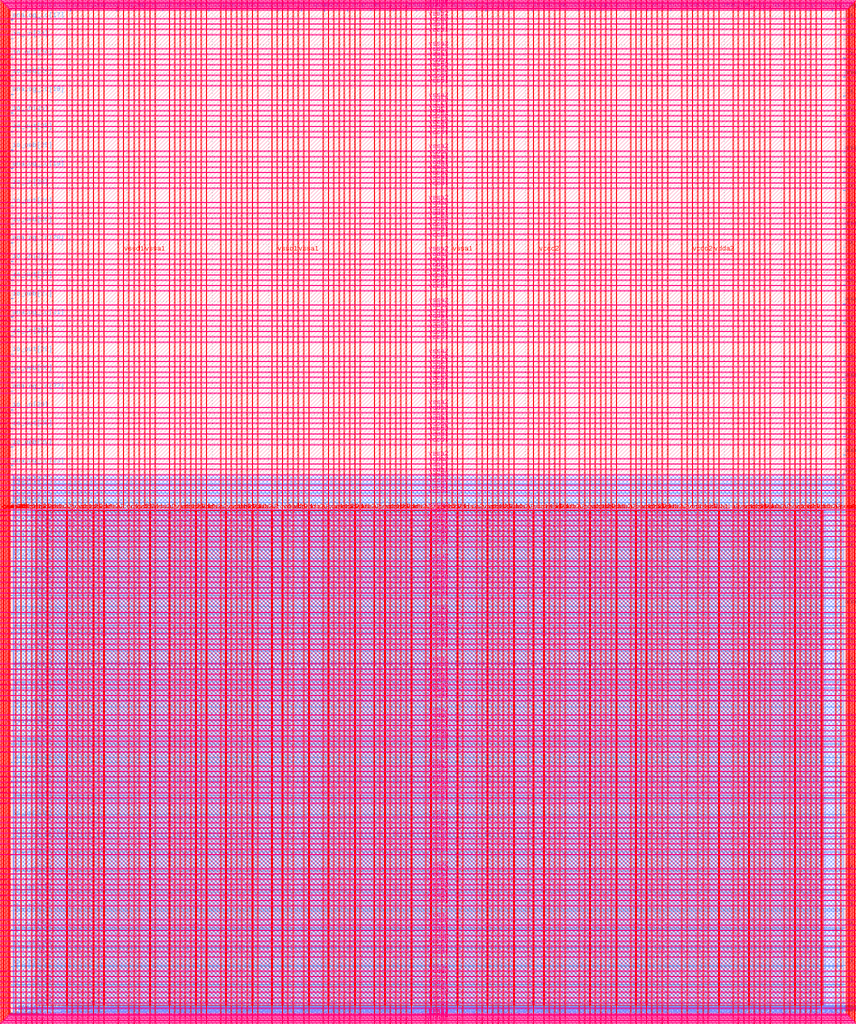
<source format=lef>
VERSION 5.7 ;
  NOWIREEXTENSIONATPIN ON ;
  DIVIDERCHAR "/" ;
  BUSBITCHARS "[]" ;
MACRO user_project_wrapper
  CLASS BLOCK ;
  FOREIGN user_project_wrapper ;
  ORIGIN 0.000 0.000 ;
  SIZE 2920.000 BY 3520.000 ;
  PIN analog_io[0]
    DIRECTION INOUT ;
    USE SIGNAL ;
    PORT
      LAYER met3 ;
        RECT 2917.600 1426.380 2924.800 1427.580 ;
    END
  END analog_io[0]
  PIN analog_io[10]
    DIRECTION INOUT ;
    USE SIGNAL ;
    PORT
      LAYER met2 ;
        RECT 2230.490 3517.600 2231.050 3524.800 ;
    END
  END analog_io[10]
  PIN analog_io[11]
    DIRECTION INOUT ;
    USE SIGNAL ;
    PORT
      LAYER met2 ;
        RECT 1905.730 3517.600 1906.290 3524.800 ;
    END
  END analog_io[11]
  PIN analog_io[12]
    DIRECTION INOUT ;
    USE SIGNAL ;
    PORT
      LAYER met2 ;
        RECT 1581.430 3517.600 1581.990 3524.800 ;
    END
  END analog_io[12]
  PIN analog_io[13]
    DIRECTION INOUT ;
    USE SIGNAL ;
    PORT
      LAYER met2 ;
        RECT 1257.130 3517.600 1257.690 3524.800 ;
    END
  END analog_io[13]
  PIN analog_io[14]
    DIRECTION INOUT ;
    USE SIGNAL ;
    PORT
      LAYER met2 ;
        RECT 932.370 3517.600 932.930 3524.800 ;
    END
  END analog_io[14]
  PIN analog_io[15]
    DIRECTION INOUT ;
    USE SIGNAL ;
    PORT
      LAYER met2 ;
        RECT 608.070 3517.600 608.630 3524.800 ;
    END
  END analog_io[15]
  PIN analog_io[16]
    DIRECTION INOUT ;
    USE SIGNAL ;
    PORT
      LAYER met2 ;
        RECT 283.770 3517.600 284.330 3524.800 ;
    END
  END analog_io[16]
  PIN analog_io[17]
    DIRECTION INOUT ;
    USE SIGNAL ;
    PORT
      LAYER met3 ;
        RECT -4.800 3486.100 2.400 3487.300 ;
    END
  END analog_io[17]
  PIN analog_io[18]
    DIRECTION INOUT ;
    USE SIGNAL ;
    PORT
      LAYER met3 ;
        RECT -4.800 3224.980 2.400 3226.180 ;
    END
  END analog_io[18]
  PIN analog_io[19]
    DIRECTION INOUT ;
    USE SIGNAL ;
    PORT
      LAYER met3 ;
        RECT -4.800 2964.540 2.400 2965.740 ;
    END
  END analog_io[19]
  PIN analog_io[1]
    DIRECTION INOUT ;
    USE SIGNAL ;
    PORT
      LAYER met3 ;
        RECT 2917.600 1692.260 2924.800 1693.460 ;
    END
  END analog_io[1]
  PIN analog_io[20]
    DIRECTION INOUT ;
    USE SIGNAL ;
    PORT
      LAYER met3 ;
        RECT -4.800 2703.420 2.400 2704.620 ;
    END
  END analog_io[20]
  PIN analog_io[21]
    DIRECTION INOUT ;
    USE SIGNAL ;
    PORT
      LAYER met3 ;
        RECT -4.800 2442.980 2.400 2444.180 ;
    END
  END analog_io[21]
  PIN analog_io[22]
    DIRECTION INOUT ;
    USE SIGNAL ;
    PORT
      LAYER met3 ;
        RECT -4.800 2182.540 2.400 2183.740 ;
    END
  END analog_io[22]
  PIN analog_io[23]
    DIRECTION INOUT ;
    USE SIGNAL ;
    PORT
      LAYER met3 ;
        RECT -4.800 1921.420 2.400 1922.620 ;
    END
  END analog_io[23]
  PIN analog_io[24]
    DIRECTION INOUT ;
    USE SIGNAL ;
    PORT
      LAYER met3 ;
        RECT -4.800 1660.980 2.400 1662.180 ;
    END
  END analog_io[24]
  PIN analog_io[25]
    DIRECTION INOUT ;
    USE SIGNAL ;
    PORT
      LAYER met3 ;
        RECT -4.800 1399.860 2.400 1401.060 ;
    END
  END analog_io[25]
  PIN analog_io[26]
    DIRECTION INOUT ;
    USE SIGNAL ;
    PORT
      LAYER met3 ;
        RECT -4.800 1139.420 2.400 1140.620 ;
    END
  END analog_io[26]
  PIN analog_io[27]
    DIRECTION INOUT ;
    USE SIGNAL ;
    PORT
      LAYER met3 ;
        RECT -4.800 878.980 2.400 880.180 ;
    END
  END analog_io[27]
  PIN analog_io[28]
    DIRECTION INOUT ;
    USE SIGNAL ;
    PORT
      LAYER met3 ;
        RECT -4.800 617.860 2.400 619.060 ;
    END
  END analog_io[28]
  PIN analog_io[2]
    DIRECTION INOUT ;
    USE SIGNAL ;
    PORT
      LAYER met3 ;
        RECT 2917.600 1958.140 2924.800 1959.340 ;
    END
  END analog_io[2]
  PIN analog_io[3]
    DIRECTION INOUT ;
    USE SIGNAL ;
    PORT
      LAYER met3 ;
        RECT 2917.600 2223.340 2924.800 2224.540 ;
    END
  END analog_io[3]
  PIN analog_io[4]
    DIRECTION INOUT ;
    USE SIGNAL ;
    PORT
      LAYER met3 ;
        RECT 2917.600 2489.220 2924.800 2490.420 ;
    END
  END analog_io[4]
  PIN analog_io[5]
    DIRECTION INOUT ;
    USE SIGNAL ;
    PORT
      LAYER met3 ;
        RECT 2917.600 2755.100 2924.800 2756.300 ;
    END
  END analog_io[5]
  PIN analog_io[6]
    DIRECTION INOUT ;
    USE SIGNAL ;
    PORT
      LAYER met3 ;
        RECT 2917.600 3020.300 2924.800 3021.500 ;
    END
  END analog_io[6]
  PIN analog_io[7]
    DIRECTION INOUT ;
    USE SIGNAL ;
    PORT
      LAYER met3 ;
        RECT 2917.600 3286.180 2924.800 3287.380 ;
    END
  END analog_io[7]
  PIN analog_io[8]
    DIRECTION INOUT ;
    USE SIGNAL ;
    PORT
      LAYER met2 ;
        RECT 2879.090 3517.600 2879.650 3524.800 ;
    END
  END analog_io[8]
  PIN analog_io[9]
    DIRECTION INOUT ;
    USE SIGNAL ;
    PORT
      LAYER met2 ;
        RECT 2554.790 3517.600 2555.350 3524.800 ;
    END
  END analog_io[9]
  PIN io_in[0]
    DIRECTION INPUT ;
    USE SIGNAL ;
    PORT
      LAYER met3 ;
        RECT 2917.600 32.380 2924.800 33.580 ;
    END
  END io_in[0]
  PIN io_in[10]
    DIRECTION INPUT ;
    USE SIGNAL ;
    PORT
      LAYER met3 ;
        RECT 2917.600 2289.980 2924.800 2291.180 ;
    END
  END io_in[10]
  PIN io_in[11]
    DIRECTION INPUT ;
    USE SIGNAL ;
    PORT
      LAYER met3 ;
        RECT 2917.600 2555.860 2924.800 2557.060 ;
    END
  END io_in[11]
  PIN io_in[12]
    DIRECTION INPUT ;
    USE SIGNAL ;
    PORT
      LAYER met3 ;
        RECT 2917.600 2821.060 2924.800 2822.260 ;
    END
  END io_in[12]
  PIN io_in[13]
    DIRECTION INPUT ;
    USE SIGNAL ;
    PORT
      LAYER met3 ;
        RECT 2917.600 3086.940 2924.800 3088.140 ;
    END
  END io_in[13]
  PIN io_in[14]
    DIRECTION INPUT ;
    USE SIGNAL ;
    PORT
      LAYER met3 ;
        RECT 2917.600 3352.820 2924.800 3354.020 ;
    END
  END io_in[14]
  PIN io_in[15]
    DIRECTION INPUT ;
    USE SIGNAL ;
    PORT
      LAYER met2 ;
        RECT 2798.130 3517.600 2798.690 3524.800 ;
    END
  END io_in[15]
  PIN io_in[16]
    DIRECTION INPUT ;
    USE SIGNAL ;
    PORT
      LAYER met2 ;
        RECT 2473.830 3517.600 2474.390 3524.800 ;
    END
  END io_in[16]
  PIN io_in[17]
    DIRECTION INPUT ;
    USE SIGNAL ;
    PORT
      LAYER met2 ;
        RECT 2149.070 3517.600 2149.630 3524.800 ;
    END
  END io_in[17]
  PIN io_in[18]
    DIRECTION INPUT ;
    USE SIGNAL ;
    PORT
      LAYER met2 ;
        RECT 1824.770 3517.600 1825.330 3524.800 ;
    END
  END io_in[18]
  PIN io_in[19]
    DIRECTION INPUT ;
    USE SIGNAL ;
    PORT
      LAYER met2 ;
        RECT 1500.470 3517.600 1501.030 3524.800 ;
    END
  END io_in[19]
  PIN io_in[1]
    DIRECTION INPUT ;
    USE SIGNAL ;
    PORT
      LAYER met3 ;
        RECT 2917.600 230.940 2924.800 232.140 ;
    END
  END io_in[1]
  PIN io_in[20]
    DIRECTION INPUT ;
    USE SIGNAL ;
    PORT
      LAYER met2 ;
        RECT 1175.710 3517.600 1176.270 3524.800 ;
    END
  END io_in[20]
  PIN io_in[21]
    DIRECTION INPUT ;
    USE SIGNAL ;
    PORT
      LAYER met2 ;
        RECT 851.410 3517.600 851.970 3524.800 ;
    END
  END io_in[21]
  PIN io_in[22]
    DIRECTION INPUT ;
    USE SIGNAL ;
    PORT
      LAYER met2 ;
        RECT 527.110 3517.600 527.670 3524.800 ;
    END
  END io_in[22]
  PIN io_in[23]
    DIRECTION INPUT ;
    USE SIGNAL ;
    PORT
      LAYER met2 ;
        RECT 202.350 3517.600 202.910 3524.800 ;
    END
  END io_in[23]
  PIN io_in[24]
    DIRECTION INPUT ;
    USE SIGNAL ;
    PORT
      LAYER met3 ;
        RECT -4.800 3420.820 2.400 3422.020 ;
    END
  END io_in[24]
  PIN io_in[25]
    DIRECTION INPUT ;
    USE SIGNAL ;
    PORT
      LAYER met3 ;
        RECT -4.800 3159.700 2.400 3160.900 ;
    END
  END io_in[25]
  PIN io_in[26]
    DIRECTION INPUT ;
    USE SIGNAL ;
    PORT
      LAYER met3 ;
        RECT -4.800 2899.260 2.400 2900.460 ;
    END
  END io_in[26]
  PIN io_in[27]
    DIRECTION INPUT ;
    USE SIGNAL ;
    PORT
      LAYER met3 ;
        RECT -4.800 2638.820 2.400 2640.020 ;
    END
  END io_in[27]
  PIN io_in[28]
    DIRECTION INPUT ;
    USE SIGNAL ;
    PORT
      LAYER met3 ;
        RECT -4.800 2377.700 2.400 2378.900 ;
    END
  END io_in[28]
  PIN io_in[29]
    DIRECTION INPUT ;
    USE SIGNAL ;
    PORT
      LAYER met3 ;
        RECT -4.800 2117.260 2.400 2118.460 ;
    END
  END io_in[29]
  PIN io_in[2]
    DIRECTION INPUT ;
    USE SIGNAL ;
    PORT
      LAYER met3 ;
        RECT 2917.600 430.180 2924.800 431.380 ;
    END
  END io_in[2]
  PIN io_in[30]
    DIRECTION INPUT ;
    USE SIGNAL ;
    PORT
      LAYER met3 ;
        RECT -4.800 1856.140 2.400 1857.340 ;
    END
  END io_in[30]
  PIN io_in[31]
    DIRECTION INPUT ;
    USE SIGNAL ;
    PORT
      LAYER met3 ;
        RECT -4.800 1595.700 2.400 1596.900 ;
    END
  END io_in[31]
  PIN io_in[32]
    DIRECTION INPUT ;
    USE SIGNAL ;
    PORT
      LAYER met3 ;
        RECT -4.800 1335.260 2.400 1336.460 ;
    END
  END io_in[32]
  PIN io_in[33]
    DIRECTION INPUT ;
    USE SIGNAL ;
    PORT
      LAYER met3 ;
        RECT -4.800 1074.140 2.400 1075.340 ;
    END
  END io_in[33]
  PIN io_in[34]
    DIRECTION INPUT ;
    USE SIGNAL ;
    PORT
      LAYER met3 ;
        RECT -4.800 813.700 2.400 814.900 ;
    END
  END io_in[34]
  PIN io_in[35]
    DIRECTION INPUT ;
    USE SIGNAL ;
    PORT
      LAYER met3 ;
        RECT -4.800 552.580 2.400 553.780 ;
    END
  END io_in[35]
  PIN io_in[36]
    DIRECTION INPUT ;
    USE SIGNAL ;
    PORT
      LAYER met3 ;
        RECT -4.800 357.420 2.400 358.620 ;
    END
  END io_in[36]
  PIN io_in[37]
    DIRECTION INPUT ;
    USE SIGNAL ;
    PORT
      LAYER met3 ;
        RECT -4.800 161.580 2.400 162.780 ;
    END
  END io_in[37]
  PIN io_in[3]
    DIRECTION INPUT ;
    USE SIGNAL ;
    PORT
      LAYER met3 ;
        RECT 2917.600 629.420 2924.800 630.620 ;
    END
  END io_in[3]
  PIN io_in[4]
    DIRECTION INPUT ;
    USE SIGNAL ;
    PORT
      LAYER met3 ;
        RECT 2917.600 828.660 2924.800 829.860 ;
    END
  END io_in[4]
  PIN io_in[5]
    DIRECTION INPUT ;
    USE SIGNAL ;
    PORT
      LAYER met3 ;
        RECT 2917.600 1027.900 2924.800 1029.100 ;
    END
  END io_in[5]
  PIN io_in[6]
    DIRECTION INPUT ;
    USE SIGNAL ;
    PORT
      LAYER met3 ;
        RECT 2917.600 1227.140 2924.800 1228.340 ;
    END
  END io_in[6]
  PIN io_in[7]
    DIRECTION INPUT ;
    USE SIGNAL ;
    PORT
      LAYER met3 ;
        RECT 2917.600 1493.020 2924.800 1494.220 ;
    END
  END io_in[7]
  PIN io_in[8]
    DIRECTION INPUT ;
    USE SIGNAL ;
    PORT
      LAYER met3 ;
        RECT 2917.600 1758.900 2924.800 1760.100 ;
    END
  END io_in[8]
  PIN io_in[9]
    DIRECTION INPUT ;
    USE SIGNAL ;
    PORT
      LAYER met3 ;
        RECT 2917.600 2024.100 2924.800 2025.300 ;
    END
  END io_in[9]
  PIN io_oeb[0]
    DIRECTION OUTPUT TRISTATE ;
    USE SIGNAL ;
    PORT
      LAYER met3 ;
        RECT 2917.600 164.980 2924.800 166.180 ;
    END
  END io_oeb[0]
  PIN io_oeb[10]
    DIRECTION OUTPUT TRISTATE ;
    USE SIGNAL ;
    PORT
      LAYER met3 ;
        RECT 2917.600 2422.580 2924.800 2423.780 ;
    END
  END io_oeb[10]
  PIN io_oeb[11]
    DIRECTION OUTPUT TRISTATE ;
    USE SIGNAL ;
    PORT
      LAYER met3 ;
        RECT 2917.600 2688.460 2924.800 2689.660 ;
    END
  END io_oeb[11]
  PIN io_oeb[12]
    DIRECTION OUTPUT TRISTATE ;
    USE SIGNAL ;
    PORT
      LAYER met3 ;
        RECT 2917.600 2954.340 2924.800 2955.540 ;
    END
  END io_oeb[12]
  PIN io_oeb[13]
    DIRECTION OUTPUT TRISTATE ;
    USE SIGNAL ;
    PORT
      LAYER met3 ;
        RECT 2917.600 3219.540 2924.800 3220.740 ;
    END
  END io_oeb[13]
  PIN io_oeb[14]
    DIRECTION OUTPUT TRISTATE ;
    USE SIGNAL ;
    PORT
      LAYER met3 ;
        RECT 2917.600 3485.420 2924.800 3486.620 ;
    END
  END io_oeb[14]
  PIN io_oeb[15]
    DIRECTION OUTPUT TRISTATE ;
    USE SIGNAL ;
    PORT
      LAYER met2 ;
        RECT 2635.750 3517.600 2636.310 3524.800 ;
    END
  END io_oeb[15]
  PIN io_oeb[16]
    DIRECTION OUTPUT TRISTATE ;
    USE SIGNAL ;
    PORT
      LAYER met2 ;
        RECT 2311.450 3517.600 2312.010 3524.800 ;
    END
  END io_oeb[16]
  PIN io_oeb[17]
    DIRECTION OUTPUT TRISTATE ;
    USE SIGNAL ;
    PORT
      LAYER met2 ;
        RECT 1987.150 3517.600 1987.710 3524.800 ;
    END
  END io_oeb[17]
  PIN io_oeb[18]
    DIRECTION OUTPUT TRISTATE ;
    USE SIGNAL ;
    PORT
      LAYER met2 ;
        RECT 1662.390 3517.600 1662.950 3524.800 ;
    END
  END io_oeb[18]
  PIN io_oeb[19]
    DIRECTION OUTPUT TRISTATE ;
    USE SIGNAL ;
    PORT
      LAYER met2 ;
        RECT 1338.090 3517.600 1338.650 3524.800 ;
    END
  END io_oeb[19]
  PIN io_oeb[1]
    DIRECTION OUTPUT TRISTATE ;
    USE SIGNAL ;
    PORT
      LAYER met3 ;
        RECT 2917.600 364.220 2924.800 365.420 ;
    END
  END io_oeb[1]
  PIN io_oeb[20]
    DIRECTION OUTPUT TRISTATE ;
    USE SIGNAL ;
    PORT
      LAYER met2 ;
        RECT 1013.790 3517.600 1014.350 3524.800 ;
    END
  END io_oeb[20]
  PIN io_oeb[21]
    DIRECTION OUTPUT TRISTATE ;
    USE SIGNAL ;
    PORT
      LAYER met2 ;
        RECT 689.030 3517.600 689.590 3524.800 ;
    END
  END io_oeb[21]
  PIN io_oeb[22]
    DIRECTION OUTPUT TRISTATE ;
    USE SIGNAL ;
    PORT
      LAYER met2 ;
        RECT 364.730 3517.600 365.290 3524.800 ;
    END
  END io_oeb[22]
  PIN io_oeb[23]
    DIRECTION OUTPUT TRISTATE ;
    USE SIGNAL ;
    PORT
      LAYER met2 ;
        RECT 40.430 3517.600 40.990 3524.800 ;
    END
  END io_oeb[23]
  PIN io_oeb[24]
    DIRECTION OUTPUT TRISTATE ;
    USE SIGNAL ;
    PORT
      LAYER met3 ;
        RECT -4.800 3290.260 2.400 3291.460 ;
    END
  END io_oeb[24]
  PIN io_oeb[25]
    DIRECTION OUTPUT TRISTATE ;
    USE SIGNAL ;
    PORT
      LAYER met3 ;
        RECT -4.800 3029.820 2.400 3031.020 ;
    END
  END io_oeb[25]
  PIN io_oeb[26]
    DIRECTION OUTPUT TRISTATE ;
    USE SIGNAL ;
    PORT
      LAYER met3 ;
        RECT -4.800 2768.700 2.400 2769.900 ;
    END
  END io_oeb[26]
  PIN io_oeb[27]
    DIRECTION OUTPUT TRISTATE ;
    USE SIGNAL ;
    PORT
      LAYER met3 ;
        RECT -4.800 2508.260 2.400 2509.460 ;
    END
  END io_oeb[27]
  PIN io_oeb[28]
    DIRECTION OUTPUT TRISTATE ;
    USE SIGNAL ;
    PORT
      LAYER met3 ;
        RECT -4.800 2247.140 2.400 2248.340 ;
    END
  END io_oeb[28]
  PIN io_oeb[29]
    DIRECTION OUTPUT TRISTATE ;
    USE SIGNAL ;
    PORT
      LAYER met3 ;
        RECT -4.800 1986.700 2.400 1987.900 ;
    END
  END io_oeb[29]
  PIN io_oeb[2]
    DIRECTION OUTPUT TRISTATE ;
    USE SIGNAL ;
    PORT
      LAYER met3 ;
        RECT 2917.600 563.460 2924.800 564.660 ;
    END
  END io_oeb[2]
  PIN io_oeb[30]
    DIRECTION OUTPUT TRISTATE ;
    USE SIGNAL ;
    PORT
      LAYER met3 ;
        RECT -4.800 1726.260 2.400 1727.460 ;
    END
  END io_oeb[30]
  PIN io_oeb[31]
    DIRECTION OUTPUT TRISTATE ;
    USE SIGNAL ;
    PORT
      LAYER met3 ;
        RECT -4.800 1465.140 2.400 1466.340 ;
    END
  END io_oeb[31]
  PIN io_oeb[32]
    DIRECTION OUTPUT TRISTATE ;
    USE SIGNAL ;
    PORT
      LAYER met3 ;
        RECT -4.800 1204.700 2.400 1205.900 ;
    END
  END io_oeb[32]
  PIN io_oeb[33]
    DIRECTION OUTPUT TRISTATE ;
    USE SIGNAL ;
    PORT
      LAYER met3 ;
        RECT -4.800 943.580 2.400 944.780 ;
    END
  END io_oeb[33]
  PIN io_oeb[34]
    DIRECTION OUTPUT TRISTATE ;
    USE SIGNAL ;
    PORT
      LAYER met3 ;
        RECT -4.800 683.140 2.400 684.340 ;
    END
  END io_oeb[34]
  PIN io_oeb[35]
    DIRECTION OUTPUT TRISTATE ;
    USE SIGNAL ;
    PORT
      LAYER met3 ;
        RECT -4.800 422.700 2.400 423.900 ;
    END
  END io_oeb[35]
  PIN io_oeb[36]
    DIRECTION OUTPUT TRISTATE ;
    USE SIGNAL ;
    PORT
      LAYER met3 ;
        RECT -4.800 226.860 2.400 228.060 ;
    END
  END io_oeb[36]
  PIN io_oeb[37]
    DIRECTION OUTPUT TRISTATE ;
    USE SIGNAL ;
    PORT
      LAYER met3 ;
        RECT -4.800 31.700 2.400 32.900 ;
    END
  END io_oeb[37]
  PIN io_oeb[3]
    DIRECTION OUTPUT TRISTATE ;
    USE SIGNAL ;
    PORT
      LAYER met3 ;
        RECT 2917.600 762.700 2924.800 763.900 ;
    END
  END io_oeb[3]
  PIN io_oeb[4]
    DIRECTION OUTPUT TRISTATE ;
    USE SIGNAL ;
    PORT
      LAYER met3 ;
        RECT 2917.600 961.940 2924.800 963.140 ;
    END
  END io_oeb[4]
  PIN io_oeb[5]
    DIRECTION OUTPUT TRISTATE ;
    USE SIGNAL ;
    PORT
      LAYER met3 ;
        RECT 2917.600 1161.180 2924.800 1162.380 ;
    END
  END io_oeb[5]
  PIN io_oeb[6]
    DIRECTION OUTPUT TRISTATE ;
    USE SIGNAL ;
    PORT
      LAYER met3 ;
        RECT 2917.600 1360.420 2924.800 1361.620 ;
    END
  END io_oeb[6]
  PIN io_oeb[7]
    DIRECTION OUTPUT TRISTATE ;
    USE SIGNAL ;
    PORT
      LAYER met3 ;
        RECT 2917.600 1625.620 2924.800 1626.820 ;
    END
  END io_oeb[7]
  PIN io_oeb[8]
    DIRECTION OUTPUT TRISTATE ;
    USE SIGNAL ;
    PORT
      LAYER met3 ;
        RECT 2917.600 1891.500 2924.800 1892.700 ;
    END
  END io_oeb[8]
  PIN io_oeb[9]
    DIRECTION OUTPUT TRISTATE ;
    USE SIGNAL ;
    PORT
      LAYER met3 ;
        RECT 2917.600 2157.380 2924.800 2158.580 ;
    END
  END io_oeb[9]
  PIN io_out[0]
    DIRECTION OUTPUT TRISTATE ;
    USE SIGNAL ;
    PORT
      LAYER met3 ;
        RECT 2917.600 98.340 2924.800 99.540 ;
    END
  END io_out[0]
  PIN io_out[10]
    DIRECTION OUTPUT TRISTATE ;
    USE SIGNAL ;
    PORT
      LAYER met3 ;
        RECT 2917.600 2356.620 2924.800 2357.820 ;
    END
  END io_out[10]
  PIN io_out[11]
    DIRECTION OUTPUT TRISTATE ;
    USE SIGNAL ;
    PORT
      LAYER met3 ;
        RECT 2917.600 2621.820 2924.800 2623.020 ;
    END
  END io_out[11]
  PIN io_out[12]
    DIRECTION OUTPUT TRISTATE ;
    USE SIGNAL ;
    PORT
      LAYER met3 ;
        RECT 2917.600 2887.700 2924.800 2888.900 ;
    END
  END io_out[12]
  PIN io_out[13]
    DIRECTION OUTPUT TRISTATE ;
    USE SIGNAL ;
    PORT
      LAYER met3 ;
        RECT 2917.600 3153.580 2924.800 3154.780 ;
    END
  END io_out[13]
  PIN io_out[14]
    DIRECTION OUTPUT TRISTATE ;
    USE SIGNAL ;
    PORT
      LAYER met3 ;
        RECT 2917.600 3418.780 2924.800 3419.980 ;
    END
  END io_out[14]
  PIN io_out[15]
    DIRECTION OUTPUT TRISTATE ;
    USE SIGNAL ;
    PORT
      LAYER met2 ;
        RECT 2717.170 3517.600 2717.730 3524.800 ;
    END
  END io_out[15]
  PIN io_out[16]
    DIRECTION OUTPUT TRISTATE ;
    USE SIGNAL ;
    PORT
      LAYER met2 ;
        RECT 2392.410 3517.600 2392.970 3524.800 ;
    END
  END io_out[16]
  PIN io_out[17]
    DIRECTION OUTPUT TRISTATE ;
    USE SIGNAL ;
    PORT
      LAYER met2 ;
        RECT 2068.110 3517.600 2068.670 3524.800 ;
    END
  END io_out[17]
  PIN io_out[18]
    DIRECTION OUTPUT TRISTATE ;
    USE SIGNAL ;
    PORT
      LAYER met2 ;
        RECT 1743.810 3517.600 1744.370 3524.800 ;
    END
  END io_out[18]
  PIN io_out[19]
    DIRECTION OUTPUT TRISTATE ;
    USE SIGNAL ;
    PORT
      LAYER met2 ;
        RECT 1419.050 3517.600 1419.610 3524.800 ;
    END
  END io_out[19]
  PIN io_out[1]
    DIRECTION OUTPUT TRISTATE ;
    USE SIGNAL ;
    PORT
      LAYER met3 ;
        RECT 2917.600 297.580 2924.800 298.780 ;
    END
  END io_out[1]
  PIN io_out[20]
    DIRECTION OUTPUT TRISTATE ;
    USE SIGNAL ;
    PORT
      LAYER met2 ;
        RECT 1094.750 3517.600 1095.310 3524.800 ;
    END
  END io_out[20]
  PIN io_out[21]
    DIRECTION OUTPUT TRISTATE ;
    USE SIGNAL ;
    PORT
      LAYER met2 ;
        RECT 770.450 3517.600 771.010 3524.800 ;
    END
  END io_out[21]
  PIN io_out[22]
    DIRECTION OUTPUT TRISTATE ;
    USE SIGNAL ;
    PORT
      LAYER met2 ;
        RECT 445.690 3517.600 446.250 3524.800 ;
    END
  END io_out[22]
  PIN io_out[23]
    DIRECTION OUTPUT TRISTATE ;
    USE SIGNAL ;
    PORT
      LAYER met2 ;
        RECT 121.390 3517.600 121.950 3524.800 ;
    END
  END io_out[23]
  PIN io_out[24]
    DIRECTION OUTPUT TRISTATE ;
    USE SIGNAL ;
    PORT
      LAYER met3 ;
        RECT -4.800 3355.540 2.400 3356.740 ;
    END
  END io_out[24]
  PIN io_out[25]
    DIRECTION OUTPUT TRISTATE ;
    USE SIGNAL ;
    PORT
      LAYER met3 ;
        RECT -4.800 3095.100 2.400 3096.300 ;
    END
  END io_out[25]
  PIN io_out[26]
    DIRECTION OUTPUT TRISTATE ;
    USE SIGNAL ;
    PORT
      LAYER met3 ;
        RECT -4.800 2833.980 2.400 2835.180 ;
    END
  END io_out[26]
  PIN io_out[27]
    DIRECTION OUTPUT TRISTATE ;
    USE SIGNAL ;
    PORT
      LAYER met3 ;
        RECT -4.800 2573.540 2.400 2574.740 ;
    END
  END io_out[27]
  PIN io_out[28]
    DIRECTION OUTPUT TRISTATE ;
    USE SIGNAL ;
    PORT
      LAYER met3 ;
        RECT -4.800 2312.420 2.400 2313.620 ;
    END
  END io_out[28]
  PIN io_out[29]
    DIRECTION OUTPUT TRISTATE ;
    USE SIGNAL ;
    PORT
      LAYER met3 ;
        RECT -4.800 2051.980 2.400 2053.180 ;
    END
  END io_out[29]
  PIN io_out[2]
    DIRECTION OUTPUT TRISTATE ;
    USE SIGNAL ;
    PORT
      LAYER met3 ;
        RECT 2917.600 496.820 2924.800 498.020 ;
    END
  END io_out[2]
  PIN io_out[30]
    DIRECTION OUTPUT TRISTATE ;
    USE SIGNAL ;
    PORT
      LAYER met3 ;
        RECT -4.800 1791.540 2.400 1792.740 ;
    END
  END io_out[30]
  PIN io_out[31]
    DIRECTION OUTPUT TRISTATE ;
    USE SIGNAL ;
    PORT
      LAYER met3 ;
        RECT -4.800 1530.420 2.400 1531.620 ;
    END
  END io_out[31]
  PIN io_out[32]
    DIRECTION OUTPUT TRISTATE ;
    USE SIGNAL ;
    PORT
      LAYER met3 ;
        RECT -4.800 1269.980 2.400 1271.180 ;
    END
  END io_out[32]
  PIN io_out[33]
    DIRECTION OUTPUT TRISTATE ;
    USE SIGNAL ;
    PORT
      LAYER met3 ;
        RECT -4.800 1008.860 2.400 1010.060 ;
    END
  END io_out[33]
  PIN io_out[34]
    DIRECTION OUTPUT TRISTATE ;
    USE SIGNAL ;
    PORT
      LAYER met3 ;
        RECT -4.800 748.420 2.400 749.620 ;
    END
  END io_out[34]
  PIN io_out[35]
    DIRECTION OUTPUT TRISTATE ;
    USE SIGNAL ;
    PORT
      LAYER met3 ;
        RECT -4.800 487.300 2.400 488.500 ;
    END
  END io_out[35]
  PIN io_out[36]
    DIRECTION OUTPUT TRISTATE ;
    USE SIGNAL ;
    PORT
      LAYER met3 ;
        RECT -4.800 292.140 2.400 293.340 ;
    END
  END io_out[36]
  PIN io_out[37]
    DIRECTION OUTPUT TRISTATE ;
    USE SIGNAL ;
    PORT
      LAYER met3 ;
        RECT -4.800 96.300 2.400 97.500 ;
    END
  END io_out[37]
  PIN io_out[3]
    DIRECTION OUTPUT TRISTATE ;
    USE SIGNAL ;
    PORT
      LAYER met3 ;
        RECT 2917.600 696.060 2924.800 697.260 ;
    END
  END io_out[3]
  PIN io_out[4]
    DIRECTION OUTPUT TRISTATE ;
    USE SIGNAL ;
    PORT
      LAYER met3 ;
        RECT 2917.600 895.300 2924.800 896.500 ;
    END
  END io_out[4]
  PIN io_out[5]
    DIRECTION OUTPUT TRISTATE ;
    USE SIGNAL ;
    PORT
      LAYER met3 ;
        RECT 2917.600 1094.540 2924.800 1095.740 ;
    END
  END io_out[5]
  PIN io_out[6]
    DIRECTION OUTPUT TRISTATE ;
    USE SIGNAL ;
    PORT
      LAYER met3 ;
        RECT 2917.600 1293.780 2924.800 1294.980 ;
    END
  END io_out[6]
  PIN io_out[7]
    DIRECTION OUTPUT TRISTATE ;
    USE SIGNAL ;
    PORT
      LAYER met3 ;
        RECT 2917.600 1559.660 2924.800 1560.860 ;
    END
  END io_out[7]
  PIN io_out[8]
    DIRECTION OUTPUT TRISTATE ;
    USE SIGNAL ;
    PORT
      LAYER met3 ;
        RECT 2917.600 1824.860 2924.800 1826.060 ;
    END
  END io_out[8]
  PIN io_out[9]
    DIRECTION OUTPUT TRISTATE ;
    USE SIGNAL ;
    PORT
      LAYER met3 ;
        RECT 2917.600 2090.740 2924.800 2091.940 ;
    END
  END io_out[9]
  PIN la_data_in[0]
    DIRECTION INPUT ;
    USE SIGNAL ;
    PORT
      LAYER met2 ;
        RECT 629.230 -4.800 629.790 2.400 ;
    END
  END la_data_in[0]
  PIN la_data_in[100]
    DIRECTION INPUT ;
    USE SIGNAL ;
    PORT
      LAYER met2 ;
        RECT 2402.530 -4.800 2403.090 2.400 ;
    END
  END la_data_in[100]
  PIN la_data_in[101]
    DIRECTION INPUT ;
    USE SIGNAL ;
    PORT
      LAYER met2 ;
        RECT 2420.010 -4.800 2420.570 2.400 ;
    END
  END la_data_in[101]
  PIN la_data_in[102]
    DIRECTION INPUT ;
    USE SIGNAL ;
    PORT
      LAYER met2 ;
        RECT 2437.950 -4.800 2438.510 2.400 ;
    END
  END la_data_in[102]
  PIN la_data_in[103]
    DIRECTION INPUT ;
    USE SIGNAL ;
    PORT
      LAYER met2 ;
        RECT 2455.430 -4.800 2455.990 2.400 ;
    END
  END la_data_in[103]
  PIN la_data_in[104]
    DIRECTION INPUT ;
    USE SIGNAL ;
    PORT
      LAYER met2 ;
        RECT 2473.370 -4.800 2473.930 2.400 ;
    END
  END la_data_in[104]
  PIN la_data_in[105]
    DIRECTION INPUT ;
    USE SIGNAL ;
    PORT
      LAYER met2 ;
        RECT 2490.850 -4.800 2491.410 2.400 ;
    END
  END la_data_in[105]
  PIN la_data_in[106]
    DIRECTION INPUT ;
    USE SIGNAL ;
    PORT
      LAYER met2 ;
        RECT 2508.790 -4.800 2509.350 2.400 ;
    END
  END la_data_in[106]
  PIN la_data_in[107]
    DIRECTION INPUT ;
    USE SIGNAL ;
    PORT
      LAYER met2 ;
        RECT 2526.730 -4.800 2527.290 2.400 ;
    END
  END la_data_in[107]
  PIN la_data_in[108]
    DIRECTION INPUT ;
    USE SIGNAL ;
    PORT
      LAYER met2 ;
        RECT 2544.210 -4.800 2544.770 2.400 ;
    END
  END la_data_in[108]
  PIN la_data_in[109]
    DIRECTION INPUT ;
    USE SIGNAL ;
    PORT
      LAYER met2 ;
        RECT 2562.150 -4.800 2562.710 2.400 ;
    END
  END la_data_in[109]
  PIN la_data_in[10]
    DIRECTION INPUT ;
    USE SIGNAL ;
    PORT
      LAYER met2 ;
        RECT 806.330 -4.800 806.890 2.400 ;
    END
  END la_data_in[10]
  PIN la_data_in[110]
    DIRECTION INPUT ;
    USE SIGNAL ;
    PORT
      LAYER met2 ;
        RECT 2579.630 -4.800 2580.190 2.400 ;
    END
  END la_data_in[110]
  PIN la_data_in[111]
    DIRECTION INPUT ;
    USE SIGNAL ;
    PORT
      LAYER met2 ;
        RECT 2597.570 -4.800 2598.130 2.400 ;
    END
  END la_data_in[111]
  PIN la_data_in[112]
    DIRECTION INPUT ;
    USE SIGNAL ;
    PORT
      LAYER met2 ;
        RECT 2615.050 -4.800 2615.610 2.400 ;
    END
  END la_data_in[112]
  PIN la_data_in[113]
    DIRECTION INPUT ;
    USE SIGNAL ;
    PORT
      LAYER met2 ;
        RECT 2632.990 -4.800 2633.550 2.400 ;
    END
  END la_data_in[113]
  PIN la_data_in[114]
    DIRECTION INPUT ;
    USE SIGNAL ;
    PORT
      LAYER met2 ;
        RECT 2650.470 -4.800 2651.030 2.400 ;
    END
  END la_data_in[114]
  PIN la_data_in[115]
    DIRECTION INPUT ;
    USE SIGNAL ;
    PORT
      LAYER met2 ;
        RECT 2668.410 -4.800 2668.970 2.400 ;
    END
  END la_data_in[115]
  PIN la_data_in[116]
    DIRECTION INPUT ;
    USE SIGNAL ;
    PORT
      LAYER met2 ;
        RECT 2685.890 -4.800 2686.450 2.400 ;
    END
  END la_data_in[116]
  PIN la_data_in[117]
    DIRECTION INPUT ;
    USE SIGNAL ;
    PORT
      LAYER met2 ;
        RECT 2703.830 -4.800 2704.390 2.400 ;
    END
  END la_data_in[117]
  PIN la_data_in[118]
    DIRECTION INPUT ;
    USE SIGNAL ;
    PORT
      LAYER met2 ;
        RECT 2721.770 -4.800 2722.330 2.400 ;
    END
  END la_data_in[118]
  PIN la_data_in[119]
    DIRECTION INPUT ;
    USE SIGNAL ;
    PORT
      LAYER met2 ;
        RECT 2739.250 -4.800 2739.810 2.400 ;
    END
  END la_data_in[119]
  PIN la_data_in[11]
    DIRECTION INPUT ;
    USE SIGNAL ;
    PORT
      LAYER met2 ;
        RECT 824.270 -4.800 824.830 2.400 ;
    END
  END la_data_in[11]
  PIN la_data_in[120]
    DIRECTION INPUT ;
    USE SIGNAL ;
    PORT
      LAYER met2 ;
        RECT 2757.190 -4.800 2757.750 2.400 ;
    END
  END la_data_in[120]
  PIN la_data_in[121]
    DIRECTION INPUT ;
    USE SIGNAL ;
    PORT
      LAYER met2 ;
        RECT 2774.670 -4.800 2775.230 2.400 ;
    END
  END la_data_in[121]
  PIN la_data_in[122]
    DIRECTION INPUT ;
    USE SIGNAL ;
    PORT
      LAYER met2 ;
        RECT 2792.610 -4.800 2793.170 2.400 ;
    END
  END la_data_in[122]
  PIN la_data_in[123]
    DIRECTION INPUT ;
    USE SIGNAL ;
    PORT
      LAYER met2 ;
        RECT 2810.090 -4.800 2810.650 2.400 ;
    END
  END la_data_in[123]
  PIN la_data_in[124]
    DIRECTION INPUT ;
    USE SIGNAL ;
    PORT
      LAYER met2 ;
        RECT 2828.030 -4.800 2828.590 2.400 ;
    END
  END la_data_in[124]
  PIN la_data_in[125]
    DIRECTION INPUT ;
    USE SIGNAL ;
    PORT
      LAYER met2 ;
        RECT 2845.510 -4.800 2846.070 2.400 ;
    END
  END la_data_in[125]
  PIN la_data_in[126]
    DIRECTION INPUT ;
    USE SIGNAL ;
    PORT
      LAYER met2 ;
        RECT 2863.450 -4.800 2864.010 2.400 ;
    END
  END la_data_in[126]
  PIN la_data_in[127]
    DIRECTION INPUT ;
    USE SIGNAL ;
    PORT
      LAYER met2 ;
        RECT 2881.390 -4.800 2881.950 2.400 ;
    END
  END la_data_in[127]
  PIN la_data_in[12]
    DIRECTION INPUT ;
    USE SIGNAL ;
    PORT
      LAYER met2 ;
        RECT 841.750 -4.800 842.310 2.400 ;
    END
  END la_data_in[12]
  PIN la_data_in[13]
    DIRECTION INPUT ;
    USE SIGNAL ;
    PORT
      LAYER met2 ;
        RECT 859.690 -4.800 860.250 2.400 ;
    END
  END la_data_in[13]
  PIN la_data_in[14]
    DIRECTION INPUT ;
    USE SIGNAL ;
    PORT
      LAYER met2 ;
        RECT 877.170 -4.800 877.730 2.400 ;
    END
  END la_data_in[14]
  PIN la_data_in[15]
    DIRECTION INPUT ;
    USE SIGNAL ;
    PORT
      LAYER met2 ;
        RECT 895.110 -4.800 895.670 2.400 ;
    END
  END la_data_in[15]
  PIN la_data_in[16]
    DIRECTION INPUT ;
    USE SIGNAL ;
    PORT
      LAYER met2 ;
        RECT 912.590 -4.800 913.150 2.400 ;
    END
  END la_data_in[16]
  PIN la_data_in[17]
    DIRECTION INPUT ;
    USE SIGNAL ;
    PORT
      LAYER met2 ;
        RECT 930.530 -4.800 931.090 2.400 ;
    END
  END la_data_in[17]
  PIN la_data_in[18]
    DIRECTION INPUT ;
    USE SIGNAL ;
    PORT
      LAYER met2 ;
        RECT 948.470 -4.800 949.030 2.400 ;
    END
  END la_data_in[18]
  PIN la_data_in[19]
    DIRECTION INPUT ;
    USE SIGNAL ;
    PORT
      LAYER met2 ;
        RECT 965.950 -4.800 966.510 2.400 ;
    END
  END la_data_in[19]
  PIN la_data_in[1]
    DIRECTION INPUT ;
    USE SIGNAL ;
    PORT
      LAYER met2 ;
        RECT 646.710 -4.800 647.270 2.400 ;
    END
  END la_data_in[1]
  PIN la_data_in[20]
    DIRECTION INPUT ;
    USE SIGNAL ;
    PORT
      LAYER met2 ;
        RECT 983.890 -4.800 984.450 2.400 ;
    END
  END la_data_in[20]
  PIN la_data_in[21]
    DIRECTION INPUT ;
    USE SIGNAL ;
    PORT
      LAYER met2 ;
        RECT 1001.370 -4.800 1001.930 2.400 ;
    END
  END la_data_in[21]
  PIN la_data_in[22]
    DIRECTION INPUT ;
    USE SIGNAL ;
    PORT
      LAYER met2 ;
        RECT 1019.310 -4.800 1019.870 2.400 ;
    END
  END la_data_in[22]
  PIN la_data_in[23]
    DIRECTION INPUT ;
    USE SIGNAL ;
    PORT
      LAYER met2 ;
        RECT 1036.790 -4.800 1037.350 2.400 ;
    END
  END la_data_in[23]
  PIN la_data_in[24]
    DIRECTION INPUT ;
    USE SIGNAL ;
    PORT
      LAYER met2 ;
        RECT 1054.730 -4.800 1055.290 2.400 ;
    END
  END la_data_in[24]
  PIN la_data_in[25]
    DIRECTION INPUT ;
    USE SIGNAL ;
    PORT
      LAYER met2 ;
        RECT 1072.210 -4.800 1072.770 2.400 ;
    END
  END la_data_in[25]
  PIN la_data_in[26]
    DIRECTION INPUT ;
    USE SIGNAL ;
    PORT
      LAYER met2 ;
        RECT 1090.150 -4.800 1090.710 2.400 ;
    END
  END la_data_in[26]
  PIN la_data_in[27]
    DIRECTION INPUT ;
    USE SIGNAL ;
    PORT
      LAYER met2 ;
        RECT 1107.630 -4.800 1108.190 2.400 ;
    END
  END la_data_in[27]
  PIN la_data_in[28]
    DIRECTION INPUT ;
    USE SIGNAL ;
    PORT
      LAYER met2 ;
        RECT 1125.570 -4.800 1126.130 2.400 ;
    END
  END la_data_in[28]
  PIN la_data_in[29]
    DIRECTION INPUT ;
    USE SIGNAL ;
    PORT
      LAYER met2 ;
        RECT 1143.510 -4.800 1144.070 2.400 ;
    END
  END la_data_in[29]
  PIN la_data_in[2]
    DIRECTION INPUT ;
    USE SIGNAL ;
    PORT
      LAYER met2 ;
        RECT 664.650 -4.800 665.210 2.400 ;
    END
  END la_data_in[2]
  PIN la_data_in[30]
    DIRECTION INPUT ;
    USE SIGNAL ;
    PORT
      LAYER met2 ;
        RECT 1160.990 -4.800 1161.550 2.400 ;
    END
  END la_data_in[30]
  PIN la_data_in[31]
    DIRECTION INPUT ;
    USE SIGNAL ;
    PORT
      LAYER met2 ;
        RECT 1178.930 -4.800 1179.490 2.400 ;
    END
  END la_data_in[31]
  PIN la_data_in[32]
    DIRECTION INPUT ;
    USE SIGNAL ;
    PORT
      LAYER met2 ;
        RECT 1196.410 -4.800 1196.970 2.400 ;
    END
  END la_data_in[32]
  PIN la_data_in[33]
    DIRECTION INPUT ;
    USE SIGNAL ;
    PORT
      LAYER met2 ;
        RECT 1214.350 -4.800 1214.910 2.400 ;
    END
  END la_data_in[33]
  PIN la_data_in[34]
    DIRECTION INPUT ;
    USE SIGNAL ;
    PORT
      LAYER met2 ;
        RECT 1231.830 -4.800 1232.390 2.400 ;
    END
  END la_data_in[34]
  PIN la_data_in[35]
    DIRECTION INPUT ;
    USE SIGNAL ;
    PORT
      LAYER met2 ;
        RECT 1249.770 -4.800 1250.330 2.400 ;
    END
  END la_data_in[35]
  PIN la_data_in[36]
    DIRECTION INPUT ;
    USE SIGNAL ;
    PORT
      LAYER met2 ;
        RECT 1267.250 -4.800 1267.810 2.400 ;
    END
  END la_data_in[36]
  PIN la_data_in[37]
    DIRECTION INPUT ;
    USE SIGNAL ;
    PORT
      LAYER met2 ;
        RECT 1285.190 -4.800 1285.750 2.400 ;
    END
  END la_data_in[37]
  PIN la_data_in[38]
    DIRECTION INPUT ;
    USE SIGNAL ;
    PORT
      LAYER met2 ;
        RECT 1303.130 -4.800 1303.690 2.400 ;
    END
  END la_data_in[38]
  PIN la_data_in[39]
    DIRECTION INPUT ;
    USE SIGNAL ;
    PORT
      LAYER met2 ;
        RECT 1320.610 -4.800 1321.170 2.400 ;
    END
  END la_data_in[39]
  PIN la_data_in[3]
    DIRECTION INPUT ;
    USE SIGNAL ;
    PORT
      LAYER met2 ;
        RECT 682.130 -4.800 682.690 2.400 ;
    END
  END la_data_in[3]
  PIN la_data_in[40]
    DIRECTION INPUT ;
    USE SIGNAL ;
    PORT
      LAYER met2 ;
        RECT 1338.550 -4.800 1339.110 2.400 ;
    END
  END la_data_in[40]
  PIN la_data_in[41]
    DIRECTION INPUT ;
    USE SIGNAL ;
    PORT
      LAYER met2 ;
        RECT 1356.030 -4.800 1356.590 2.400 ;
    END
  END la_data_in[41]
  PIN la_data_in[42]
    DIRECTION INPUT ;
    USE SIGNAL ;
    PORT
      LAYER met2 ;
        RECT 1373.970 -4.800 1374.530 2.400 ;
    END
  END la_data_in[42]
  PIN la_data_in[43]
    DIRECTION INPUT ;
    USE SIGNAL ;
    PORT
      LAYER met2 ;
        RECT 1391.450 -4.800 1392.010 2.400 ;
    END
  END la_data_in[43]
  PIN la_data_in[44]
    DIRECTION INPUT ;
    USE SIGNAL ;
    PORT
      LAYER met2 ;
        RECT 1409.390 -4.800 1409.950 2.400 ;
    END
  END la_data_in[44]
  PIN la_data_in[45]
    DIRECTION INPUT ;
    USE SIGNAL ;
    PORT
      LAYER met2 ;
        RECT 1426.870 -4.800 1427.430 2.400 ;
    END
  END la_data_in[45]
  PIN la_data_in[46]
    DIRECTION INPUT ;
    USE SIGNAL ;
    PORT
      LAYER met2 ;
        RECT 1444.810 -4.800 1445.370 2.400 ;
    END
  END la_data_in[46]
  PIN la_data_in[47]
    DIRECTION INPUT ;
    USE SIGNAL ;
    PORT
      LAYER met2 ;
        RECT 1462.750 -4.800 1463.310 2.400 ;
    END
  END la_data_in[47]
  PIN la_data_in[48]
    DIRECTION INPUT ;
    USE SIGNAL ;
    PORT
      LAYER met2 ;
        RECT 1480.230 -4.800 1480.790 2.400 ;
    END
  END la_data_in[48]
  PIN la_data_in[49]
    DIRECTION INPUT ;
    USE SIGNAL ;
    PORT
      LAYER met2 ;
        RECT 1498.170 -4.800 1498.730 2.400 ;
    END
  END la_data_in[49]
  PIN la_data_in[4]
    DIRECTION INPUT ;
    USE SIGNAL ;
    PORT
      LAYER met2 ;
        RECT 700.070 -4.800 700.630 2.400 ;
    END
  END la_data_in[4]
  PIN la_data_in[50]
    DIRECTION INPUT ;
    USE SIGNAL ;
    PORT
      LAYER met2 ;
        RECT 1515.650 -4.800 1516.210 2.400 ;
    END
  END la_data_in[50]
  PIN la_data_in[51]
    DIRECTION INPUT ;
    USE SIGNAL ;
    PORT
      LAYER met2 ;
        RECT 1533.590 -4.800 1534.150 2.400 ;
    END
  END la_data_in[51]
  PIN la_data_in[52]
    DIRECTION INPUT ;
    USE SIGNAL ;
    PORT
      LAYER met2 ;
        RECT 1551.070 -4.800 1551.630 2.400 ;
    END
  END la_data_in[52]
  PIN la_data_in[53]
    DIRECTION INPUT ;
    USE SIGNAL ;
    PORT
      LAYER met2 ;
        RECT 1569.010 -4.800 1569.570 2.400 ;
    END
  END la_data_in[53]
  PIN la_data_in[54]
    DIRECTION INPUT ;
    USE SIGNAL ;
    PORT
      LAYER met2 ;
        RECT 1586.490 -4.800 1587.050 2.400 ;
    END
  END la_data_in[54]
  PIN la_data_in[55]
    DIRECTION INPUT ;
    USE SIGNAL ;
    PORT
      LAYER met2 ;
        RECT 1604.430 -4.800 1604.990 2.400 ;
    END
  END la_data_in[55]
  PIN la_data_in[56]
    DIRECTION INPUT ;
    USE SIGNAL ;
    PORT
      LAYER met2 ;
        RECT 1621.910 -4.800 1622.470 2.400 ;
    END
  END la_data_in[56]
  PIN la_data_in[57]
    DIRECTION INPUT ;
    USE SIGNAL ;
    PORT
      LAYER met2 ;
        RECT 1639.850 -4.800 1640.410 2.400 ;
    END
  END la_data_in[57]
  PIN la_data_in[58]
    DIRECTION INPUT ;
    USE SIGNAL ;
    PORT
      LAYER met2 ;
        RECT 1657.790 -4.800 1658.350 2.400 ;
    END
  END la_data_in[58]
  PIN la_data_in[59]
    DIRECTION INPUT ;
    USE SIGNAL ;
    PORT
      LAYER met2 ;
        RECT 1675.270 -4.800 1675.830 2.400 ;
    END
  END la_data_in[59]
  PIN la_data_in[5]
    DIRECTION INPUT ;
    USE SIGNAL ;
    PORT
      LAYER met2 ;
        RECT 717.550 -4.800 718.110 2.400 ;
    END
  END la_data_in[5]
  PIN la_data_in[60]
    DIRECTION INPUT ;
    USE SIGNAL ;
    PORT
      LAYER met2 ;
        RECT 1693.210 -4.800 1693.770 2.400 ;
    END
  END la_data_in[60]
  PIN la_data_in[61]
    DIRECTION INPUT ;
    USE SIGNAL ;
    PORT
      LAYER met2 ;
        RECT 1710.690 -4.800 1711.250 2.400 ;
    END
  END la_data_in[61]
  PIN la_data_in[62]
    DIRECTION INPUT ;
    USE SIGNAL ;
    PORT
      LAYER met2 ;
        RECT 1728.630 -4.800 1729.190 2.400 ;
    END
  END la_data_in[62]
  PIN la_data_in[63]
    DIRECTION INPUT ;
    USE SIGNAL ;
    PORT
      LAYER met2 ;
        RECT 1746.110 -4.800 1746.670 2.400 ;
    END
  END la_data_in[63]
  PIN la_data_in[64]
    DIRECTION INPUT ;
    USE SIGNAL ;
    PORT
      LAYER met2 ;
        RECT 1764.050 -4.800 1764.610 2.400 ;
    END
  END la_data_in[64]
  PIN la_data_in[65]
    DIRECTION INPUT ;
    USE SIGNAL ;
    PORT
      LAYER met2 ;
        RECT 1781.530 -4.800 1782.090 2.400 ;
    END
  END la_data_in[65]
  PIN la_data_in[66]
    DIRECTION INPUT ;
    USE SIGNAL ;
    PORT
      LAYER met2 ;
        RECT 1799.470 -4.800 1800.030 2.400 ;
    END
  END la_data_in[66]
  PIN la_data_in[67]
    DIRECTION INPUT ;
    USE SIGNAL ;
    PORT
      LAYER met2 ;
        RECT 1817.410 -4.800 1817.970 2.400 ;
    END
  END la_data_in[67]
  PIN la_data_in[68]
    DIRECTION INPUT ;
    USE SIGNAL ;
    PORT
      LAYER met2 ;
        RECT 1834.890 -4.800 1835.450 2.400 ;
    END
  END la_data_in[68]
  PIN la_data_in[69]
    DIRECTION INPUT ;
    USE SIGNAL ;
    PORT
      LAYER met2 ;
        RECT 1852.830 -4.800 1853.390 2.400 ;
    END
  END la_data_in[69]
  PIN la_data_in[6]
    DIRECTION INPUT ;
    USE SIGNAL ;
    PORT
      LAYER met2 ;
        RECT 735.490 -4.800 736.050 2.400 ;
    END
  END la_data_in[6]
  PIN la_data_in[70]
    DIRECTION INPUT ;
    USE SIGNAL ;
    PORT
      LAYER met2 ;
        RECT 1870.310 -4.800 1870.870 2.400 ;
    END
  END la_data_in[70]
  PIN la_data_in[71]
    DIRECTION INPUT ;
    USE SIGNAL ;
    PORT
      LAYER met2 ;
        RECT 1888.250 -4.800 1888.810 2.400 ;
    END
  END la_data_in[71]
  PIN la_data_in[72]
    DIRECTION INPUT ;
    USE SIGNAL ;
    PORT
      LAYER met2 ;
        RECT 1905.730 -4.800 1906.290 2.400 ;
    END
  END la_data_in[72]
  PIN la_data_in[73]
    DIRECTION INPUT ;
    USE SIGNAL ;
    PORT
      LAYER met2 ;
        RECT 1923.670 -4.800 1924.230 2.400 ;
    END
  END la_data_in[73]
  PIN la_data_in[74]
    DIRECTION INPUT ;
    USE SIGNAL ;
    PORT
      LAYER met2 ;
        RECT 1941.150 -4.800 1941.710 2.400 ;
    END
  END la_data_in[74]
  PIN la_data_in[75]
    DIRECTION INPUT ;
    USE SIGNAL ;
    PORT
      LAYER met2 ;
        RECT 1959.090 -4.800 1959.650 2.400 ;
    END
  END la_data_in[75]
  PIN la_data_in[76]
    DIRECTION INPUT ;
    USE SIGNAL ;
    PORT
      LAYER met2 ;
        RECT 1976.570 -4.800 1977.130 2.400 ;
    END
  END la_data_in[76]
  PIN la_data_in[77]
    DIRECTION INPUT ;
    USE SIGNAL ;
    PORT
      LAYER met2 ;
        RECT 1994.510 -4.800 1995.070 2.400 ;
    END
  END la_data_in[77]
  PIN la_data_in[78]
    DIRECTION INPUT ;
    USE SIGNAL ;
    PORT
      LAYER met2 ;
        RECT 2012.450 -4.800 2013.010 2.400 ;
    END
  END la_data_in[78]
  PIN la_data_in[79]
    DIRECTION INPUT ;
    USE SIGNAL ;
    PORT
      LAYER met2 ;
        RECT 2029.930 -4.800 2030.490 2.400 ;
    END
  END la_data_in[79]
  PIN la_data_in[7]
    DIRECTION INPUT ;
    USE SIGNAL ;
    PORT
      LAYER met2 ;
        RECT 752.970 -4.800 753.530 2.400 ;
    END
  END la_data_in[7]
  PIN la_data_in[80]
    DIRECTION INPUT ;
    USE SIGNAL ;
    PORT
      LAYER met2 ;
        RECT 2047.870 -4.800 2048.430 2.400 ;
    END
  END la_data_in[80]
  PIN la_data_in[81]
    DIRECTION INPUT ;
    USE SIGNAL ;
    PORT
      LAYER met2 ;
        RECT 2065.350 -4.800 2065.910 2.400 ;
    END
  END la_data_in[81]
  PIN la_data_in[82]
    DIRECTION INPUT ;
    USE SIGNAL ;
    PORT
      LAYER met2 ;
        RECT 2083.290 -4.800 2083.850 2.400 ;
    END
  END la_data_in[82]
  PIN la_data_in[83]
    DIRECTION INPUT ;
    USE SIGNAL ;
    PORT
      LAYER met2 ;
        RECT 2100.770 -4.800 2101.330 2.400 ;
    END
  END la_data_in[83]
  PIN la_data_in[84]
    DIRECTION INPUT ;
    USE SIGNAL ;
    PORT
      LAYER met2 ;
        RECT 2118.710 -4.800 2119.270 2.400 ;
    END
  END la_data_in[84]
  PIN la_data_in[85]
    DIRECTION INPUT ;
    USE SIGNAL ;
    PORT
      LAYER met2 ;
        RECT 2136.190 -4.800 2136.750 2.400 ;
    END
  END la_data_in[85]
  PIN la_data_in[86]
    DIRECTION INPUT ;
    USE SIGNAL ;
    PORT
      LAYER met2 ;
        RECT 2154.130 -4.800 2154.690 2.400 ;
    END
  END la_data_in[86]
  PIN la_data_in[87]
    DIRECTION INPUT ;
    USE SIGNAL ;
    PORT
      LAYER met2 ;
        RECT 2172.070 -4.800 2172.630 2.400 ;
    END
  END la_data_in[87]
  PIN la_data_in[88]
    DIRECTION INPUT ;
    USE SIGNAL ;
    PORT
      LAYER met2 ;
        RECT 2189.550 -4.800 2190.110 2.400 ;
    END
  END la_data_in[88]
  PIN la_data_in[89]
    DIRECTION INPUT ;
    USE SIGNAL ;
    PORT
      LAYER met2 ;
        RECT 2207.490 -4.800 2208.050 2.400 ;
    END
  END la_data_in[89]
  PIN la_data_in[8]
    DIRECTION INPUT ;
    USE SIGNAL ;
    PORT
      LAYER met2 ;
        RECT 770.910 -4.800 771.470 2.400 ;
    END
  END la_data_in[8]
  PIN la_data_in[90]
    DIRECTION INPUT ;
    USE SIGNAL ;
    PORT
      LAYER met2 ;
        RECT 2224.970 -4.800 2225.530 2.400 ;
    END
  END la_data_in[90]
  PIN la_data_in[91]
    DIRECTION INPUT ;
    USE SIGNAL ;
    PORT
      LAYER met2 ;
        RECT 2242.910 -4.800 2243.470 2.400 ;
    END
  END la_data_in[91]
  PIN la_data_in[92]
    DIRECTION INPUT ;
    USE SIGNAL ;
    PORT
      LAYER met2 ;
        RECT 2260.390 -4.800 2260.950 2.400 ;
    END
  END la_data_in[92]
  PIN la_data_in[93]
    DIRECTION INPUT ;
    USE SIGNAL ;
    PORT
      LAYER met2 ;
        RECT 2278.330 -4.800 2278.890 2.400 ;
    END
  END la_data_in[93]
  PIN la_data_in[94]
    DIRECTION INPUT ;
    USE SIGNAL ;
    PORT
      LAYER met2 ;
        RECT 2295.810 -4.800 2296.370 2.400 ;
    END
  END la_data_in[94]
  PIN la_data_in[95]
    DIRECTION INPUT ;
    USE SIGNAL ;
    PORT
      LAYER met2 ;
        RECT 2313.750 -4.800 2314.310 2.400 ;
    END
  END la_data_in[95]
  PIN la_data_in[96]
    DIRECTION INPUT ;
    USE SIGNAL ;
    PORT
      LAYER met2 ;
        RECT 2331.230 -4.800 2331.790 2.400 ;
    END
  END la_data_in[96]
  PIN la_data_in[97]
    DIRECTION INPUT ;
    USE SIGNAL ;
    PORT
      LAYER met2 ;
        RECT 2349.170 -4.800 2349.730 2.400 ;
    END
  END la_data_in[97]
  PIN la_data_in[98]
    DIRECTION INPUT ;
    USE SIGNAL ;
    PORT
      LAYER met2 ;
        RECT 2367.110 -4.800 2367.670 2.400 ;
    END
  END la_data_in[98]
  PIN la_data_in[99]
    DIRECTION INPUT ;
    USE SIGNAL ;
    PORT
      LAYER met2 ;
        RECT 2384.590 -4.800 2385.150 2.400 ;
    END
  END la_data_in[99]
  PIN la_data_in[9]
    DIRECTION INPUT ;
    USE SIGNAL ;
    PORT
      LAYER met2 ;
        RECT 788.850 -4.800 789.410 2.400 ;
    END
  END la_data_in[9]
  PIN la_data_out[0]
    DIRECTION OUTPUT TRISTATE ;
    USE SIGNAL ;
    PORT
      LAYER met2 ;
        RECT 634.750 -4.800 635.310 2.400 ;
    END
  END la_data_out[0]
  PIN la_data_out[100]
    DIRECTION OUTPUT TRISTATE ;
    USE SIGNAL ;
    PORT
      LAYER met2 ;
        RECT 2408.510 -4.800 2409.070 2.400 ;
    END
  END la_data_out[100]
  PIN la_data_out[101]
    DIRECTION OUTPUT TRISTATE ;
    USE SIGNAL ;
    PORT
      LAYER met2 ;
        RECT 2425.990 -4.800 2426.550 2.400 ;
    END
  END la_data_out[101]
  PIN la_data_out[102]
    DIRECTION OUTPUT TRISTATE ;
    USE SIGNAL ;
    PORT
      LAYER met2 ;
        RECT 2443.930 -4.800 2444.490 2.400 ;
    END
  END la_data_out[102]
  PIN la_data_out[103]
    DIRECTION OUTPUT TRISTATE ;
    USE SIGNAL ;
    PORT
      LAYER met2 ;
        RECT 2461.410 -4.800 2461.970 2.400 ;
    END
  END la_data_out[103]
  PIN la_data_out[104]
    DIRECTION OUTPUT TRISTATE ;
    USE SIGNAL ;
    PORT
      LAYER met2 ;
        RECT 2479.350 -4.800 2479.910 2.400 ;
    END
  END la_data_out[104]
  PIN la_data_out[105]
    DIRECTION OUTPUT TRISTATE ;
    USE SIGNAL ;
    PORT
      LAYER met2 ;
        RECT 2496.830 -4.800 2497.390 2.400 ;
    END
  END la_data_out[105]
  PIN la_data_out[106]
    DIRECTION OUTPUT TRISTATE ;
    USE SIGNAL ;
    PORT
      LAYER met2 ;
        RECT 2514.770 -4.800 2515.330 2.400 ;
    END
  END la_data_out[106]
  PIN la_data_out[107]
    DIRECTION OUTPUT TRISTATE ;
    USE SIGNAL ;
    PORT
      LAYER met2 ;
        RECT 2532.250 -4.800 2532.810 2.400 ;
    END
  END la_data_out[107]
  PIN la_data_out[108]
    DIRECTION OUTPUT TRISTATE ;
    USE SIGNAL ;
    PORT
      LAYER met2 ;
        RECT 2550.190 -4.800 2550.750 2.400 ;
    END
  END la_data_out[108]
  PIN la_data_out[109]
    DIRECTION OUTPUT TRISTATE ;
    USE SIGNAL ;
    PORT
      LAYER met2 ;
        RECT 2567.670 -4.800 2568.230 2.400 ;
    END
  END la_data_out[109]
  PIN la_data_out[10]
    DIRECTION OUTPUT TRISTATE ;
    USE SIGNAL ;
    PORT
      LAYER met2 ;
        RECT 812.310 -4.800 812.870 2.400 ;
    END
  END la_data_out[10]
  PIN la_data_out[110]
    DIRECTION OUTPUT TRISTATE ;
    USE SIGNAL ;
    PORT
      LAYER met2 ;
        RECT 2585.610 -4.800 2586.170 2.400 ;
    END
  END la_data_out[110]
  PIN la_data_out[111]
    DIRECTION OUTPUT TRISTATE ;
    USE SIGNAL ;
    PORT
      LAYER met2 ;
        RECT 2603.550 -4.800 2604.110 2.400 ;
    END
  END la_data_out[111]
  PIN la_data_out[112]
    DIRECTION OUTPUT TRISTATE ;
    USE SIGNAL ;
    PORT
      LAYER met2 ;
        RECT 2621.030 -4.800 2621.590 2.400 ;
    END
  END la_data_out[112]
  PIN la_data_out[113]
    DIRECTION OUTPUT TRISTATE ;
    USE SIGNAL ;
    PORT
      LAYER met2 ;
        RECT 2638.970 -4.800 2639.530 2.400 ;
    END
  END la_data_out[113]
  PIN la_data_out[114]
    DIRECTION OUTPUT TRISTATE ;
    USE SIGNAL ;
    PORT
      LAYER met2 ;
        RECT 2656.450 -4.800 2657.010 2.400 ;
    END
  END la_data_out[114]
  PIN la_data_out[115]
    DIRECTION OUTPUT TRISTATE ;
    USE SIGNAL ;
    PORT
      LAYER met2 ;
        RECT 2674.390 -4.800 2674.950 2.400 ;
    END
  END la_data_out[115]
  PIN la_data_out[116]
    DIRECTION OUTPUT TRISTATE ;
    USE SIGNAL ;
    PORT
      LAYER met2 ;
        RECT 2691.870 -4.800 2692.430 2.400 ;
    END
  END la_data_out[116]
  PIN la_data_out[117]
    DIRECTION OUTPUT TRISTATE ;
    USE SIGNAL ;
    PORT
      LAYER met2 ;
        RECT 2709.810 -4.800 2710.370 2.400 ;
    END
  END la_data_out[117]
  PIN la_data_out[118]
    DIRECTION OUTPUT TRISTATE ;
    USE SIGNAL ;
    PORT
      LAYER met2 ;
        RECT 2727.290 -4.800 2727.850 2.400 ;
    END
  END la_data_out[118]
  PIN la_data_out[119]
    DIRECTION OUTPUT TRISTATE ;
    USE SIGNAL ;
    PORT
      LAYER met2 ;
        RECT 2745.230 -4.800 2745.790 2.400 ;
    END
  END la_data_out[119]
  PIN la_data_out[11]
    DIRECTION OUTPUT TRISTATE ;
    USE SIGNAL ;
    PORT
      LAYER met2 ;
        RECT 830.250 -4.800 830.810 2.400 ;
    END
  END la_data_out[11]
  PIN la_data_out[120]
    DIRECTION OUTPUT TRISTATE ;
    USE SIGNAL ;
    PORT
      LAYER met2 ;
        RECT 2763.170 -4.800 2763.730 2.400 ;
    END
  END la_data_out[120]
  PIN la_data_out[121]
    DIRECTION OUTPUT TRISTATE ;
    USE SIGNAL ;
    PORT
      LAYER met2 ;
        RECT 2780.650 -4.800 2781.210 2.400 ;
    END
  END la_data_out[121]
  PIN la_data_out[122]
    DIRECTION OUTPUT TRISTATE ;
    USE SIGNAL ;
    PORT
      LAYER met2 ;
        RECT 2798.590 -4.800 2799.150 2.400 ;
    END
  END la_data_out[122]
  PIN la_data_out[123]
    DIRECTION OUTPUT TRISTATE ;
    USE SIGNAL ;
    PORT
      LAYER met2 ;
        RECT 2816.070 -4.800 2816.630 2.400 ;
    END
  END la_data_out[123]
  PIN la_data_out[124]
    DIRECTION OUTPUT TRISTATE ;
    USE SIGNAL ;
    PORT
      LAYER met2 ;
        RECT 2834.010 -4.800 2834.570 2.400 ;
    END
  END la_data_out[124]
  PIN la_data_out[125]
    DIRECTION OUTPUT TRISTATE ;
    USE SIGNAL ;
    PORT
      LAYER met2 ;
        RECT 2851.490 -4.800 2852.050 2.400 ;
    END
  END la_data_out[125]
  PIN la_data_out[126]
    DIRECTION OUTPUT TRISTATE ;
    USE SIGNAL ;
    PORT
      LAYER met2 ;
        RECT 2869.430 -4.800 2869.990 2.400 ;
    END
  END la_data_out[126]
  PIN la_data_out[127]
    DIRECTION OUTPUT TRISTATE ;
    USE SIGNAL ;
    PORT
      LAYER met2 ;
        RECT 2886.910 -4.800 2887.470 2.400 ;
    END
  END la_data_out[127]
  PIN la_data_out[12]
    DIRECTION OUTPUT TRISTATE ;
    USE SIGNAL ;
    PORT
      LAYER met2 ;
        RECT 847.730 -4.800 848.290 2.400 ;
    END
  END la_data_out[12]
  PIN la_data_out[13]
    DIRECTION OUTPUT TRISTATE ;
    USE SIGNAL ;
    PORT
      LAYER met2 ;
        RECT 865.670 -4.800 866.230 2.400 ;
    END
  END la_data_out[13]
  PIN la_data_out[14]
    DIRECTION OUTPUT TRISTATE ;
    USE SIGNAL ;
    PORT
      LAYER met2 ;
        RECT 883.150 -4.800 883.710 2.400 ;
    END
  END la_data_out[14]
  PIN la_data_out[15]
    DIRECTION OUTPUT TRISTATE ;
    USE SIGNAL ;
    PORT
      LAYER met2 ;
        RECT 901.090 -4.800 901.650 2.400 ;
    END
  END la_data_out[15]
  PIN la_data_out[16]
    DIRECTION OUTPUT TRISTATE ;
    USE SIGNAL ;
    PORT
      LAYER met2 ;
        RECT 918.570 -4.800 919.130 2.400 ;
    END
  END la_data_out[16]
  PIN la_data_out[17]
    DIRECTION OUTPUT TRISTATE ;
    USE SIGNAL ;
    PORT
      LAYER met2 ;
        RECT 936.510 -4.800 937.070 2.400 ;
    END
  END la_data_out[17]
  PIN la_data_out[18]
    DIRECTION OUTPUT TRISTATE ;
    USE SIGNAL ;
    PORT
      LAYER met2 ;
        RECT 953.990 -4.800 954.550 2.400 ;
    END
  END la_data_out[18]
  PIN la_data_out[19]
    DIRECTION OUTPUT TRISTATE ;
    USE SIGNAL ;
    PORT
      LAYER met2 ;
        RECT 971.930 -4.800 972.490 2.400 ;
    END
  END la_data_out[19]
  PIN la_data_out[1]
    DIRECTION OUTPUT TRISTATE ;
    USE SIGNAL ;
    PORT
      LAYER met2 ;
        RECT 652.690 -4.800 653.250 2.400 ;
    END
  END la_data_out[1]
  PIN la_data_out[20]
    DIRECTION OUTPUT TRISTATE ;
    USE SIGNAL ;
    PORT
      LAYER met2 ;
        RECT 989.410 -4.800 989.970 2.400 ;
    END
  END la_data_out[20]
  PIN la_data_out[21]
    DIRECTION OUTPUT TRISTATE ;
    USE SIGNAL ;
    PORT
      LAYER met2 ;
        RECT 1007.350 -4.800 1007.910 2.400 ;
    END
  END la_data_out[21]
  PIN la_data_out[22]
    DIRECTION OUTPUT TRISTATE ;
    USE SIGNAL ;
    PORT
      LAYER met2 ;
        RECT 1025.290 -4.800 1025.850 2.400 ;
    END
  END la_data_out[22]
  PIN la_data_out[23]
    DIRECTION OUTPUT TRISTATE ;
    USE SIGNAL ;
    PORT
      LAYER met2 ;
        RECT 1042.770 -4.800 1043.330 2.400 ;
    END
  END la_data_out[23]
  PIN la_data_out[24]
    DIRECTION OUTPUT TRISTATE ;
    USE SIGNAL ;
    PORT
      LAYER met2 ;
        RECT 1060.710 -4.800 1061.270 2.400 ;
    END
  END la_data_out[24]
  PIN la_data_out[25]
    DIRECTION OUTPUT TRISTATE ;
    USE SIGNAL ;
    PORT
      LAYER met2 ;
        RECT 1078.190 -4.800 1078.750 2.400 ;
    END
  END la_data_out[25]
  PIN la_data_out[26]
    DIRECTION OUTPUT TRISTATE ;
    USE SIGNAL ;
    PORT
      LAYER met2 ;
        RECT 1096.130 -4.800 1096.690 2.400 ;
    END
  END la_data_out[26]
  PIN la_data_out[27]
    DIRECTION OUTPUT TRISTATE ;
    USE SIGNAL ;
    PORT
      LAYER met2 ;
        RECT 1113.610 -4.800 1114.170 2.400 ;
    END
  END la_data_out[27]
  PIN la_data_out[28]
    DIRECTION OUTPUT TRISTATE ;
    USE SIGNAL ;
    PORT
      LAYER met2 ;
        RECT 1131.550 -4.800 1132.110 2.400 ;
    END
  END la_data_out[28]
  PIN la_data_out[29]
    DIRECTION OUTPUT TRISTATE ;
    USE SIGNAL ;
    PORT
      LAYER met2 ;
        RECT 1149.030 -4.800 1149.590 2.400 ;
    END
  END la_data_out[29]
  PIN la_data_out[2]
    DIRECTION OUTPUT TRISTATE ;
    USE SIGNAL ;
    PORT
      LAYER met2 ;
        RECT 670.630 -4.800 671.190 2.400 ;
    END
  END la_data_out[2]
  PIN la_data_out[30]
    DIRECTION OUTPUT TRISTATE ;
    USE SIGNAL ;
    PORT
      LAYER met2 ;
        RECT 1166.970 -4.800 1167.530 2.400 ;
    END
  END la_data_out[30]
  PIN la_data_out[31]
    DIRECTION OUTPUT TRISTATE ;
    USE SIGNAL ;
    PORT
      LAYER met2 ;
        RECT 1184.910 -4.800 1185.470 2.400 ;
    END
  END la_data_out[31]
  PIN la_data_out[32]
    DIRECTION OUTPUT TRISTATE ;
    USE SIGNAL ;
    PORT
      LAYER met2 ;
        RECT 1202.390 -4.800 1202.950 2.400 ;
    END
  END la_data_out[32]
  PIN la_data_out[33]
    DIRECTION OUTPUT TRISTATE ;
    USE SIGNAL ;
    PORT
      LAYER met2 ;
        RECT 1220.330 -4.800 1220.890 2.400 ;
    END
  END la_data_out[33]
  PIN la_data_out[34]
    DIRECTION OUTPUT TRISTATE ;
    USE SIGNAL ;
    PORT
      LAYER met2 ;
        RECT 1237.810 -4.800 1238.370 2.400 ;
    END
  END la_data_out[34]
  PIN la_data_out[35]
    DIRECTION OUTPUT TRISTATE ;
    USE SIGNAL ;
    PORT
      LAYER met2 ;
        RECT 1255.750 -4.800 1256.310 2.400 ;
    END
  END la_data_out[35]
  PIN la_data_out[36]
    DIRECTION OUTPUT TRISTATE ;
    USE SIGNAL ;
    PORT
      LAYER met2 ;
        RECT 1273.230 -4.800 1273.790 2.400 ;
    END
  END la_data_out[36]
  PIN la_data_out[37]
    DIRECTION OUTPUT TRISTATE ;
    USE SIGNAL ;
    PORT
      LAYER met2 ;
        RECT 1291.170 -4.800 1291.730 2.400 ;
    END
  END la_data_out[37]
  PIN la_data_out[38]
    DIRECTION OUTPUT TRISTATE ;
    USE SIGNAL ;
    PORT
      LAYER met2 ;
        RECT 1308.650 -4.800 1309.210 2.400 ;
    END
  END la_data_out[38]
  PIN la_data_out[39]
    DIRECTION OUTPUT TRISTATE ;
    USE SIGNAL ;
    PORT
      LAYER met2 ;
        RECT 1326.590 -4.800 1327.150 2.400 ;
    END
  END la_data_out[39]
  PIN la_data_out[3]
    DIRECTION OUTPUT TRISTATE ;
    USE SIGNAL ;
    PORT
      LAYER met2 ;
        RECT 688.110 -4.800 688.670 2.400 ;
    END
  END la_data_out[3]
  PIN la_data_out[40]
    DIRECTION OUTPUT TRISTATE ;
    USE SIGNAL ;
    PORT
      LAYER met2 ;
        RECT 1344.070 -4.800 1344.630 2.400 ;
    END
  END la_data_out[40]
  PIN la_data_out[41]
    DIRECTION OUTPUT TRISTATE ;
    USE SIGNAL ;
    PORT
      LAYER met2 ;
        RECT 1362.010 -4.800 1362.570 2.400 ;
    END
  END la_data_out[41]
  PIN la_data_out[42]
    DIRECTION OUTPUT TRISTATE ;
    USE SIGNAL ;
    PORT
      LAYER met2 ;
        RECT 1379.950 -4.800 1380.510 2.400 ;
    END
  END la_data_out[42]
  PIN la_data_out[43]
    DIRECTION OUTPUT TRISTATE ;
    USE SIGNAL ;
    PORT
      LAYER met2 ;
        RECT 1397.430 -4.800 1397.990 2.400 ;
    END
  END la_data_out[43]
  PIN la_data_out[44]
    DIRECTION OUTPUT TRISTATE ;
    USE SIGNAL ;
    PORT
      LAYER met2 ;
        RECT 1415.370 -4.800 1415.930 2.400 ;
    END
  END la_data_out[44]
  PIN la_data_out[45]
    DIRECTION OUTPUT TRISTATE ;
    USE SIGNAL ;
    PORT
      LAYER met2 ;
        RECT 1432.850 -4.800 1433.410 2.400 ;
    END
  END la_data_out[45]
  PIN la_data_out[46]
    DIRECTION OUTPUT TRISTATE ;
    USE SIGNAL ;
    PORT
      LAYER met2 ;
        RECT 1450.790 -4.800 1451.350 2.400 ;
    END
  END la_data_out[46]
  PIN la_data_out[47]
    DIRECTION OUTPUT TRISTATE ;
    USE SIGNAL ;
    PORT
      LAYER met2 ;
        RECT 1468.270 -4.800 1468.830 2.400 ;
    END
  END la_data_out[47]
  PIN la_data_out[48]
    DIRECTION OUTPUT TRISTATE ;
    USE SIGNAL ;
    PORT
      LAYER met2 ;
        RECT 1486.210 -4.800 1486.770 2.400 ;
    END
  END la_data_out[48]
  PIN la_data_out[49]
    DIRECTION OUTPUT TRISTATE ;
    USE SIGNAL ;
    PORT
      LAYER met2 ;
        RECT 1503.690 -4.800 1504.250 2.400 ;
    END
  END la_data_out[49]
  PIN la_data_out[4]
    DIRECTION OUTPUT TRISTATE ;
    USE SIGNAL ;
    PORT
      LAYER met2 ;
        RECT 706.050 -4.800 706.610 2.400 ;
    END
  END la_data_out[4]
  PIN la_data_out[50]
    DIRECTION OUTPUT TRISTATE ;
    USE SIGNAL ;
    PORT
      LAYER met2 ;
        RECT 1521.630 -4.800 1522.190 2.400 ;
    END
  END la_data_out[50]
  PIN la_data_out[51]
    DIRECTION OUTPUT TRISTATE ;
    USE SIGNAL ;
    PORT
      LAYER met2 ;
        RECT 1539.570 -4.800 1540.130 2.400 ;
    END
  END la_data_out[51]
  PIN la_data_out[52]
    DIRECTION OUTPUT TRISTATE ;
    USE SIGNAL ;
    PORT
      LAYER met2 ;
        RECT 1557.050 -4.800 1557.610 2.400 ;
    END
  END la_data_out[52]
  PIN la_data_out[53]
    DIRECTION OUTPUT TRISTATE ;
    USE SIGNAL ;
    PORT
      LAYER met2 ;
        RECT 1574.990 -4.800 1575.550 2.400 ;
    END
  END la_data_out[53]
  PIN la_data_out[54]
    DIRECTION OUTPUT TRISTATE ;
    USE SIGNAL ;
    PORT
      LAYER met2 ;
        RECT 1592.470 -4.800 1593.030 2.400 ;
    END
  END la_data_out[54]
  PIN la_data_out[55]
    DIRECTION OUTPUT TRISTATE ;
    USE SIGNAL ;
    PORT
      LAYER met2 ;
        RECT 1610.410 -4.800 1610.970 2.400 ;
    END
  END la_data_out[55]
  PIN la_data_out[56]
    DIRECTION OUTPUT TRISTATE ;
    USE SIGNAL ;
    PORT
      LAYER met2 ;
        RECT 1627.890 -4.800 1628.450 2.400 ;
    END
  END la_data_out[56]
  PIN la_data_out[57]
    DIRECTION OUTPUT TRISTATE ;
    USE SIGNAL ;
    PORT
      LAYER met2 ;
        RECT 1645.830 -4.800 1646.390 2.400 ;
    END
  END la_data_out[57]
  PIN la_data_out[58]
    DIRECTION OUTPUT TRISTATE ;
    USE SIGNAL ;
    PORT
      LAYER met2 ;
        RECT 1663.310 -4.800 1663.870 2.400 ;
    END
  END la_data_out[58]
  PIN la_data_out[59]
    DIRECTION OUTPUT TRISTATE ;
    USE SIGNAL ;
    PORT
      LAYER met2 ;
        RECT 1681.250 -4.800 1681.810 2.400 ;
    END
  END la_data_out[59]
  PIN la_data_out[5]
    DIRECTION OUTPUT TRISTATE ;
    USE SIGNAL ;
    PORT
      LAYER met2 ;
        RECT 723.530 -4.800 724.090 2.400 ;
    END
  END la_data_out[5]
  PIN la_data_out[60]
    DIRECTION OUTPUT TRISTATE ;
    USE SIGNAL ;
    PORT
      LAYER met2 ;
        RECT 1699.190 -4.800 1699.750 2.400 ;
    END
  END la_data_out[60]
  PIN la_data_out[61]
    DIRECTION OUTPUT TRISTATE ;
    USE SIGNAL ;
    PORT
      LAYER met2 ;
        RECT 1716.670 -4.800 1717.230 2.400 ;
    END
  END la_data_out[61]
  PIN la_data_out[62]
    DIRECTION OUTPUT TRISTATE ;
    USE SIGNAL ;
    PORT
      LAYER met2 ;
        RECT 1734.610 -4.800 1735.170 2.400 ;
    END
  END la_data_out[62]
  PIN la_data_out[63]
    DIRECTION OUTPUT TRISTATE ;
    USE SIGNAL ;
    PORT
      LAYER met2 ;
        RECT 1752.090 -4.800 1752.650 2.400 ;
    END
  END la_data_out[63]
  PIN la_data_out[64]
    DIRECTION OUTPUT TRISTATE ;
    USE SIGNAL ;
    PORT
      LAYER met2 ;
        RECT 1770.030 -4.800 1770.590 2.400 ;
    END
  END la_data_out[64]
  PIN la_data_out[65]
    DIRECTION OUTPUT TRISTATE ;
    USE SIGNAL ;
    PORT
      LAYER met2 ;
        RECT 1787.510 -4.800 1788.070 2.400 ;
    END
  END la_data_out[65]
  PIN la_data_out[66]
    DIRECTION OUTPUT TRISTATE ;
    USE SIGNAL ;
    PORT
      LAYER met2 ;
        RECT 1805.450 -4.800 1806.010 2.400 ;
    END
  END la_data_out[66]
  PIN la_data_out[67]
    DIRECTION OUTPUT TRISTATE ;
    USE SIGNAL ;
    PORT
      LAYER met2 ;
        RECT 1822.930 -4.800 1823.490 2.400 ;
    END
  END la_data_out[67]
  PIN la_data_out[68]
    DIRECTION OUTPUT TRISTATE ;
    USE SIGNAL ;
    PORT
      LAYER met2 ;
        RECT 1840.870 -4.800 1841.430 2.400 ;
    END
  END la_data_out[68]
  PIN la_data_out[69]
    DIRECTION OUTPUT TRISTATE ;
    USE SIGNAL ;
    PORT
      LAYER met2 ;
        RECT 1858.350 -4.800 1858.910 2.400 ;
    END
  END la_data_out[69]
  PIN la_data_out[6]
    DIRECTION OUTPUT TRISTATE ;
    USE SIGNAL ;
    PORT
      LAYER met2 ;
        RECT 741.470 -4.800 742.030 2.400 ;
    END
  END la_data_out[6]
  PIN la_data_out[70]
    DIRECTION OUTPUT TRISTATE ;
    USE SIGNAL ;
    PORT
      LAYER met2 ;
        RECT 1876.290 -4.800 1876.850 2.400 ;
    END
  END la_data_out[70]
  PIN la_data_out[71]
    DIRECTION OUTPUT TRISTATE ;
    USE SIGNAL ;
    PORT
      LAYER met2 ;
        RECT 1894.230 -4.800 1894.790 2.400 ;
    END
  END la_data_out[71]
  PIN la_data_out[72]
    DIRECTION OUTPUT TRISTATE ;
    USE SIGNAL ;
    PORT
      LAYER met2 ;
        RECT 1911.710 -4.800 1912.270 2.400 ;
    END
  END la_data_out[72]
  PIN la_data_out[73]
    DIRECTION OUTPUT TRISTATE ;
    USE SIGNAL ;
    PORT
      LAYER met2 ;
        RECT 1929.650 -4.800 1930.210 2.400 ;
    END
  END la_data_out[73]
  PIN la_data_out[74]
    DIRECTION OUTPUT TRISTATE ;
    USE SIGNAL ;
    PORT
      LAYER met2 ;
        RECT 1947.130 -4.800 1947.690 2.400 ;
    END
  END la_data_out[74]
  PIN la_data_out[75]
    DIRECTION OUTPUT TRISTATE ;
    USE SIGNAL ;
    PORT
      LAYER met2 ;
        RECT 1965.070 -4.800 1965.630 2.400 ;
    END
  END la_data_out[75]
  PIN la_data_out[76]
    DIRECTION OUTPUT TRISTATE ;
    USE SIGNAL ;
    PORT
      LAYER met2 ;
        RECT 1982.550 -4.800 1983.110 2.400 ;
    END
  END la_data_out[76]
  PIN la_data_out[77]
    DIRECTION OUTPUT TRISTATE ;
    USE SIGNAL ;
    PORT
      LAYER met2 ;
        RECT 2000.490 -4.800 2001.050 2.400 ;
    END
  END la_data_out[77]
  PIN la_data_out[78]
    DIRECTION OUTPUT TRISTATE ;
    USE SIGNAL ;
    PORT
      LAYER met2 ;
        RECT 2017.970 -4.800 2018.530 2.400 ;
    END
  END la_data_out[78]
  PIN la_data_out[79]
    DIRECTION OUTPUT TRISTATE ;
    USE SIGNAL ;
    PORT
      LAYER met2 ;
        RECT 2035.910 -4.800 2036.470 2.400 ;
    END
  END la_data_out[79]
  PIN la_data_out[7]
    DIRECTION OUTPUT TRISTATE ;
    USE SIGNAL ;
    PORT
      LAYER met2 ;
        RECT 758.950 -4.800 759.510 2.400 ;
    END
  END la_data_out[7]
  PIN la_data_out[80]
    DIRECTION OUTPUT TRISTATE ;
    USE SIGNAL ;
    PORT
      LAYER met2 ;
        RECT 2053.850 -4.800 2054.410 2.400 ;
    END
  END la_data_out[80]
  PIN la_data_out[81]
    DIRECTION OUTPUT TRISTATE ;
    USE SIGNAL ;
    PORT
      LAYER met2 ;
        RECT 2071.330 -4.800 2071.890 2.400 ;
    END
  END la_data_out[81]
  PIN la_data_out[82]
    DIRECTION OUTPUT TRISTATE ;
    USE SIGNAL ;
    PORT
      LAYER met2 ;
        RECT 2089.270 -4.800 2089.830 2.400 ;
    END
  END la_data_out[82]
  PIN la_data_out[83]
    DIRECTION OUTPUT TRISTATE ;
    USE SIGNAL ;
    PORT
      LAYER met2 ;
        RECT 2106.750 -4.800 2107.310 2.400 ;
    END
  END la_data_out[83]
  PIN la_data_out[84]
    DIRECTION OUTPUT TRISTATE ;
    USE SIGNAL ;
    PORT
      LAYER met2 ;
        RECT 2124.690 -4.800 2125.250 2.400 ;
    END
  END la_data_out[84]
  PIN la_data_out[85]
    DIRECTION OUTPUT TRISTATE ;
    USE SIGNAL ;
    PORT
      LAYER met2 ;
        RECT 2142.170 -4.800 2142.730 2.400 ;
    END
  END la_data_out[85]
  PIN la_data_out[86]
    DIRECTION OUTPUT TRISTATE ;
    USE SIGNAL ;
    PORT
      LAYER met2 ;
        RECT 2160.110 -4.800 2160.670 2.400 ;
    END
  END la_data_out[86]
  PIN la_data_out[87]
    DIRECTION OUTPUT TRISTATE ;
    USE SIGNAL ;
    PORT
      LAYER met2 ;
        RECT 2177.590 -4.800 2178.150 2.400 ;
    END
  END la_data_out[87]
  PIN la_data_out[88]
    DIRECTION OUTPUT TRISTATE ;
    USE SIGNAL ;
    PORT
      LAYER met2 ;
        RECT 2195.530 -4.800 2196.090 2.400 ;
    END
  END la_data_out[88]
  PIN la_data_out[89]
    DIRECTION OUTPUT TRISTATE ;
    USE SIGNAL ;
    PORT
      LAYER met2 ;
        RECT 2213.010 -4.800 2213.570 2.400 ;
    END
  END la_data_out[89]
  PIN la_data_out[8]
    DIRECTION OUTPUT TRISTATE ;
    USE SIGNAL ;
    PORT
      LAYER met2 ;
        RECT 776.890 -4.800 777.450 2.400 ;
    END
  END la_data_out[8]
  PIN la_data_out[90]
    DIRECTION OUTPUT TRISTATE ;
    USE SIGNAL ;
    PORT
      LAYER met2 ;
        RECT 2230.950 -4.800 2231.510 2.400 ;
    END
  END la_data_out[90]
  PIN la_data_out[91]
    DIRECTION OUTPUT TRISTATE ;
    USE SIGNAL ;
    PORT
      LAYER met2 ;
        RECT 2248.890 -4.800 2249.450 2.400 ;
    END
  END la_data_out[91]
  PIN la_data_out[92]
    DIRECTION OUTPUT TRISTATE ;
    USE SIGNAL ;
    PORT
      LAYER met2 ;
        RECT 2266.370 -4.800 2266.930 2.400 ;
    END
  END la_data_out[92]
  PIN la_data_out[93]
    DIRECTION OUTPUT TRISTATE ;
    USE SIGNAL ;
    PORT
      LAYER met2 ;
        RECT 2284.310 -4.800 2284.870 2.400 ;
    END
  END la_data_out[93]
  PIN la_data_out[94]
    DIRECTION OUTPUT TRISTATE ;
    USE SIGNAL ;
    PORT
      LAYER met2 ;
        RECT 2301.790 -4.800 2302.350 2.400 ;
    END
  END la_data_out[94]
  PIN la_data_out[95]
    DIRECTION OUTPUT TRISTATE ;
    USE SIGNAL ;
    PORT
      LAYER met2 ;
        RECT 2319.730 -4.800 2320.290 2.400 ;
    END
  END la_data_out[95]
  PIN la_data_out[96]
    DIRECTION OUTPUT TRISTATE ;
    USE SIGNAL ;
    PORT
      LAYER met2 ;
        RECT 2337.210 -4.800 2337.770 2.400 ;
    END
  END la_data_out[96]
  PIN la_data_out[97]
    DIRECTION OUTPUT TRISTATE ;
    USE SIGNAL ;
    PORT
      LAYER met2 ;
        RECT 2355.150 -4.800 2355.710 2.400 ;
    END
  END la_data_out[97]
  PIN la_data_out[98]
    DIRECTION OUTPUT TRISTATE ;
    USE SIGNAL ;
    PORT
      LAYER met2 ;
        RECT 2372.630 -4.800 2373.190 2.400 ;
    END
  END la_data_out[98]
  PIN la_data_out[99]
    DIRECTION OUTPUT TRISTATE ;
    USE SIGNAL ;
    PORT
      LAYER met2 ;
        RECT 2390.570 -4.800 2391.130 2.400 ;
    END
  END la_data_out[99]
  PIN la_data_out[9]
    DIRECTION OUTPUT TRISTATE ;
    USE SIGNAL ;
    PORT
      LAYER met2 ;
        RECT 794.370 -4.800 794.930 2.400 ;
    END
  END la_data_out[9]
  PIN la_oenb[0]
    DIRECTION INPUT ;
    USE SIGNAL ;
    PORT
      LAYER met2 ;
        RECT 640.730 -4.800 641.290 2.400 ;
    END
  END la_oenb[0]
  PIN la_oenb[100]
    DIRECTION INPUT ;
    USE SIGNAL ;
    PORT
      LAYER met2 ;
        RECT 2414.030 -4.800 2414.590 2.400 ;
    END
  END la_oenb[100]
  PIN la_oenb[101]
    DIRECTION INPUT ;
    USE SIGNAL ;
    PORT
      LAYER met2 ;
        RECT 2431.970 -4.800 2432.530 2.400 ;
    END
  END la_oenb[101]
  PIN la_oenb[102]
    DIRECTION INPUT ;
    USE SIGNAL ;
    PORT
      LAYER met2 ;
        RECT 2449.450 -4.800 2450.010 2.400 ;
    END
  END la_oenb[102]
  PIN la_oenb[103]
    DIRECTION INPUT ;
    USE SIGNAL ;
    PORT
      LAYER met2 ;
        RECT 2467.390 -4.800 2467.950 2.400 ;
    END
  END la_oenb[103]
  PIN la_oenb[104]
    DIRECTION INPUT ;
    USE SIGNAL ;
    PORT
      LAYER met2 ;
        RECT 2485.330 -4.800 2485.890 2.400 ;
    END
  END la_oenb[104]
  PIN la_oenb[105]
    DIRECTION INPUT ;
    USE SIGNAL ;
    PORT
      LAYER met2 ;
        RECT 2502.810 -4.800 2503.370 2.400 ;
    END
  END la_oenb[105]
  PIN la_oenb[106]
    DIRECTION INPUT ;
    USE SIGNAL ;
    PORT
      LAYER met2 ;
        RECT 2520.750 -4.800 2521.310 2.400 ;
    END
  END la_oenb[106]
  PIN la_oenb[107]
    DIRECTION INPUT ;
    USE SIGNAL ;
    PORT
      LAYER met2 ;
        RECT 2538.230 -4.800 2538.790 2.400 ;
    END
  END la_oenb[107]
  PIN la_oenb[108]
    DIRECTION INPUT ;
    USE SIGNAL ;
    PORT
      LAYER met2 ;
        RECT 2556.170 -4.800 2556.730 2.400 ;
    END
  END la_oenb[108]
  PIN la_oenb[109]
    DIRECTION INPUT ;
    USE SIGNAL ;
    PORT
      LAYER met2 ;
        RECT 2573.650 -4.800 2574.210 2.400 ;
    END
  END la_oenb[109]
  PIN la_oenb[10]
    DIRECTION INPUT ;
    USE SIGNAL ;
    PORT
      LAYER met2 ;
        RECT 818.290 -4.800 818.850 2.400 ;
    END
  END la_oenb[10]
  PIN la_oenb[110]
    DIRECTION INPUT ;
    USE SIGNAL ;
    PORT
      LAYER met2 ;
        RECT 2591.590 -4.800 2592.150 2.400 ;
    END
  END la_oenb[110]
  PIN la_oenb[111]
    DIRECTION INPUT ;
    USE SIGNAL ;
    PORT
      LAYER met2 ;
        RECT 2609.070 -4.800 2609.630 2.400 ;
    END
  END la_oenb[111]
  PIN la_oenb[112]
    DIRECTION INPUT ;
    USE SIGNAL ;
    PORT
      LAYER met2 ;
        RECT 2627.010 -4.800 2627.570 2.400 ;
    END
  END la_oenb[112]
  PIN la_oenb[113]
    DIRECTION INPUT ;
    USE SIGNAL ;
    PORT
      LAYER met2 ;
        RECT 2644.950 -4.800 2645.510 2.400 ;
    END
  END la_oenb[113]
  PIN la_oenb[114]
    DIRECTION INPUT ;
    USE SIGNAL ;
    PORT
      LAYER met2 ;
        RECT 2662.430 -4.800 2662.990 2.400 ;
    END
  END la_oenb[114]
  PIN la_oenb[115]
    DIRECTION INPUT ;
    USE SIGNAL ;
    PORT
      LAYER met2 ;
        RECT 2680.370 -4.800 2680.930 2.400 ;
    END
  END la_oenb[115]
  PIN la_oenb[116]
    DIRECTION INPUT ;
    USE SIGNAL ;
    PORT
      LAYER met2 ;
        RECT 2697.850 -4.800 2698.410 2.400 ;
    END
  END la_oenb[116]
  PIN la_oenb[117]
    DIRECTION INPUT ;
    USE SIGNAL ;
    PORT
      LAYER met2 ;
        RECT 2715.790 -4.800 2716.350 2.400 ;
    END
  END la_oenb[117]
  PIN la_oenb[118]
    DIRECTION INPUT ;
    USE SIGNAL ;
    PORT
      LAYER met2 ;
        RECT 2733.270 -4.800 2733.830 2.400 ;
    END
  END la_oenb[118]
  PIN la_oenb[119]
    DIRECTION INPUT ;
    USE SIGNAL ;
    PORT
      LAYER met2 ;
        RECT 2751.210 -4.800 2751.770 2.400 ;
    END
  END la_oenb[119]
  PIN la_oenb[11]
    DIRECTION INPUT ;
    USE SIGNAL ;
    PORT
      LAYER met2 ;
        RECT 835.770 -4.800 836.330 2.400 ;
    END
  END la_oenb[11]
  PIN la_oenb[120]
    DIRECTION INPUT ;
    USE SIGNAL ;
    PORT
      LAYER met2 ;
        RECT 2768.690 -4.800 2769.250 2.400 ;
    END
  END la_oenb[120]
  PIN la_oenb[121]
    DIRECTION INPUT ;
    USE SIGNAL ;
    PORT
      LAYER met2 ;
        RECT 2786.630 -4.800 2787.190 2.400 ;
    END
  END la_oenb[121]
  PIN la_oenb[122]
    DIRECTION INPUT ;
    USE SIGNAL ;
    PORT
      LAYER met2 ;
        RECT 2804.110 -4.800 2804.670 2.400 ;
    END
  END la_oenb[122]
  PIN la_oenb[123]
    DIRECTION INPUT ;
    USE SIGNAL ;
    PORT
      LAYER met2 ;
        RECT 2822.050 -4.800 2822.610 2.400 ;
    END
  END la_oenb[123]
  PIN la_oenb[124]
    DIRECTION INPUT ;
    USE SIGNAL ;
    PORT
      LAYER met2 ;
        RECT 2839.990 -4.800 2840.550 2.400 ;
    END
  END la_oenb[124]
  PIN la_oenb[125]
    DIRECTION INPUT ;
    USE SIGNAL ;
    PORT
      LAYER met2 ;
        RECT 2857.470 -4.800 2858.030 2.400 ;
    END
  END la_oenb[125]
  PIN la_oenb[126]
    DIRECTION INPUT ;
    USE SIGNAL ;
    PORT
      LAYER met2 ;
        RECT 2875.410 -4.800 2875.970 2.400 ;
    END
  END la_oenb[126]
  PIN la_oenb[127]
    DIRECTION INPUT ;
    USE SIGNAL ;
    PORT
      LAYER met2 ;
        RECT 2892.890 -4.800 2893.450 2.400 ;
    END
  END la_oenb[127]
  PIN la_oenb[12]
    DIRECTION INPUT ;
    USE SIGNAL ;
    PORT
      LAYER met2 ;
        RECT 853.710 -4.800 854.270 2.400 ;
    END
  END la_oenb[12]
  PIN la_oenb[13]
    DIRECTION INPUT ;
    USE SIGNAL ;
    PORT
      LAYER met2 ;
        RECT 871.190 -4.800 871.750 2.400 ;
    END
  END la_oenb[13]
  PIN la_oenb[14]
    DIRECTION INPUT ;
    USE SIGNAL ;
    PORT
      LAYER met2 ;
        RECT 889.130 -4.800 889.690 2.400 ;
    END
  END la_oenb[14]
  PIN la_oenb[15]
    DIRECTION INPUT ;
    USE SIGNAL ;
    PORT
      LAYER met2 ;
        RECT 907.070 -4.800 907.630 2.400 ;
    END
  END la_oenb[15]
  PIN la_oenb[16]
    DIRECTION INPUT ;
    USE SIGNAL ;
    PORT
      LAYER met2 ;
        RECT 924.550 -4.800 925.110 2.400 ;
    END
  END la_oenb[16]
  PIN la_oenb[17]
    DIRECTION INPUT ;
    USE SIGNAL ;
    PORT
      LAYER met2 ;
        RECT 942.490 -4.800 943.050 2.400 ;
    END
  END la_oenb[17]
  PIN la_oenb[18]
    DIRECTION INPUT ;
    USE SIGNAL ;
    PORT
      LAYER met2 ;
        RECT 959.970 -4.800 960.530 2.400 ;
    END
  END la_oenb[18]
  PIN la_oenb[19]
    DIRECTION INPUT ;
    USE SIGNAL ;
    PORT
      LAYER met2 ;
        RECT 977.910 -4.800 978.470 2.400 ;
    END
  END la_oenb[19]
  PIN la_oenb[1]
    DIRECTION INPUT ;
    USE SIGNAL ;
    PORT
      LAYER met2 ;
        RECT 658.670 -4.800 659.230 2.400 ;
    END
  END la_oenb[1]
  PIN la_oenb[20]
    DIRECTION INPUT ;
    USE SIGNAL ;
    PORT
      LAYER met2 ;
        RECT 995.390 -4.800 995.950 2.400 ;
    END
  END la_oenb[20]
  PIN la_oenb[21]
    DIRECTION INPUT ;
    USE SIGNAL ;
    PORT
      LAYER met2 ;
        RECT 1013.330 -4.800 1013.890 2.400 ;
    END
  END la_oenb[21]
  PIN la_oenb[22]
    DIRECTION INPUT ;
    USE SIGNAL ;
    PORT
      LAYER met2 ;
        RECT 1030.810 -4.800 1031.370 2.400 ;
    END
  END la_oenb[22]
  PIN la_oenb[23]
    DIRECTION INPUT ;
    USE SIGNAL ;
    PORT
      LAYER met2 ;
        RECT 1048.750 -4.800 1049.310 2.400 ;
    END
  END la_oenb[23]
  PIN la_oenb[24]
    DIRECTION INPUT ;
    USE SIGNAL ;
    PORT
      LAYER met2 ;
        RECT 1066.690 -4.800 1067.250 2.400 ;
    END
  END la_oenb[24]
  PIN la_oenb[25]
    DIRECTION INPUT ;
    USE SIGNAL ;
    PORT
      LAYER met2 ;
        RECT 1084.170 -4.800 1084.730 2.400 ;
    END
  END la_oenb[25]
  PIN la_oenb[26]
    DIRECTION INPUT ;
    USE SIGNAL ;
    PORT
      LAYER met2 ;
        RECT 1102.110 -4.800 1102.670 2.400 ;
    END
  END la_oenb[26]
  PIN la_oenb[27]
    DIRECTION INPUT ;
    USE SIGNAL ;
    PORT
      LAYER met2 ;
        RECT 1119.590 -4.800 1120.150 2.400 ;
    END
  END la_oenb[27]
  PIN la_oenb[28]
    DIRECTION INPUT ;
    USE SIGNAL ;
    PORT
      LAYER met2 ;
        RECT 1137.530 -4.800 1138.090 2.400 ;
    END
  END la_oenb[28]
  PIN la_oenb[29]
    DIRECTION INPUT ;
    USE SIGNAL ;
    PORT
      LAYER met2 ;
        RECT 1155.010 -4.800 1155.570 2.400 ;
    END
  END la_oenb[29]
  PIN la_oenb[2]
    DIRECTION INPUT ;
    USE SIGNAL ;
    PORT
      LAYER met2 ;
        RECT 676.150 -4.800 676.710 2.400 ;
    END
  END la_oenb[2]
  PIN la_oenb[30]
    DIRECTION INPUT ;
    USE SIGNAL ;
    PORT
      LAYER met2 ;
        RECT 1172.950 -4.800 1173.510 2.400 ;
    END
  END la_oenb[30]
  PIN la_oenb[31]
    DIRECTION INPUT ;
    USE SIGNAL ;
    PORT
      LAYER met2 ;
        RECT 1190.430 -4.800 1190.990 2.400 ;
    END
  END la_oenb[31]
  PIN la_oenb[32]
    DIRECTION INPUT ;
    USE SIGNAL ;
    PORT
      LAYER met2 ;
        RECT 1208.370 -4.800 1208.930 2.400 ;
    END
  END la_oenb[32]
  PIN la_oenb[33]
    DIRECTION INPUT ;
    USE SIGNAL ;
    PORT
      LAYER met2 ;
        RECT 1225.850 -4.800 1226.410 2.400 ;
    END
  END la_oenb[33]
  PIN la_oenb[34]
    DIRECTION INPUT ;
    USE SIGNAL ;
    PORT
      LAYER met2 ;
        RECT 1243.790 -4.800 1244.350 2.400 ;
    END
  END la_oenb[34]
  PIN la_oenb[35]
    DIRECTION INPUT ;
    USE SIGNAL ;
    PORT
      LAYER met2 ;
        RECT 1261.730 -4.800 1262.290 2.400 ;
    END
  END la_oenb[35]
  PIN la_oenb[36]
    DIRECTION INPUT ;
    USE SIGNAL ;
    PORT
      LAYER met2 ;
        RECT 1279.210 -4.800 1279.770 2.400 ;
    END
  END la_oenb[36]
  PIN la_oenb[37]
    DIRECTION INPUT ;
    USE SIGNAL ;
    PORT
      LAYER met2 ;
        RECT 1297.150 -4.800 1297.710 2.400 ;
    END
  END la_oenb[37]
  PIN la_oenb[38]
    DIRECTION INPUT ;
    USE SIGNAL ;
    PORT
      LAYER met2 ;
        RECT 1314.630 -4.800 1315.190 2.400 ;
    END
  END la_oenb[38]
  PIN la_oenb[39]
    DIRECTION INPUT ;
    USE SIGNAL ;
    PORT
      LAYER met2 ;
        RECT 1332.570 -4.800 1333.130 2.400 ;
    END
  END la_oenb[39]
  PIN la_oenb[3]
    DIRECTION INPUT ;
    USE SIGNAL ;
    PORT
      LAYER met2 ;
        RECT 694.090 -4.800 694.650 2.400 ;
    END
  END la_oenb[3]
  PIN la_oenb[40]
    DIRECTION INPUT ;
    USE SIGNAL ;
    PORT
      LAYER met2 ;
        RECT 1350.050 -4.800 1350.610 2.400 ;
    END
  END la_oenb[40]
  PIN la_oenb[41]
    DIRECTION INPUT ;
    USE SIGNAL ;
    PORT
      LAYER met2 ;
        RECT 1367.990 -4.800 1368.550 2.400 ;
    END
  END la_oenb[41]
  PIN la_oenb[42]
    DIRECTION INPUT ;
    USE SIGNAL ;
    PORT
      LAYER met2 ;
        RECT 1385.470 -4.800 1386.030 2.400 ;
    END
  END la_oenb[42]
  PIN la_oenb[43]
    DIRECTION INPUT ;
    USE SIGNAL ;
    PORT
      LAYER met2 ;
        RECT 1403.410 -4.800 1403.970 2.400 ;
    END
  END la_oenb[43]
  PIN la_oenb[44]
    DIRECTION INPUT ;
    USE SIGNAL ;
    PORT
      LAYER met2 ;
        RECT 1421.350 -4.800 1421.910 2.400 ;
    END
  END la_oenb[44]
  PIN la_oenb[45]
    DIRECTION INPUT ;
    USE SIGNAL ;
    PORT
      LAYER met2 ;
        RECT 1438.830 -4.800 1439.390 2.400 ;
    END
  END la_oenb[45]
  PIN la_oenb[46]
    DIRECTION INPUT ;
    USE SIGNAL ;
    PORT
      LAYER met2 ;
        RECT 1456.770 -4.800 1457.330 2.400 ;
    END
  END la_oenb[46]
  PIN la_oenb[47]
    DIRECTION INPUT ;
    USE SIGNAL ;
    PORT
      LAYER met2 ;
        RECT 1474.250 -4.800 1474.810 2.400 ;
    END
  END la_oenb[47]
  PIN la_oenb[48]
    DIRECTION INPUT ;
    USE SIGNAL ;
    PORT
      LAYER met2 ;
        RECT 1492.190 -4.800 1492.750 2.400 ;
    END
  END la_oenb[48]
  PIN la_oenb[49]
    DIRECTION INPUT ;
    USE SIGNAL ;
    PORT
      LAYER met2 ;
        RECT 1509.670 -4.800 1510.230 2.400 ;
    END
  END la_oenb[49]
  PIN la_oenb[4]
    DIRECTION INPUT ;
    USE SIGNAL ;
    PORT
      LAYER met2 ;
        RECT 712.030 -4.800 712.590 2.400 ;
    END
  END la_oenb[4]
  PIN la_oenb[50]
    DIRECTION INPUT ;
    USE SIGNAL ;
    PORT
      LAYER met2 ;
        RECT 1527.610 -4.800 1528.170 2.400 ;
    END
  END la_oenb[50]
  PIN la_oenb[51]
    DIRECTION INPUT ;
    USE SIGNAL ;
    PORT
      LAYER met2 ;
        RECT 1545.090 -4.800 1545.650 2.400 ;
    END
  END la_oenb[51]
  PIN la_oenb[52]
    DIRECTION INPUT ;
    USE SIGNAL ;
    PORT
      LAYER met2 ;
        RECT 1563.030 -4.800 1563.590 2.400 ;
    END
  END la_oenb[52]
  PIN la_oenb[53]
    DIRECTION INPUT ;
    USE SIGNAL ;
    PORT
      LAYER met2 ;
        RECT 1580.970 -4.800 1581.530 2.400 ;
    END
  END la_oenb[53]
  PIN la_oenb[54]
    DIRECTION INPUT ;
    USE SIGNAL ;
    PORT
      LAYER met2 ;
        RECT 1598.450 -4.800 1599.010 2.400 ;
    END
  END la_oenb[54]
  PIN la_oenb[55]
    DIRECTION INPUT ;
    USE SIGNAL ;
    PORT
      LAYER met2 ;
        RECT 1616.390 -4.800 1616.950 2.400 ;
    END
  END la_oenb[55]
  PIN la_oenb[56]
    DIRECTION INPUT ;
    USE SIGNAL ;
    PORT
      LAYER met2 ;
        RECT 1633.870 -4.800 1634.430 2.400 ;
    END
  END la_oenb[56]
  PIN la_oenb[57]
    DIRECTION INPUT ;
    USE SIGNAL ;
    PORT
      LAYER met2 ;
        RECT 1651.810 -4.800 1652.370 2.400 ;
    END
  END la_oenb[57]
  PIN la_oenb[58]
    DIRECTION INPUT ;
    USE SIGNAL ;
    PORT
      LAYER met2 ;
        RECT 1669.290 -4.800 1669.850 2.400 ;
    END
  END la_oenb[58]
  PIN la_oenb[59]
    DIRECTION INPUT ;
    USE SIGNAL ;
    PORT
      LAYER met2 ;
        RECT 1687.230 -4.800 1687.790 2.400 ;
    END
  END la_oenb[59]
  PIN la_oenb[5]
    DIRECTION INPUT ;
    USE SIGNAL ;
    PORT
      LAYER met2 ;
        RECT 729.510 -4.800 730.070 2.400 ;
    END
  END la_oenb[5]
  PIN la_oenb[60]
    DIRECTION INPUT ;
    USE SIGNAL ;
    PORT
      LAYER met2 ;
        RECT 1704.710 -4.800 1705.270 2.400 ;
    END
  END la_oenb[60]
  PIN la_oenb[61]
    DIRECTION INPUT ;
    USE SIGNAL ;
    PORT
      LAYER met2 ;
        RECT 1722.650 -4.800 1723.210 2.400 ;
    END
  END la_oenb[61]
  PIN la_oenb[62]
    DIRECTION INPUT ;
    USE SIGNAL ;
    PORT
      LAYER met2 ;
        RECT 1740.130 -4.800 1740.690 2.400 ;
    END
  END la_oenb[62]
  PIN la_oenb[63]
    DIRECTION INPUT ;
    USE SIGNAL ;
    PORT
      LAYER met2 ;
        RECT 1758.070 -4.800 1758.630 2.400 ;
    END
  END la_oenb[63]
  PIN la_oenb[64]
    DIRECTION INPUT ;
    USE SIGNAL ;
    PORT
      LAYER met2 ;
        RECT 1776.010 -4.800 1776.570 2.400 ;
    END
  END la_oenb[64]
  PIN la_oenb[65]
    DIRECTION INPUT ;
    USE SIGNAL ;
    PORT
      LAYER met2 ;
        RECT 1793.490 -4.800 1794.050 2.400 ;
    END
  END la_oenb[65]
  PIN la_oenb[66]
    DIRECTION INPUT ;
    USE SIGNAL ;
    PORT
      LAYER met2 ;
        RECT 1811.430 -4.800 1811.990 2.400 ;
    END
  END la_oenb[66]
  PIN la_oenb[67]
    DIRECTION INPUT ;
    USE SIGNAL ;
    PORT
      LAYER met2 ;
        RECT 1828.910 -4.800 1829.470 2.400 ;
    END
  END la_oenb[67]
  PIN la_oenb[68]
    DIRECTION INPUT ;
    USE SIGNAL ;
    PORT
      LAYER met2 ;
        RECT 1846.850 -4.800 1847.410 2.400 ;
    END
  END la_oenb[68]
  PIN la_oenb[69]
    DIRECTION INPUT ;
    USE SIGNAL ;
    PORT
      LAYER met2 ;
        RECT 1864.330 -4.800 1864.890 2.400 ;
    END
  END la_oenb[69]
  PIN la_oenb[6]
    DIRECTION INPUT ;
    USE SIGNAL ;
    PORT
      LAYER met2 ;
        RECT 747.450 -4.800 748.010 2.400 ;
    END
  END la_oenb[6]
  PIN la_oenb[70]
    DIRECTION INPUT ;
    USE SIGNAL ;
    PORT
      LAYER met2 ;
        RECT 1882.270 -4.800 1882.830 2.400 ;
    END
  END la_oenb[70]
  PIN la_oenb[71]
    DIRECTION INPUT ;
    USE SIGNAL ;
    PORT
      LAYER met2 ;
        RECT 1899.750 -4.800 1900.310 2.400 ;
    END
  END la_oenb[71]
  PIN la_oenb[72]
    DIRECTION INPUT ;
    USE SIGNAL ;
    PORT
      LAYER met2 ;
        RECT 1917.690 -4.800 1918.250 2.400 ;
    END
  END la_oenb[72]
  PIN la_oenb[73]
    DIRECTION INPUT ;
    USE SIGNAL ;
    PORT
      LAYER met2 ;
        RECT 1935.630 -4.800 1936.190 2.400 ;
    END
  END la_oenb[73]
  PIN la_oenb[74]
    DIRECTION INPUT ;
    USE SIGNAL ;
    PORT
      LAYER met2 ;
        RECT 1953.110 -4.800 1953.670 2.400 ;
    END
  END la_oenb[74]
  PIN la_oenb[75]
    DIRECTION INPUT ;
    USE SIGNAL ;
    PORT
      LAYER met2 ;
        RECT 1971.050 -4.800 1971.610 2.400 ;
    END
  END la_oenb[75]
  PIN la_oenb[76]
    DIRECTION INPUT ;
    USE SIGNAL ;
    PORT
      LAYER met2 ;
        RECT 1988.530 -4.800 1989.090 2.400 ;
    END
  END la_oenb[76]
  PIN la_oenb[77]
    DIRECTION INPUT ;
    USE SIGNAL ;
    PORT
      LAYER met2 ;
        RECT 2006.470 -4.800 2007.030 2.400 ;
    END
  END la_oenb[77]
  PIN la_oenb[78]
    DIRECTION INPUT ;
    USE SIGNAL ;
    PORT
      LAYER met2 ;
        RECT 2023.950 -4.800 2024.510 2.400 ;
    END
  END la_oenb[78]
  PIN la_oenb[79]
    DIRECTION INPUT ;
    USE SIGNAL ;
    PORT
      LAYER met2 ;
        RECT 2041.890 -4.800 2042.450 2.400 ;
    END
  END la_oenb[79]
  PIN la_oenb[7]
    DIRECTION INPUT ;
    USE SIGNAL ;
    PORT
      LAYER met2 ;
        RECT 764.930 -4.800 765.490 2.400 ;
    END
  END la_oenb[7]
  PIN la_oenb[80]
    DIRECTION INPUT ;
    USE SIGNAL ;
    PORT
      LAYER met2 ;
        RECT 2059.370 -4.800 2059.930 2.400 ;
    END
  END la_oenb[80]
  PIN la_oenb[81]
    DIRECTION INPUT ;
    USE SIGNAL ;
    PORT
      LAYER met2 ;
        RECT 2077.310 -4.800 2077.870 2.400 ;
    END
  END la_oenb[81]
  PIN la_oenb[82]
    DIRECTION INPUT ;
    USE SIGNAL ;
    PORT
      LAYER met2 ;
        RECT 2094.790 -4.800 2095.350 2.400 ;
    END
  END la_oenb[82]
  PIN la_oenb[83]
    DIRECTION INPUT ;
    USE SIGNAL ;
    PORT
      LAYER met2 ;
        RECT 2112.730 -4.800 2113.290 2.400 ;
    END
  END la_oenb[83]
  PIN la_oenb[84]
    DIRECTION INPUT ;
    USE SIGNAL ;
    PORT
      LAYER met2 ;
        RECT 2130.670 -4.800 2131.230 2.400 ;
    END
  END la_oenb[84]
  PIN la_oenb[85]
    DIRECTION INPUT ;
    USE SIGNAL ;
    PORT
      LAYER met2 ;
        RECT 2148.150 -4.800 2148.710 2.400 ;
    END
  END la_oenb[85]
  PIN la_oenb[86]
    DIRECTION INPUT ;
    USE SIGNAL ;
    PORT
      LAYER met2 ;
        RECT 2166.090 -4.800 2166.650 2.400 ;
    END
  END la_oenb[86]
  PIN la_oenb[87]
    DIRECTION INPUT ;
    USE SIGNAL ;
    PORT
      LAYER met2 ;
        RECT 2183.570 -4.800 2184.130 2.400 ;
    END
  END la_oenb[87]
  PIN la_oenb[88]
    DIRECTION INPUT ;
    USE SIGNAL ;
    PORT
      LAYER met2 ;
        RECT 2201.510 -4.800 2202.070 2.400 ;
    END
  END la_oenb[88]
  PIN la_oenb[89]
    DIRECTION INPUT ;
    USE SIGNAL ;
    PORT
      LAYER met2 ;
        RECT 2218.990 -4.800 2219.550 2.400 ;
    END
  END la_oenb[89]
  PIN la_oenb[8]
    DIRECTION INPUT ;
    USE SIGNAL ;
    PORT
      LAYER met2 ;
        RECT 782.870 -4.800 783.430 2.400 ;
    END
  END la_oenb[8]
  PIN la_oenb[90]
    DIRECTION INPUT ;
    USE SIGNAL ;
    PORT
      LAYER met2 ;
        RECT 2236.930 -4.800 2237.490 2.400 ;
    END
  END la_oenb[90]
  PIN la_oenb[91]
    DIRECTION INPUT ;
    USE SIGNAL ;
    PORT
      LAYER met2 ;
        RECT 2254.410 -4.800 2254.970 2.400 ;
    END
  END la_oenb[91]
  PIN la_oenb[92]
    DIRECTION INPUT ;
    USE SIGNAL ;
    PORT
      LAYER met2 ;
        RECT 2272.350 -4.800 2272.910 2.400 ;
    END
  END la_oenb[92]
  PIN la_oenb[93]
    DIRECTION INPUT ;
    USE SIGNAL ;
    PORT
      LAYER met2 ;
        RECT 2290.290 -4.800 2290.850 2.400 ;
    END
  END la_oenb[93]
  PIN la_oenb[94]
    DIRECTION INPUT ;
    USE SIGNAL ;
    PORT
      LAYER met2 ;
        RECT 2307.770 -4.800 2308.330 2.400 ;
    END
  END la_oenb[94]
  PIN la_oenb[95]
    DIRECTION INPUT ;
    USE SIGNAL ;
    PORT
      LAYER met2 ;
        RECT 2325.710 -4.800 2326.270 2.400 ;
    END
  END la_oenb[95]
  PIN la_oenb[96]
    DIRECTION INPUT ;
    USE SIGNAL ;
    PORT
      LAYER met2 ;
        RECT 2343.190 -4.800 2343.750 2.400 ;
    END
  END la_oenb[96]
  PIN la_oenb[97]
    DIRECTION INPUT ;
    USE SIGNAL ;
    PORT
      LAYER met2 ;
        RECT 2361.130 -4.800 2361.690 2.400 ;
    END
  END la_oenb[97]
  PIN la_oenb[98]
    DIRECTION INPUT ;
    USE SIGNAL ;
    PORT
      LAYER met2 ;
        RECT 2378.610 -4.800 2379.170 2.400 ;
    END
  END la_oenb[98]
  PIN la_oenb[99]
    DIRECTION INPUT ;
    USE SIGNAL ;
    PORT
      LAYER met2 ;
        RECT 2396.550 -4.800 2397.110 2.400 ;
    END
  END la_oenb[99]
  PIN la_oenb[9]
    DIRECTION INPUT ;
    USE SIGNAL ;
    PORT
      LAYER met2 ;
        RECT 800.350 -4.800 800.910 2.400 ;
    END
  END la_oenb[9]
  PIN user_clock2
    DIRECTION INPUT ;
    USE SIGNAL ;
    PORT
      LAYER met2 ;
        RECT 2898.870 -4.800 2899.430 2.400 ;
    END
  END user_clock2
  PIN user_irq[0]
    DIRECTION OUTPUT TRISTATE ;
    USE SIGNAL ;
    PORT
      LAYER met2 ;
        RECT 2904.850 -4.800 2905.410 2.400 ;
    END
  END user_irq[0]
  PIN user_irq[1]
    DIRECTION OUTPUT TRISTATE ;
    USE SIGNAL ;
    PORT
      LAYER met2 ;
        RECT 2910.830 -4.800 2911.390 2.400 ;
    END
  END user_irq[1]
  PIN user_irq[2]
    DIRECTION OUTPUT TRISTATE ;
    USE SIGNAL ;
    PORT
      LAYER met2 ;
        RECT 2916.810 -4.800 2917.370 2.400 ;
    END
  END user_irq[2]
  PIN vccd1
    DIRECTION INOUT ;
    USE POWER ;
    PORT
      LAYER met4 ;
        RECT -10.030 -4.670 -6.930 3524.350 ;
    END
    PORT
      LAYER met5 ;
        RECT -10.030 -4.670 2929.650 -1.570 ;
    END
    PORT
      LAYER met5 ;
        RECT -10.030 3521.250 2929.650 3524.350 ;
    END
    PORT
      LAYER met4 ;
        RECT 2926.550 -4.670 2929.650 3524.350 ;
    END
    PORT
      LAYER met4 ;
        RECT 8.970 -38.270 12.070 3557.950 ;
    END
    PORT
      LAYER met4 ;
        RECT 188.970 -38.270 192.070 3557.950 ;
    END
    PORT
      LAYER met4 ;
        RECT 368.970 -38.270 372.070 3557.950 ;
    END
    PORT
      LAYER met4 ;
        RECT 548.970 -38.270 552.070 3557.950 ;
    END
    PORT
      LAYER met4 ;
        RECT 728.970 -38.270 732.070 3557.950 ;
    END
    PORT
      LAYER met4 ;
        RECT 908.970 -38.270 912.070 3557.950 ;
    END
    PORT
      LAYER met4 ;
        RECT 1088.970 -38.270 1092.070 3557.950 ;
    END
    PORT
      LAYER met4 ;
        RECT 1268.970 -38.270 1272.070 3557.950 ;
    END
    PORT
      LAYER met4 ;
        RECT 1448.970 -38.270 1452.070 3557.950 ;
    END
    PORT
      LAYER met4 ;
        RECT 1628.970 -38.270 1632.070 3557.950 ;
    END
    PORT
      LAYER met4 ;
        RECT 1808.970 -38.270 1812.070 3557.950 ;
    END
    PORT
      LAYER met4 ;
        RECT 1988.970 -38.270 1992.070 3557.950 ;
    END
    PORT
      LAYER met4 ;
        RECT 2168.970 -38.270 2172.070 3557.950 ;
    END
    PORT
      LAYER met4 ;
        RECT 2348.970 -38.270 2352.070 3557.950 ;
    END
    PORT
      LAYER met4 ;
        RECT 2528.970 -38.270 2532.070 3557.950 ;
    END
    PORT
      LAYER met4 ;
        RECT 2708.970 -38.270 2712.070 3557.950 ;
    END
    PORT
      LAYER met4 ;
        RECT 2888.970 -38.270 2892.070 3557.950 ;
    END
    PORT
      LAYER met5 ;
        RECT -43.630 14.330 2963.250 17.430 ;
    END
    PORT
      LAYER met5 ;
        RECT -43.630 194.330 2963.250 197.430 ;
    END
    PORT
      LAYER met5 ;
        RECT -43.630 374.330 2963.250 377.430 ;
    END
    PORT
      LAYER met5 ;
        RECT -43.630 554.330 2963.250 557.430 ;
    END
    PORT
      LAYER met5 ;
        RECT -43.630 734.330 2963.250 737.430 ;
    END
    PORT
      LAYER met5 ;
        RECT -43.630 914.330 2963.250 917.430 ;
    END
    PORT
      LAYER met5 ;
        RECT -43.630 1094.330 2963.250 1097.430 ;
    END
    PORT
      LAYER met5 ;
        RECT -43.630 1274.330 2963.250 1277.430 ;
    END
    PORT
      LAYER met5 ;
        RECT -43.630 1454.330 2963.250 1457.430 ;
    END
    PORT
      LAYER met5 ;
        RECT -43.630 1634.330 2963.250 1637.430 ;
    END
    PORT
      LAYER met5 ;
        RECT -43.630 1814.330 2963.250 1817.430 ;
    END
    PORT
      LAYER met5 ;
        RECT -43.630 1994.330 2963.250 1997.430 ;
    END
    PORT
      LAYER met5 ;
        RECT -43.630 2174.330 2963.250 2177.430 ;
    END
    PORT
      LAYER met5 ;
        RECT -43.630 2354.330 2963.250 2357.430 ;
    END
    PORT
      LAYER met5 ;
        RECT -43.630 2534.330 2963.250 2537.430 ;
    END
    PORT
      LAYER met5 ;
        RECT -43.630 2714.330 2963.250 2717.430 ;
    END
    PORT
      LAYER met5 ;
        RECT -43.630 2894.330 2963.250 2897.430 ;
    END
    PORT
      LAYER met5 ;
        RECT -43.630 3074.330 2963.250 3077.430 ;
    END
    PORT
      LAYER met5 ;
        RECT -43.630 3254.330 2963.250 3257.430 ;
    END
    PORT
      LAYER met5 ;
        RECT -43.630 3434.330 2963.250 3437.430 ;
    END
  END vccd1
  PIN vccd2
    DIRECTION INOUT ;
    USE POWER ;
    PORT
      LAYER met4 ;
        RECT -19.630 -14.270 -16.530 3533.950 ;
    END
    PORT
      LAYER met5 ;
        RECT -19.630 -14.270 2939.250 -11.170 ;
    END
    PORT
      LAYER met5 ;
        RECT -19.630 3530.850 2939.250 3533.950 ;
    END
    PORT
      LAYER met4 ;
        RECT 2936.150 -14.270 2939.250 3533.950 ;
    END
    PORT
      LAYER met4 ;
        RECT 46.170 -38.270 49.270 3557.950 ;
    END
    PORT
      LAYER met4 ;
        RECT 226.170 -38.270 229.270 3557.950 ;
    END
    PORT
      LAYER met4 ;
        RECT 406.170 -38.270 409.270 3557.950 ;
    END
    PORT
      LAYER met4 ;
        RECT 586.170 -38.270 589.270 3557.950 ;
    END
    PORT
      LAYER met4 ;
        RECT 766.170 -38.270 769.270 3557.950 ;
    END
    PORT
      LAYER met4 ;
        RECT 946.170 -38.270 949.270 3557.950 ;
    END
    PORT
      LAYER met4 ;
        RECT 1126.170 -38.270 1129.270 3557.950 ;
    END
    PORT
      LAYER met4 ;
        RECT 1306.170 -38.270 1309.270 3557.950 ;
    END
    PORT
      LAYER met4 ;
        RECT 1486.170 -38.270 1489.270 3557.950 ;
    END
    PORT
      LAYER met4 ;
        RECT 1666.170 -38.270 1669.270 3557.950 ;
    END
    PORT
      LAYER met4 ;
        RECT 1846.170 1774.500 1849.270 3557.950 ;
    END
    PORT
      LAYER met4 ;
        RECT 2026.170 -38.270 2029.270 3557.950 ;
    END
    PORT
      LAYER met4 ;
        RECT 2206.170 -38.270 2209.270 3557.950 ;
    END
    PORT
      LAYER met4 ;
        RECT 2386.170 1774.500 2389.270 3557.950 ;
    END
    PORT
      LAYER met4 ;
        RECT 2566.170 -38.270 2569.270 3557.950 ;
    END
    PORT
      LAYER met4 ;
        RECT 2746.170 -38.270 2749.270 3557.950 ;
    END
    PORT
      LAYER met5 ;
        RECT -43.630 51.530 2963.250 54.630 ;
    END
    PORT
      LAYER met5 ;
        RECT -43.630 231.530 2963.250 234.630 ;
    END
    PORT
      LAYER met5 ;
        RECT -43.630 411.530 2963.250 414.630 ;
    END
    PORT
      LAYER met5 ;
        RECT -43.630 591.530 2963.250 594.630 ;
    END
    PORT
      LAYER met5 ;
        RECT -43.630 771.530 2963.250 774.630 ;
    END
    PORT
      LAYER met5 ;
        RECT -43.630 951.530 2963.250 954.630 ;
    END
    PORT
      LAYER met5 ;
        RECT -43.630 1131.530 2963.250 1134.630 ;
    END
    PORT
      LAYER met5 ;
        RECT -43.630 1311.530 2963.250 1314.630 ;
    END
    PORT
      LAYER met5 ;
        RECT -43.630 1491.530 2963.250 1494.630 ;
    END
    PORT
      LAYER met5 ;
        RECT -43.630 1671.530 2963.250 1674.630 ;
    END
    PORT
      LAYER met5 ;
        RECT -43.630 1851.530 2963.250 1854.630 ;
    END
    PORT
      LAYER met5 ;
        RECT -43.630 2031.530 2963.250 2034.630 ;
    END
    PORT
      LAYER met5 ;
        RECT -43.630 2211.530 2963.250 2214.630 ;
    END
    PORT
      LAYER met5 ;
        RECT -43.630 2391.530 2963.250 2394.630 ;
    END
    PORT
      LAYER met5 ;
        RECT -43.630 2571.530 2963.250 2574.630 ;
    END
    PORT
      LAYER met5 ;
        RECT -43.630 2751.530 2963.250 2754.630 ;
    END
    PORT
      LAYER met5 ;
        RECT -43.630 2931.530 2963.250 2934.630 ;
    END
    PORT
      LAYER met5 ;
        RECT -43.630 3111.530 2963.250 3114.630 ;
    END
    PORT
      LAYER met5 ;
        RECT -43.630 3291.530 2963.250 3294.630 ;
    END
    PORT
      LAYER met5 ;
        RECT -43.630 3471.530 2963.250 3474.630 ;
    END
  END vccd2
  PIN vdda1
    DIRECTION INOUT ;
    USE POWER ;
    PORT
      LAYER met4 ;
        RECT -29.230 -23.870 -26.130 3543.550 ;
    END
    PORT
      LAYER met5 ;
        RECT -29.230 -23.870 2948.850 -20.770 ;
    END
    PORT
      LAYER met5 ;
        RECT -29.230 3540.450 2948.850 3543.550 ;
    END
    PORT
      LAYER met4 ;
        RECT 2945.750 -23.870 2948.850 3543.550 ;
    END
    PORT
      LAYER met4 ;
        RECT 83.370 -38.270 86.470 3557.950 ;
    END
    PORT
      LAYER met4 ;
        RECT 263.370 -38.270 266.470 3557.950 ;
    END
    PORT
      LAYER met4 ;
        RECT 443.370 -38.270 446.470 3557.950 ;
    END
    PORT
      LAYER met4 ;
        RECT 623.370 -38.270 626.470 3557.950 ;
    END
    PORT
      LAYER met4 ;
        RECT 803.370 -38.270 806.470 3557.950 ;
    END
    PORT
      LAYER met4 ;
        RECT 983.370 -38.270 986.470 3557.950 ;
    END
    PORT
      LAYER met4 ;
        RECT 1163.370 -38.270 1166.470 3557.950 ;
    END
    PORT
      LAYER met4 ;
        RECT 1343.370 -38.270 1346.470 3557.950 ;
    END
    PORT
      LAYER met4 ;
        RECT 1523.370 -38.270 1526.470 3557.950 ;
    END
    PORT
      LAYER met4 ;
        RECT 1703.370 -38.270 1706.470 3557.950 ;
    END
    PORT
      LAYER met4 ;
        RECT 1883.370 -38.270 1886.470 3557.950 ;
    END
    PORT
      LAYER met4 ;
        RECT 2063.370 -38.270 2066.470 3557.950 ;
    END
    PORT
      LAYER met4 ;
        RECT 2243.370 -38.270 2246.470 3557.950 ;
    END
    PORT
      LAYER met4 ;
        RECT 2423.370 -38.270 2426.470 3557.950 ;
    END
    PORT
      LAYER met4 ;
        RECT 2603.370 -38.270 2606.470 3557.950 ;
    END
    PORT
      LAYER met4 ;
        RECT 2783.370 -38.270 2786.470 3557.950 ;
    END
    PORT
      LAYER met5 ;
        RECT -43.630 88.730 2963.250 91.830 ;
    END
    PORT
      LAYER met5 ;
        RECT -43.630 268.730 2963.250 271.830 ;
    END
    PORT
      LAYER met5 ;
        RECT -43.630 448.730 2963.250 451.830 ;
    END
    PORT
      LAYER met5 ;
        RECT -43.630 628.730 2963.250 631.830 ;
    END
    PORT
      LAYER met5 ;
        RECT -43.630 808.730 2963.250 811.830 ;
    END
    PORT
      LAYER met5 ;
        RECT -43.630 988.730 2963.250 991.830 ;
    END
    PORT
      LAYER met5 ;
        RECT -43.630 1168.730 2963.250 1171.830 ;
    END
    PORT
      LAYER met5 ;
        RECT -43.630 1348.730 2963.250 1351.830 ;
    END
    PORT
      LAYER met5 ;
        RECT -43.630 1528.730 2963.250 1531.830 ;
    END
    PORT
      LAYER met5 ;
        RECT -43.630 1708.730 2963.250 1711.830 ;
    END
    PORT
      LAYER met5 ;
        RECT -43.630 1888.730 2963.250 1891.830 ;
    END
    PORT
      LAYER met5 ;
        RECT -43.630 2068.730 2963.250 2071.830 ;
    END
    PORT
      LAYER met5 ;
        RECT -43.630 2248.730 2963.250 2251.830 ;
    END
    PORT
      LAYER met5 ;
        RECT -43.630 2428.730 2963.250 2431.830 ;
    END
    PORT
      LAYER met5 ;
        RECT -43.630 2608.730 2963.250 2611.830 ;
    END
    PORT
      LAYER met5 ;
        RECT -43.630 2788.730 2963.250 2791.830 ;
    END
    PORT
      LAYER met5 ;
        RECT -43.630 2968.730 2963.250 2971.830 ;
    END
    PORT
      LAYER met5 ;
        RECT -43.630 3148.730 2963.250 3151.830 ;
    END
    PORT
      LAYER met5 ;
        RECT -43.630 3328.730 2963.250 3331.830 ;
    END
  END vdda1
  PIN vdda2
    DIRECTION INOUT ;
    USE POWER ;
    PORT
      LAYER met4 ;
        RECT -38.830 -33.470 -35.730 3553.150 ;
    END
    PORT
      LAYER met5 ;
        RECT -38.830 -33.470 2958.450 -30.370 ;
    END
    PORT
      LAYER met5 ;
        RECT -38.830 3550.050 2958.450 3553.150 ;
    END
    PORT
      LAYER met4 ;
        RECT 2955.350 -33.470 2958.450 3553.150 ;
    END
    PORT
      LAYER met4 ;
        RECT 120.570 -38.270 123.670 3557.950 ;
    END
    PORT
      LAYER met4 ;
        RECT 300.570 -38.270 303.670 3557.950 ;
    END
    PORT
      LAYER met4 ;
        RECT 480.570 -38.270 483.670 3557.950 ;
    END
    PORT
      LAYER met4 ;
        RECT 660.570 -38.270 663.670 3557.950 ;
    END
    PORT
      LAYER met4 ;
        RECT 840.570 -38.270 843.670 3557.950 ;
    END
    PORT
      LAYER met4 ;
        RECT 1020.570 -38.270 1023.670 3557.950 ;
    END
    PORT
      LAYER met4 ;
        RECT 1200.570 -38.270 1203.670 3557.950 ;
    END
    PORT
      LAYER met4 ;
        RECT 1380.570 -38.270 1383.670 3557.950 ;
    END
    PORT
      LAYER met4 ;
        RECT 1560.570 -38.270 1563.670 3557.950 ;
    END
    PORT
      LAYER met4 ;
        RECT 1740.570 -38.270 1743.670 3557.950 ;
    END
    PORT
      LAYER met4 ;
        RECT 1920.570 -38.270 1923.670 3557.950 ;
    END
    PORT
      LAYER met4 ;
        RECT 2100.570 -38.270 2103.670 3557.950 ;
    END
    PORT
      LAYER met4 ;
        RECT 2280.570 -38.270 2283.670 3557.950 ;
    END
    PORT
      LAYER met4 ;
        RECT 2460.570 1774.500 2463.670 3557.950 ;
    END
    PORT
      LAYER met4 ;
        RECT 2640.570 -38.270 2643.670 3557.950 ;
    END
    PORT
      LAYER met4 ;
        RECT 2820.570 -38.270 2823.670 3557.950 ;
    END
    PORT
      LAYER met5 ;
        RECT -43.630 125.930 2963.250 129.030 ;
    END
    PORT
      LAYER met5 ;
        RECT -43.630 305.930 2963.250 309.030 ;
    END
    PORT
      LAYER met5 ;
        RECT -43.630 485.930 2963.250 489.030 ;
    END
    PORT
      LAYER met5 ;
        RECT -43.630 665.930 2963.250 669.030 ;
    END
    PORT
      LAYER met5 ;
        RECT -43.630 845.930 2963.250 849.030 ;
    END
    PORT
      LAYER met5 ;
        RECT -43.630 1025.930 2963.250 1029.030 ;
    END
    PORT
      LAYER met5 ;
        RECT -43.630 1205.930 2963.250 1209.030 ;
    END
    PORT
      LAYER met5 ;
        RECT -43.630 1385.930 2963.250 1389.030 ;
    END
    PORT
      LAYER met5 ;
        RECT -43.630 1565.930 2963.250 1569.030 ;
    END
    PORT
      LAYER met5 ;
        RECT -43.630 1745.930 2963.250 1749.030 ;
    END
    PORT
      LAYER met5 ;
        RECT -43.630 1925.930 2963.250 1929.030 ;
    END
    PORT
      LAYER met5 ;
        RECT -43.630 2105.930 2963.250 2109.030 ;
    END
    PORT
      LAYER met5 ;
        RECT -43.630 2285.930 2963.250 2289.030 ;
    END
    PORT
      LAYER met5 ;
        RECT -43.630 2465.930 2963.250 2469.030 ;
    END
    PORT
      LAYER met5 ;
        RECT -43.630 2645.930 2963.250 2649.030 ;
    END
    PORT
      LAYER met5 ;
        RECT -43.630 2825.930 2963.250 2829.030 ;
    END
    PORT
      LAYER met5 ;
        RECT -43.630 3005.930 2963.250 3009.030 ;
    END
    PORT
      LAYER met5 ;
        RECT -43.630 3185.930 2963.250 3189.030 ;
    END
    PORT
      LAYER met5 ;
        RECT -43.630 3365.930 2963.250 3369.030 ;
    END
  END vdda2
  PIN vssa1
    DIRECTION INOUT ;
    USE GROUND ;
    PORT
      LAYER met4 ;
        RECT -34.030 -28.670 -30.930 3548.350 ;
    END
    PORT
      LAYER met5 ;
        RECT -34.030 -28.670 2953.650 -25.570 ;
    END
    PORT
      LAYER met5 ;
        RECT -34.030 3545.250 2953.650 3548.350 ;
    END
    PORT
      LAYER met4 ;
        RECT 2950.550 -28.670 2953.650 3548.350 ;
    END
    PORT
      LAYER met4 ;
        RECT 101.970 -38.270 105.070 3557.950 ;
    END
    PORT
      LAYER met4 ;
        RECT 281.970 -38.270 285.070 3557.950 ;
    END
    PORT
      LAYER met4 ;
        RECT 461.970 1774.500 465.070 3557.950 ;
    END
    PORT
      LAYER met4 ;
        RECT 641.970 -38.270 645.070 3557.950 ;
    END
    PORT
      LAYER met4 ;
        RECT 821.970 -38.270 825.070 3557.950 ;
    END
    PORT
      LAYER met4 ;
        RECT 1001.970 1774.500 1005.070 3557.950 ;
    END
    PORT
      LAYER met4 ;
        RECT 1181.970 -38.270 1185.070 3557.950 ;
    END
    PORT
      LAYER met4 ;
        RECT 1361.970 -38.270 1365.070 3557.950 ;
    END
    PORT
      LAYER met4 ;
        RECT 1541.970 1774.500 1545.070 3557.950 ;
    END
    PORT
      LAYER met4 ;
        RECT 1721.970 -38.270 1725.070 3557.950 ;
    END
    PORT
      LAYER met4 ;
        RECT 1901.970 -38.270 1905.070 3557.950 ;
    END
    PORT
      LAYER met4 ;
        RECT 2081.970 -38.270 2085.070 3557.950 ;
    END
    PORT
      LAYER met4 ;
        RECT 2261.970 -38.270 2265.070 3557.950 ;
    END
    PORT
      LAYER met4 ;
        RECT 2441.970 -38.270 2445.070 3557.950 ;
    END
    PORT
      LAYER met4 ;
        RECT 2621.970 -38.270 2625.070 3557.950 ;
    END
    PORT
      LAYER met4 ;
        RECT 2801.970 -38.270 2805.070 3557.950 ;
    END
    PORT
      LAYER met5 ;
        RECT -43.630 107.330 2963.250 110.430 ;
    END
    PORT
      LAYER met5 ;
        RECT -43.630 287.330 2963.250 290.430 ;
    END
    PORT
      LAYER met5 ;
        RECT -43.630 467.330 2963.250 470.430 ;
    END
    PORT
      LAYER met5 ;
        RECT -43.630 647.330 2963.250 650.430 ;
    END
    PORT
      LAYER met5 ;
        RECT -43.630 827.330 2963.250 830.430 ;
    END
    PORT
      LAYER met5 ;
        RECT -43.630 1007.330 2963.250 1010.430 ;
    END
    PORT
      LAYER met5 ;
        RECT -43.630 1187.330 2963.250 1190.430 ;
    END
    PORT
      LAYER met5 ;
        RECT -43.630 1367.330 2963.250 1370.430 ;
    END
    PORT
      LAYER met5 ;
        RECT -43.630 1547.330 2963.250 1550.430 ;
    END
    PORT
      LAYER met5 ;
        RECT -43.630 1727.330 2963.250 1730.430 ;
    END
    PORT
      LAYER met5 ;
        RECT -43.630 1907.330 2963.250 1910.430 ;
    END
    PORT
      LAYER met5 ;
        RECT -43.630 2087.330 2963.250 2090.430 ;
    END
    PORT
      LAYER met5 ;
        RECT -43.630 2267.330 2963.250 2270.430 ;
    END
    PORT
      LAYER met5 ;
        RECT -43.630 2447.330 2963.250 2450.430 ;
    END
    PORT
      LAYER met5 ;
        RECT -43.630 2627.330 2963.250 2630.430 ;
    END
    PORT
      LAYER met5 ;
        RECT -43.630 2807.330 2963.250 2810.430 ;
    END
    PORT
      LAYER met5 ;
        RECT -43.630 2987.330 2963.250 2990.430 ;
    END
    PORT
      LAYER met5 ;
        RECT -43.630 3167.330 2963.250 3170.430 ;
    END
    PORT
      LAYER met5 ;
        RECT -43.630 3347.330 2963.250 3350.430 ;
    END
  END vssa1
  PIN vssa2
    DIRECTION INOUT ;
    USE GROUND ;
    PORT
      LAYER met4 ;
        RECT -43.630 -38.270 -40.530 3557.950 ;
    END
    PORT
      LAYER met5 ;
        RECT -43.630 -38.270 2963.250 -35.170 ;
    END
    PORT
      LAYER met5 ;
        RECT -43.630 3554.850 2963.250 3557.950 ;
    END
    PORT
      LAYER met4 ;
        RECT 2960.150 -38.270 2963.250 3557.950 ;
    END
    PORT
      LAYER met4 ;
        RECT 139.170 -38.270 142.270 3557.950 ;
    END
    PORT
      LAYER met4 ;
        RECT 319.170 -38.270 322.270 3557.950 ;
    END
    PORT
      LAYER met4 ;
        RECT 499.170 -38.270 502.270 3557.950 ;
    END
    PORT
      LAYER met4 ;
        RECT 679.170 -38.270 682.270 3557.950 ;
    END
    PORT
      LAYER met4 ;
        RECT 859.170 -38.270 862.270 3557.950 ;
    END
    PORT
      LAYER met4 ;
        RECT 1039.170 -38.270 1042.270 3557.950 ;
    END
    PORT
      LAYER met4 ;
        RECT 1219.170 -38.270 1222.270 3557.950 ;
    END
    PORT
      LAYER met4 ;
        RECT 1399.170 -38.270 1402.270 3557.950 ;
    END
    PORT
      LAYER met4 ;
        RECT 1579.170 -38.270 1582.270 3557.950 ;
    END
    PORT
      LAYER met4 ;
        RECT 1759.170 -38.270 1762.270 3557.950 ;
    END
    PORT
      LAYER met4 ;
        RECT 1939.170 -38.270 1942.270 3557.950 ;
    END
    PORT
      LAYER met4 ;
        RECT 2119.170 -38.270 2122.270 3557.950 ;
    END
    PORT
      LAYER met4 ;
        RECT 2299.170 -38.270 2302.270 3557.950 ;
    END
    PORT
      LAYER met4 ;
        RECT 2479.170 -38.270 2482.270 3557.950 ;
    END
    PORT
      LAYER met4 ;
        RECT 2659.170 -38.270 2662.270 3557.950 ;
    END
    PORT
      LAYER met4 ;
        RECT 2839.170 -38.270 2842.270 3557.950 ;
    END
    PORT
      LAYER met5 ;
        RECT -43.630 144.530 2963.250 147.630 ;
    END
    PORT
      LAYER met5 ;
        RECT -43.630 324.530 2963.250 327.630 ;
    END
    PORT
      LAYER met5 ;
        RECT -43.630 504.530 2963.250 507.630 ;
    END
    PORT
      LAYER met5 ;
        RECT -43.630 684.530 2963.250 687.630 ;
    END
    PORT
      LAYER met5 ;
        RECT -43.630 864.530 2963.250 867.630 ;
    END
    PORT
      LAYER met5 ;
        RECT -43.630 1044.530 2963.250 1047.630 ;
    END
    PORT
      LAYER met5 ;
        RECT -43.630 1224.530 2963.250 1227.630 ;
    END
    PORT
      LAYER met5 ;
        RECT -43.630 1404.530 2963.250 1407.630 ;
    END
    PORT
      LAYER met5 ;
        RECT -43.630 1584.530 2963.250 1587.630 ;
    END
    PORT
      LAYER met5 ;
        RECT -43.630 1764.530 2963.250 1767.630 ;
    END
    PORT
      LAYER met5 ;
        RECT -43.630 1944.530 2963.250 1947.630 ;
    END
    PORT
      LAYER met5 ;
        RECT -43.630 2124.530 2963.250 2127.630 ;
    END
    PORT
      LAYER met5 ;
        RECT -43.630 2304.530 2963.250 2307.630 ;
    END
    PORT
      LAYER met5 ;
        RECT -43.630 2484.530 2963.250 2487.630 ;
    END
    PORT
      LAYER met5 ;
        RECT -43.630 2664.530 2963.250 2667.630 ;
    END
    PORT
      LAYER met5 ;
        RECT -43.630 2844.530 2963.250 2847.630 ;
    END
    PORT
      LAYER met5 ;
        RECT -43.630 3024.530 2963.250 3027.630 ;
    END
    PORT
      LAYER met5 ;
        RECT -43.630 3204.530 2963.250 3207.630 ;
    END
    PORT
      LAYER met5 ;
        RECT -43.630 3384.530 2963.250 3387.630 ;
    END
  END vssa2
  PIN vssd1
    DIRECTION INOUT ;
    USE GROUND ;
    PORT
      LAYER met4 ;
        RECT -14.830 -9.470 -11.730 3529.150 ;
    END
    PORT
      LAYER met5 ;
        RECT -14.830 -9.470 2934.450 -6.370 ;
    END
    PORT
      LAYER met5 ;
        RECT -14.830 3526.050 2934.450 3529.150 ;
    END
    PORT
      LAYER met4 ;
        RECT 2931.350 -9.470 2934.450 3529.150 ;
    END
    PORT
      LAYER met4 ;
        RECT 27.570 -38.270 30.670 3557.950 ;
    END
    PORT
      LAYER met4 ;
        RECT 207.570 -38.270 210.670 3557.950 ;
    END
    PORT
      LAYER met4 ;
        RECT 387.570 1774.500 390.670 3557.950 ;
    END
    PORT
      LAYER met4 ;
        RECT 567.570 -38.270 570.670 3557.950 ;
    END
    PORT
      LAYER met4 ;
        RECT 747.570 -38.270 750.670 3557.950 ;
    END
    PORT
      LAYER met4 ;
        RECT 927.570 1774.500 930.670 3557.950 ;
    END
    PORT
      LAYER met4 ;
        RECT 1107.570 -38.270 1110.670 3557.950 ;
    END
    PORT
      LAYER met4 ;
        RECT 1287.570 -38.270 1290.670 3557.950 ;
    END
    PORT
      LAYER met4 ;
        RECT 1467.570 -38.270 1470.670 3557.950 ;
    END
    PORT
      LAYER met4 ;
        RECT 1647.570 -38.270 1650.670 3557.950 ;
    END
    PORT
      LAYER met4 ;
        RECT 1827.570 -38.270 1830.670 3557.950 ;
    END
    PORT
      LAYER met4 ;
        RECT 2007.570 -38.270 2010.670 3557.950 ;
    END
    PORT
      LAYER met4 ;
        RECT 2187.570 -38.270 2190.670 3557.950 ;
    END
    PORT
      LAYER met4 ;
        RECT 2367.570 -38.270 2370.670 3557.950 ;
    END
    PORT
      LAYER met4 ;
        RECT 2547.570 -38.270 2550.670 3557.950 ;
    END
    PORT
      LAYER met4 ;
        RECT 2727.570 -38.270 2730.670 3557.950 ;
    END
    PORT
      LAYER met4 ;
        RECT 2907.570 -38.270 2910.670 3557.950 ;
    END
    PORT
      LAYER met5 ;
        RECT -43.630 32.930 2963.250 36.030 ;
    END
    PORT
      LAYER met5 ;
        RECT -43.630 212.930 2963.250 216.030 ;
    END
    PORT
      LAYER met5 ;
        RECT -43.630 392.930 2963.250 396.030 ;
    END
    PORT
      LAYER met5 ;
        RECT -43.630 572.930 2963.250 576.030 ;
    END
    PORT
      LAYER met5 ;
        RECT -43.630 752.930 2963.250 756.030 ;
    END
    PORT
      LAYER met5 ;
        RECT -43.630 932.930 2963.250 936.030 ;
    END
    PORT
      LAYER met5 ;
        RECT -43.630 1112.930 2963.250 1116.030 ;
    END
    PORT
      LAYER met5 ;
        RECT -43.630 1292.930 2963.250 1296.030 ;
    END
    PORT
      LAYER met5 ;
        RECT -43.630 1472.930 2963.250 1476.030 ;
    END
    PORT
      LAYER met5 ;
        RECT -43.630 1652.930 2963.250 1656.030 ;
    END
    PORT
      LAYER met5 ;
        RECT -43.630 1832.930 2963.250 1836.030 ;
    END
    PORT
      LAYER met5 ;
        RECT -43.630 2012.930 2963.250 2016.030 ;
    END
    PORT
      LAYER met5 ;
        RECT -43.630 2192.930 2963.250 2196.030 ;
    END
    PORT
      LAYER met5 ;
        RECT -43.630 2372.930 2963.250 2376.030 ;
    END
    PORT
      LAYER met5 ;
        RECT -43.630 2552.930 2963.250 2556.030 ;
    END
    PORT
      LAYER met5 ;
        RECT -43.630 2732.930 2963.250 2736.030 ;
    END
    PORT
      LAYER met5 ;
        RECT -43.630 2912.930 2963.250 2916.030 ;
    END
    PORT
      LAYER met5 ;
        RECT -43.630 3092.930 2963.250 3096.030 ;
    END
    PORT
      LAYER met5 ;
        RECT -43.630 3272.930 2963.250 3276.030 ;
    END
    PORT
      LAYER met5 ;
        RECT -43.630 3452.930 2963.250 3456.030 ;
    END
  END vssd1
  PIN vssd2
    DIRECTION INOUT ;
    USE GROUND ;
    PORT
      LAYER met4 ;
        RECT -24.430 -19.070 -21.330 3538.750 ;
    END
    PORT
      LAYER met5 ;
        RECT -24.430 -19.070 2944.050 -15.970 ;
    END
    PORT
      LAYER met5 ;
        RECT -24.430 3535.650 2944.050 3538.750 ;
    END
    PORT
      LAYER met4 ;
        RECT 2940.950 -19.070 2944.050 3538.750 ;
    END
    PORT
      LAYER met4 ;
        RECT 64.770 -38.270 67.870 3557.950 ;
    END
    PORT
      LAYER met4 ;
        RECT 244.770 -38.270 247.870 3557.950 ;
    END
    PORT
      LAYER met4 ;
        RECT 424.770 -38.270 427.870 3557.950 ;
    END
    PORT
      LAYER met4 ;
        RECT 604.770 -38.270 607.870 3557.950 ;
    END
    PORT
      LAYER met4 ;
        RECT 784.770 -38.270 787.870 3557.950 ;
    END
    PORT
      LAYER met4 ;
        RECT 964.770 -38.270 967.870 3557.950 ;
    END
    PORT
      LAYER met4 ;
        RECT 1144.770 -38.270 1147.870 3557.950 ;
    END
    PORT
      LAYER met4 ;
        RECT 1324.770 -38.270 1327.870 3557.950 ;
    END
    PORT
      LAYER met4 ;
        RECT 1504.770 -38.270 1507.870 3557.950 ;
    END
    PORT
      LAYER met4 ;
        RECT 1684.770 -38.270 1687.870 3557.950 ;
    END
    PORT
      LAYER met4 ;
        RECT 1864.770 -38.270 1867.870 3557.950 ;
    END
    PORT
      LAYER met4 ;
        RECT 2044.770 -38.270 2047.870 3557.950 ;
    END
    PORT
      LAYER met4 ;
        RECT 2224.770 -38.270 2227.870 3557.950 ;
    END
    PORT
      LAYER met4 ;
        RECT 2404.770 -38.270 2407.870 3557.950 ;
    END
    PORT
      LAYER met4 ;
        RECT 2584.770 -38.270 2587.870 3557.950 ;
    END
    PORT
      LAYER met4 ;
        RECT 2764.770 -38.270 2767.870 3557.950 ;
    END
    PORT
      LAYER met5 ;
        RECT -43.630 70.130 2963.250 73.230 ;
    END
    PORT
      LAYER met5 ;
        RECT -43.630 250.130 2963.250 253.230 ;
    END
    PORT
      LAYER met5 ;
        RECT -43.630 430.130 2963.250 433.230 ;
    END
    PORT
      LAYER met5 ;
        RECT -43.630 610.130 2963.250 613.230 ;
    END
    PORT
      LAYER met5 ;
        RECT -43.630 790.130 2963.250 793.230 ;
    END
    PORT
      LAYER met5 ;
        RECT -43.630 970.130 2963.250 973.230 ;
    END
    PORT
      LAYER met5 ;
        RECT -43.630 1150.130 2963.250 1153.230 ;
    END
    PORT
      LAYER met5 ;
        RECT -43.630 1330.130 2963.250 1333.230 ;
    END
    PORT
      LAYER met5 ;
        RECT -43.630 1510.130 2963.250 1513.230 ;
    END
    PORT
      LAYER met5 ;
        RECT -43.630 1690.130 2963.250 1693.230 ;
    END
    PORT
      LAYER met5 ;
        RECT -43.630 1870.130 2963.250 1873.230 ;
    END
    PORT
      LAYER met5 ;
        RECT -43.630 2050.130 2963.250 2053.230 ;
    END
    PORT
      LAYER met5 ;
        RECT -43.630 2230.130 2963.250 2233.230 ;
    END
    PORT
      LAYER met5 ;
        RECT -43.630 2410.130 2963.250 2413.230 ;
    END
    PORT
      LAYER met5 ;
        RECT -43.630 2590.130 2963.250 2593.230 ;
    END
    PORT
      LAYER met5 ;
        RECT -43.630 2770.130 2963.250 2773.230 ;
    END
    PORT
      LAYER met5 ;
        RECT -43.630 2950.130 2963.250 2953.230 ;
    END
    PORT
      LAYER met5 ;
        RECT -43.630 3130.130 2963.250 3133.230 ;
    END
    PORT
      LAYER met5 ;
        RECT -43.630 3310.130 2963.250 3313.230 ;
    END
    PORT
      LAYER met5 ;
        RECT -43.630 3490.130 2963.250 3493.230 ;
    END
  END vssd2
  PIN wb_clk_i
    DIRECTION INPUT ;
    USE SIGNAL ;
    PORT
      LAYER met2 ;
        RECT 2.710 -4.800 3.270 2.400 ;
    END
  END wb_clk_i
  PIN wb_rst_i
    DIRECTION INPUT ;
    USE SIGNAL ;
    PORT
      LAYER met2 ;
        RECT 8.230 -4.800 8.790 2.400 ;
    END
  END wb_rst_i
  PIN wbs_ack_o
    DIRECTION OUTPUT TRISTATE ;
    USE SIGNAL ;
    PORT
      LAYER met2 ;
        RECT 14.210 -4.800 14.770 2.400 ;
    END
  END wbs_ack_o
  PIN wbs_adr_i[0]
    DIRECTION INPUT ;
    USE SIGNAL ;
    PORT
      LAYER met2 ;
        RECT 38.130 -4.800 38.690 2.400 ;
    END
  END wbs_adr_i[0]
  PIN wbs_adr_i[10]
    DIRECTION INPUT ;
    USE SIGNAL ;
    PORT
      LAYER met2 ;
        RECT 239.150 -4.800 239.710 2.400 ;
    END
  END wbs_adr_i[10]
  PIN wbs_adr_i[11]
    DIRECTION INPUT ;
    USE SIGNAL ;
    PORT
      LAYER met2 ;
        RECT 256.630 -4.800 257.190 2.400 ;
    END
  END wbs_adr_i[11]
  PIN wbs_adr_i[12]
    DIRECTION INPUT ;
    USE SIGNAL ;
    PORT
      LAYER met2 ;
        RECT 274.570 -4.800 275.130 2.400 ;
    END
  END wbs_adr_i[12]
  PIN wbs_adr_i[13]
    DIRECTION INPUT ;
    USE SIGNAL ;
    PORT
      LAYER met2 ;
        RECT 292.050 -4.800 292.610 2.400 ;
    END
  END wbs_adr_i[13]
  PIN wbs_adr_i[14]
    DIRECTION INPUT ;
    USE SIGNAL ;
    PORT
      LAYER met2 ;
        RECT 309.990 -4.800 310.550 2.400 ;
    END
  END wbs_adr_i[14]
  PIN wbs_adr_i[15]
    DIRECTION INPUT ;
    USE SIGNAL ;
    PORT
      LAYER met2 ;
        RECT 327.470 -4.800 328.030 2.400 ;
    END
  END wbs_adr_i[15]
  PIN wbs_adr_i[16]
    DIRECTION INPUT ;
    USE SIGNAL ;
    PORT
      LAYER met2 ;
        RECT 345.410 -4.800 345.970 2.400 ;
    END
  END wbs_adr_i[16]
  PIN wbs_adr_i[17]
    DIRECTION INPUT ;
    USE SIGNAL ;
    PORT
      LAYER met2 ;
        RECT 362.890 -4.800 363.450 2.400 ;
    END
  END wbs_adr_i[17]
  PIN wbs_adr_i[18]
    DIRECTION INPUT ;
    USE SIGNAL ;
    PORT
      LAYER met2 ;
        RECT 380.830 -4.800 381.390 2.400 ;
    END
  END wbs_adr_i[18]
  PIN wbs_adr_i[19]
    DIRECTION INPUT ;
    USE SIGNAL ;
    PORT
      LAYER met2 ;
        RECT 398.310 -4.800 398.870 2.400 ;
    END
  END wbs_adr_i[19]
  PIN wbs_adr_i[1]
    DIRECTION INPUT ;
    USE SIGNAL ;
    PORT
      LAYER met2 ;
        RECT 61.590 -4.800 62.150 2.400 ;
    END
  END wbs_adr_i[1]
  PIN wbs_adr_i[20]
    DIRECTION INPUT ;
    USE SIGNAL ;
    PORT
      LAYER met2 ;
        RECT 416.250 -4.800 416.810 2.400 ;
    END
  END wbs_adr_i[20]
  PIN wbs_adr_i[21]
    DIRECTION INPUT ;
    USE SIGNAL ;
    PORT
      LAYER met2 ;
        RECT 434.190 -4.800 434.750 2.400 ;
    END
  END wbs_adr_i[21]
  PIN wbs_adr_i[22]
    DIRECTION INPUT ;
    USE SIGNAL ;
    PORT
      LAYER met2 ;
        RECT 451.670 -4.800 452.230 2.400 ;
    END
  END wbs_adr_i[22]
  PIN wbs_adr_i[23]
    DIRECTION INPUT ;
    USE SIGNAL ;
    PORT
      LAYER met2 ;
        RECT 469.610 -4.800 470.170 2.400 ;
    END
  END wbs_adr_i[23]
  PIN wbs_adr_i[24]
    DIRECTION INPUT ;
    USE SIGNAL ;
    PORT
      LAYER met2 ;
        RECT 487.090 -4.800 487.650 2.400 ;
    END
  END wbs_adr_i[24]
  PIN wbs_adr_i[25]
    DIRECTION INPUT ;
    USE SIGNAL ;
    PORT
      LAYER met2 ;
        RECT 505.030 -4.800 505.590 2.400 ;
    END
  END wbs_adr_i[25]
  PIN wbs_adr_i[26]
    DIRECTION INPUT ;
    USE SIGNAL ;
    PORT
      LAYER met2 ;
        RECT 522.510 -4.800 523.070 2.400 ;
    END
  END wbs_adr_i[26]
  PIN wbs_adr_i[27]
    DIRECTION INPUT ;
    USE SIGNAL ;
    PORT
      LAYER met2 ;
        RECT 540.450 -4.800 541.010 2.400 ;
    END
  END wbs_adr_i[27]
  PIN wbs_adr_i[28]
    DIRECTION INPUT ;
    USE SIGNAL ;
    PORT
      LAYER met2 ;
        RECT 557.930 -4.800 558.490 2.400 ;
    END
  END wbs_adr_i[28]
  PIN wbs_adr_i[29]
    DIRECTION INPUT ;
    USE SIGNAL ;
    PORT
      LAYER met2 ;
        RECT 575.870 -4.800 576.430 2.400 ;
    END
  END wbs_adr_i[29]
  PIN wbs_adr_i[2]
    DIRECTION INPUT ;
    USE SIGNAL ;
    PORT
      LAYER met2 ;
        RECT 85.050 -4.800 85.610 2.400 ;
    END
  END wbs_adr_i[2]
  PIN wbs_adr_i[30]
    DIRECTION INPUT ;
    USE SIGNAL ;
    PORT
      LAYER met2 ;
        RECT 593.810 -4.800 594.370 2.400 ;
    END
  END wbs_adr_i[30]
  PIN wbs_adr_i[31]
    DIRECTION INPUT ;
    USE SIGNAL ;
    PORT
      LAYER met2 ;
        RECT 611.290 -4.800 611.850 2.400 ;
    END
  END wbs_adr_i[31]
  PIN wbs_adr_i[3]
    DIRECTION INPUT ;
    USE SIGNAL ;
    PORT
      LAYER met2 ;
        RECT 108.970 -4.800 109.530 2.400 ;
    END
  END wbs_adr_i[3]
  PIN wbs_adr_i[4]
    DIRECTION INPUT ;
    USE SIGNAL ;
    PORT
      LAYER met2 ;
        RECT 132.430 -4.800 132.990 2.400 ;
    END
  END wbs_adr_i[4]
  PIN wbs_adr_i[5]
    DIRECTION INPUT ;
    USE SIGNAL ;
    PORT
      LAYER met2 ;
        RECT 150.370 -4.800 150.930 2.400 ;
    END
  END wbs_adr_i[5]
  PIN wbs_adr_i[6]
    DIRECTION INPUT ;
    USE SIGNAL ;
    PORT
      LAYER met2 ;
        RECT 167.850 -4.800 168.410 2.400 ;
    END
  END wbs_adr_i[6]
  PIN wbs_adr_i[7]
    DIRECTION INPUT ;
    USE SIGNAL ;
    PORT
      LAYER met2 ;
        RECT 185.790 -4.800 186.350 2.400 ;
    END
  END wbs_adr_i[7]
  PIN wbs_adr_i[8]
    DIRECTION INPUT ;
    USE SIGNAL ;
    PORT
      LAYER met2 ;
        RECT 203.270 -4.800 203.830 2.400 ;
    END
  END wbs_adr_i[8]
  PIN wbs_adr_i[9]
    DIRECTION INPUT ;
    USE SIGNAL ;
    PORT
      LAYER met2 ;
        RECT 221.210 -4.800 221.770 2.400 ;
    END
  END wbs_adr_i[9]
  PIN wbs_cyc_i
    DIRECTION INPUT ;
    USE SIGNAL ;
    PORT
      LAYER met2 ;
        RECT 20.190 -4.800 20.750 2.400 ;
    END
  END wbs_cyc_i
  PIN wbs_dat_i[0]
    DIRECTION INPUT ;
    USE SIGNAL ;
    PORT
      LAYER met2 ;
        RECT 43.650 -4.800 44.210 2.400 ;
    END
  END wbs_dat_i[0]
  PIN wbs_dat_i[10]
    DIRECTION INPUT ;
    USE SIGNAL ;
    PORT
      LAYER met2 ;
        RECT 244.670 -4.800 245.230 2.400 ;
    END
  END wbs_dat_i[10]
  PIN wbs_dat_i[11]
    DIRECTION INPUT ;
    USE SIGNAL ;
    PORT
      LAYER met2 ;
        RECT 262.610 -4.800 263.170 2.400 ;
    END
  END wbs_dat_i[11]
  PIN wbs_dat_i[12]
    DIRECTION INPUT ;
    USE SIGNAL ;
    PORT
      LAYER met2 ;
        RECT 280.090 -4.800 280.650 2.400 ;
    END
  END wbs_dat_i[12]
  PIN wbs_dat_i[13]
    DIRECTION INPUT ;
    USE SIGNAL ;
    PORT
      LAYER met2 ;
        RECT 298.030 -4.800 298.590 2.400 ;
    END
  END wbs_dat_i[13]
  PIN wbs_dat_i[14]
    DIRECTION INPUT ;
    USE SIGNAL ;
    PORT
      LAYER met2 ;
        RECT 315.970 -4.800 316.530 2.400 ;
    END
  END wbs_dat_i[14]
  PIN wbs_dat_i[15]
    DIRECTION INPUT ;
    USE SIGNAL ;
    PORT
      LAYER met2 ;
        RECT 333.450 -4.800 334.010 2.400 ;
    END
  END wbs_dat_i[15]
  PIN wbs_dat_i[16]
    DIRECTION INPUT ;
    USE SIGNAL ;
    PORT
      LAYER met2 ;
        RECT 351.390 -4.800 351.950 2.400 ;
    END
  END wbs_dat_i[16]
  PIN wbs_dat_i[17]
    DIRECTION INPUT ;
    USE SIGNAL ;
    PORT
      LAYER met2 ;
        RECT 368.870 -4.800 369.430 2.400 ;
    END
  END wbs_dat_i[17]
  PIN wbs_dat_i[18]
    DIRECTION INPUT ;
    USE SIGNAL ;
    PORT
      LAYER met2 ;
        RECT 386.810 -4.800 387.370 2.400 ;
    END
  END wbs_dat_i[18]
  PIN wbs_dat_i[19]
    DIRECTION INPUT ;
    USE SIGNAL ;
    PORT
      LAYER met2 ;
        RECT 404.290 -4.800 404.850 2.400 ;
    END
  END wbs_dat_i[19]
  PIN wbs_dat_i[1]
    DIRECTION INPUT ;
    USE SIGNAL ;
    PORT
      LAYER met2 ;
        RECT 67.570 -4.800 68.130 2.400 ;
    END
  END wbs_dat_i[1]
  PIN wbs_dat_i[20]
    DIRECTION INPUT ;
    USE SIGNAL ;
    PORT
      LAYER met2 ;
        RECT 422.230 -4.800 422.790 2.400 ;
    END
  END wbs_dat_i[20]
  PIN wbs_dat_i[21]
    DIRECTION INPUT ;
    USE SIGNAL ;
    PORT
      LAYER met2 ;
        RECT 439.710 -4.800 440.270 2.400 ;
    END
  END wbs_dat_i[21]
  PIN wbs_dat_i[22]
    DIRECTION INPUT ;
    USE SIGNAL ;
    PORT
      LAYER met2 ;
        RECT 457.650 -4.800 458.210 2.400 ;
    END
  END wbs_dat_i[22]
  PIN wbs_dat_i[23]
    DIRECTION INPUT ;
    USE SIGNAL ;
    PORT
      LAYER met2 ;
        RECT 475.590 -4.800 476.150 2.400 ;
    END
  END wbs_dat_i[23]
  PIN wbs_dat_i[24]
    DIRECTION INPUT ;
    USE SIGNAL ;
    PORT
      LAYER met2 ;
        RECT 493.070 -4.800 493.630 2.400 ;
    END
  END wbs_dat_i[24]
  PIN wbs_dat_i[25]
    DIRECTION INPUT ;
    USE SIGNAL ;
    PORT
      LAYER met2 ;
        RECT 511.010 -4.800 511.570 2.400 ;
    END
  END wbs_dat_i[25]
  PIN wbs_dat_i[26]
    DIRECTION INPUT ;
    USE SIGNAL ;
    PORT
      LAYER met2 ;
        RECT 528.490 -4.800 529.050 2.400 ;
    END
  END wbs_dat_i[26]
  PIN wbs_dat_i[27]
    DIRECTION INPUT ;
    USE SIGNAL ;
    PORT
      LAYER met2 ;
        RECT 546.430 -4.800 546.990 2.400 ;
    END
  END wbs_dat_i[27]
  PIN wbs_dat_i[28]
    DIRECTION INPUT ;
    USE SIGNAL ;
    PORT
      LAYER met2 ;
        RECT 563.910 -4.800 564.470 2.400 ;
    END
  END wbs_dat_i[28]
  PIN wbs_dat_i[29]
    DIRECTION INPUT ;
    USE SIGNAL ;
    PORT
      LAYER met2 ;
        RECT 581.850 -4.800 582.410 2.400 ;
    END
  END wbs_dat_i[29]
  PIN wbs_dat_i[2]
    DIRECTION INPUT ;
    USE SIGNAL ;
    PORT
      LAYER met2 ;
        RECT 91.030 -4.800 91.590 2.400 ;
    END
  END wbs_dat_i[2]
  PIN wbs_dat_i[30]
    DIRECTION INPUT ;
    USE SIGNAL ;
    PORT
      LAYER met2 ;
        RECT 599.330 -4.800 599.890 2.400 ;
    END
  END wbs_dat_i[30]
  PIN wbs_dat_i[31]
    DIRECTION INPUT ;
    USE SIGNAL ;
    PORT
      LAYER met2 ;
        RECT 617.270 -4.800 617.830 2.400 ;
    END
  END wbs_dat_i[31]
  PIN wbs_dat_i[3]
    DIRECTION INPUT ;
    USE SIGNAL ;
    PORT
      LAYER met2 ;
        RECT 114.950 -4.800 115.510 2.400 ;
    END
  END wbs_dat_i[3]
  PIN wbs_dat_i[4]
    DIRECTION INPUT ;
    USE SIGNAL ;
    PORT
      LAYER met2 ;
        RECT 138.410 -4.800 138.970 2.400 ;
    END
  END wbs_dat_i[4]
  PIN wbs_dat_i[5]
    DIRECTION INPUT ;
    USE SIGNAL ;
    PORT
      LAYER met2 ;
        RECT 156.350 -4.800 156.910 2.400 ;
    END
  END wbs_dat_i[5]
  PIN wbs_dat_i[6]
    DIRECTION INPUT ;
    USE SIGNAL ;
    PORT
      LAYER met2 ;
        RECT 173.830 -4.800 174.390 2.400 ;
    END
  END wbs_dat_i[6]
  PIN wbs_dat_i[7]
    DIRECTION INPUT ;
    USE SIGNAL ;
    PORT
      LAYER met2 ;
        RECT 191.770 -4.800 192.330 2.400 ;
    END
  END wbs_dat_i[7]
  PIN wbs_dat_i[8]
    DIRECTION INPUT ;
    USE SIGNAL ;
    PORT
      LAYER met2 ;
        RECT 209.250 -4.800 209.810 2.400 ;
    END
  END wbs_dat_i[8]
  PIN wbs_dat_i[9]
    DIRECTION INPUT ;
    USE SIGNAL ;
    PORT
      LAYER met2 ;
        RECT 227.190 -4.800 227.750 2.400 ;
    END
  END wbs_dat_i[9]
  PIN wbs_dat_o[0]
    DIRECTION OUTPUT TRISTATE ;
    USE SIGNAL ;
    PORT
      LAYER met2 ;
        RECT 49.630 -4.800 50.190 2.400 ;
    END
  END wbs_dat_o[0]
  PIN wbs_dat_o[10]
    DIRECTION OUTPUT TRISTATE ;
    USE SIGNAL ;
    PORT
      LAYER met2 ;
        RECT 250.650 -4.800 251.210 2.400 ;
    END
  END wbs_dat_o[10]
  PIN wbs_dat_o[11]
    DIRECTION OUTPUT TRISTATE ;
    USE SIGNAL ;
    PORT
      LAYER met2 ;
        RECT 268.590 -4.800 269.150 2.400 ;
    END
  END wbs_dat_o[11]
  PIN wbs_dat_o[12]
    DIRECTION OUTPUT TRISTATE ;
    USE SIGNAL ;
    PORT
      LAYER met2 ;
        RECT 286.070 -4.800 286.630 2.400 ;
    END
  END wbs_dat_o[12]
  PIN wbs_dat_o[13]
    DIRECTION OUTPUT TRISTATE ;
    USE SIGNAL ;
    PORT
      LAYER met2 ;
        RECT 304.010 -4.800 304.570 2.400 ;
    END
  END wbs_dat_o[13]
  PIN wbs_dat_o[14]
    DIRECTION OUTPUT TRISTATE ;
    USE SIGNAL ;
    PORT
      LAYER met2 ;
        RECT 321.490 -4.800 322.050 2.400 ;
    END
  END wbs_dat_o[14]
  PIN wbs_dat_o[15]
    DIRECTION OUTPUT TRISTATE ;
    USE SIGNAL ;
    PORT
      LAYER met2 ;
        RECT 339.430 -4.800 339.990 2.400 ;
    END
  END wbs_dat_o[15]
  PIN wbs_dat_o[16]
    DIRECTION OUTPUT TRISTATE ;
    USE SIGNAL ;
    PORT
      LAYER met2 ;
        RECT 357.370 -4.800 357.930 2.400 ;
    END
  END wbs_dat_o[16]
  PIN wbs_dat_o[17]
    DIRECTION OUTPUT TRISTATE ;
    USE SIGNAL ;
    PORT
      LAYER met2 ;
        RECT 374.850 -4.800 375.410 2.400 ;
    END
  END wbs_dat_o[17]
  PIN wbs_dat_o[18]
    DIRECTION OUTPUT TRISTATE ;
    USE SIGNAL ;
    PORT
      LAYER met2 ;
        RECT 392.790 -4.800 393.350 2.400 ;
    END
  END wbs_dat_o[18]
  PIN wbs_dat_o[19]
    DIRECTION OUTPUT TRISTATE ;
    USE SIGNAL ;
    PORT
      LAYER met2 ;
        RECT 410.270 -4.800 410.830 2.400 ;
    END
  END wbs_dat_o[19]
  PIN wbs_dat_o[1]
    DIRECTION OUTPUT TRISTATE ;
    USE SIGNAL ;
    PORT
      LAYER met2 ;
        RECT 73.550 -4.800 74.110 2.400 ;
    END
  END wbs_dat_o[1]
  PIN wbs_dat_o[20]
    DIRECTION OUTPUT TRISTATE ;
    USE SIGNAL ;
    PORT
      LAYER met2 ;
        RECT 428.210 -4.800 428.770 2.400 ;
    END
  END wbs_dat_o[20]
  PIN wbs_dat_o[21]
    DIRECTION OUTPUT TRISTATE ;
    USE SIGNAL ;
    PORT
      LAYER met2 ;
        RECT 445.690 -4.800 446.250 2.400 ;
    END
  END wbs_dat_o[21]
  PIN wbs_dat_o[22]
    DIRECTION OUTPUT TRISTATE ;
    USE SIGNAL ;
    PORT
      LAYER met2 ;
        RECT 463.630 -4.800 464.190 2.400 ;
    END
  END wbs_dat_o[22]
  PIN wbs_dat_o[23]
    DIRECTION OUTPUT TRISTATE ;
    USE SIGNAL ;
    PORT
      LAYER met2 ;
        RECT 481.110 -4.800 481.670 2.400 ;
    END
  END wbs_dat_o[23]
  PIN wbs_dat_o[24]
    DIRECTION OUTPUT TRISTATE ;
    USE SIGNAL ;
    PORT
      LAYER met2 ;
        RECT 499.050 -4.800 499.610 2.400 ;
    END
  END wbs_dat_o[24]
  PIN wbs_dat_o[25]
    DIRECTION OUTPUT TRISTATE ;
    USE SIGNAL ;
    PORT
      LAYER met2 ;
        RECT 516.530 -4.800 517.090 2.400 ;
    END
  END wbs_dat_o[25]
  PIN wbs_dat_o[26]
    DIRECTION OUTPUT TRISTATE ;
    USE SIGNAL ;
    PORT
      LAYER met2 ;
        RECT 534.470 -4.800 535.030 2.400 ;
    END
  END wbs_dat_o[26]
  PIN wbs_dat_o[27]
    DIRECTION OUTPUT TRISTATE ;
    USE SIGNAL ;
    PORT
      LAYER met2 ;
        RECT 552.410 -4.800 552.970 2.400 ;
    END
  END wbs_dat_o[27]
  PIN wbs_dat_o[28]
    DIRECTION OUTPUT TRISTATE ;
    USE SIGNAL ;
    PORT
      LAYER met2 ;
        RECT 569.890 -4.800 570.450 2.400 ;
    END
  END wbs_dat_o[28]
  PIN wbs_dat_o[29]
    DIRECTION OUTPUT TRISTATE ;
    USE SIGNAL ;
    PORT
      LAYER met2 ;
        RECT 587.830 -4.800 588.390 2.400 ;
    END
  END wbs_dat_o[29]
  PIN wbs_dat_o[2]
    DIRECTION OUTPUT TRISTATE ;
    USE SIGNAL ;
    PORT
      LAYER met2 ;
        RECT 97.010 -4.800 97.570 2.400 ;
    END
  END wbs_dat_o[2]
  PIN wbs_dat_o[30]
    DIRECTION OUTPUT TRISTATE ;
    USE SIGNAL ;
    PORT
      LAYER met2 ;
        RECT 605.310 -4.800 605.870 2.400 ;
    END
  END wbs_dat_o[30]
  PIN wbs_dat_o[31]
    DIRECTION OUTPUT TRISTATE ;
    USE SIGNAL ;
    PORT
      LAYER met2 ;
        RECT 623.250 -4.800 623.810 2.400 ;
    END
  END wbs_dat_o[31]
  PIN wbs_dat_o[3]
    DIRECTION OUTPUT TRISTATE ;
    USE SIGNAL ;
    PORT
      LAYER met2 ;
        RECT 120.930 -4.800 121.490 2.400 ;
    END
  END wbs_dat_o[3]
  PIN wbs_dat_o[4]
    DIRECTION OUTPUT TRISTATE ;
    USE SIGNAL ;
    PORT
      LAYER met2 ;
        RECT 144.390 -4.800 144.950 2.400 ;
    END
  END wbs_dat_o[4]
  PIN wbs_dat_o[5]
    DIRECTION OUTPUT TRISTATE ;
    USE SIGNAL ;
    PORT
      LAYER met2 ;
        RECT 161.870 -4.800 162.430 2.400 ;
    END
  END wbs_dat_o[5]
  PIN wbs_dat_o[6]
    DIRECTION OUTPUT TRISTATE ;
    USE SIGNAL ;
    PORT
      LAYER met2 ;
        RECT 179.810 -4.800 180.370 2.400 ;
    END
  END wbs_dat_o[6]
  PIN wbs_dat_o[7]
    DIRECTION OUTPUT TRISTATE ;
    USE SIGNAL ;
    PORT
      LAYER met2 ;
        RECT 197.750 -4.800 198.310 2.400 ;
    END
  END wbs_dat_o[7]
  PIN wbs_dat_o[8]
    DIRECTION OUTPUT TRISTATE ;
    USE SIGNAL ;
    PORT
      LAYER met2 ;
        RECT 215.230 -4.800 215.790 2.400 ;
    END
  END wbs_dat_o[8]
  PIN wbs_dat_o[9]
    DIRECTION OUTPUT TRISTATE ;
    USE SIGNAL ;
    PORT
      LAYER met2 ;
        RECT 233.170 -4.800 233.730 2.400 ;
    END
  END wbs_dat_o[9]
  PIN wbs_sel_i[0]
    DIRECTION INPUT ;
    USE SIGNAL ;
    PORT
      LAYER met2 ;
        RECT 55.610 -4.800 56.170 2.400 ;
    END
  END wbs_sel_i[0]
  PIN wbs_sel_i[1]
    DIRECTION INPUT ;
    USE SIGNAL ;
    PORT
      LAYER met2 ;
        RECT 79.530 -4.800 80.090 2.400 ;
    END
  END wbs_sel_i[1]
  PIN wbs_sel_i[2]
    DIRECTION INPUT ;
    USE SIGNAL ;
    PORT
      LAYER met2 ;
        RECT 102.990 -4.800 103.550 2.400 ;
    END
  END wbs_sel_i[2]
  PIN wbs_sel_i[3]
    DIRECTION INPUT ;
    USE SIGNAL ;
    PORT
      LAYER met2 ;
        RECT 126.450 -4.800 127.010 2.400 ;
    END
  END wbs_sel_i[3]
  PIN wbs_stb_i
    DIRECTION INPUT ;
    USE SIGNAL ;
    PORT
      LAYER met2 ;
        RECT 26.170 -4.800 26.730 2.400 ;
    END
  END wbs_stb_i
  PIN wbs_we_i
    DIRECTION INPUT ;
    USE SIGNAL ;
    PORT
      LAYER met2 ;
        RECT 32.150 -4.800 32.710 2.400 ;
    END
  END wbs_we_i
  OBS
      LAYER li1 ;
        RECT 65.520 25.795 2854.040 1764.045 ;
      LAYER met1 ;
        RECT 2.830 0.040 2918.170 1891.040 ;
      LAYER met2 ;
        RECT 2.860 2.680 2918.140 1892.285 ;
        RECT 3.550 0.010 7.950 2.680 ;
        RECT 9.070 0.010 13.930 2.680 ;
        RECT 15.050 0.010 19.910 2.680 ;
        RECT 21.030 0.010 25.890 2.680 ;
        RECT 27.010 0.010 31.870 2.680 ;
        RECT 32.990 0.010 37.850 2.680 ;
        RECT 38.970 0.010 43.370 2.680 ;
        RECT 44.490 0.010 49.350 2.680 ;
        RECT 50.470 0.010 55.330 2.680 ;
        RECT 56.450 0.010 61.310 2.680 ;
        RECT 62.430 0.010 67.290 2.680 ;
        RECT 68.410 0.010 73.270 2.680 ;
        RECT 74.390 0.010 79.250 2.680 ;
        RECT 80.370 0.010 84.770 2.680 ;
        RECT 85.890 0.010 90.750 2.680 ;
        RECT 91.870 0.010 96.730 2.680 ;
        RECT 97.850 0.010 102.710 2.680 ;
        RECT 103.830 0.010 108.690 2.680 ;
        RECT 109.810 0.010 114.670 2.680 ;
        RECT 115.790 0.010 120.650 2.680 ;
        RECT 121.770 0.010 126.170 2.680 ;
        RECT 127.290 0.010 132.150 2.680 ;
        RECT 133.270 0.010 138.130 2.680 ;
        RECT 139.250 0.010 144.110 2.680 ;
        RECT 145.230 0.010 150.090 2.680 ;
        RECT 151.210 0.010 156.070 2.680 ;
        RECT 157.190 0.010 161.590 2.680 ;
        RECT 162.710 0.010 167.570 2.680 ;
        RECT 168.690 0.010 173.550 2.680 ;
        RECT 174.670 0.010 179.530 2.680 ;
        RECT 180.650 0.010 185.510 2.680 ;
        RECT 186.630 0.010 191.490 2.680 ;
        RECT 192.610 0.010 197.470 2.680 ;
        RECT 198.590 0.010 202.990 2.680 ;
        RECT 204.110 0.010 208.970 2.680 ;
        RECT 210.090 0.010 214.950 2.680 ;
        RECT 216.070 0.010 220.930 2.680 ;
        RECT 222.050 0.010 226.910 2.680 ;
        RECT 228.030 0.010 232.890 2.680 ;
        RECT 234.010 0.010 238.870 2.680 ;
        RECT 239.990 0.010 244.390 2.680 ;
        RECT 245.510 0.010 250.370 2.680 ;
        RECT 251.490 0.010 256.350 2.680 ;
        RECT 257.470 0.010 262.330 2.680 ;
        RECT 263.450 0.010 268.310 2.680 ;
        RECT 269.430 0.010 274.290 2.680 ;
        RECT 275.410 0.010 279.810 2.680 ;
        RECT 280.930 0.010 285.790 2.680 ;
        RECT 286.910 0.010 291.770 2.680 ;
        RECT 292.890 0.010 297.750 2.680 ;
        RECT 298.870 0.010 303.730 2.680 ;
        RECT 304.850 0.010 309.710 2.680 ;
        RECT 310.830 0.010 315.690 2.680 ;
        RECT 316.810 0.010 321.210 2.680 ;
        RECT 322.330 0.010 327.190 2.680 ;
        RECT 328.310 0.010 333.170 2.680 ;
        RECT 334.290 0.010 339.150 2.680 ;
        RECT 340.270 0.010 345.130 2.680 ;
        RECT 346.250 0.010 351.110 2.680 ;
        RECT 352.230 0.010 357.090 2.680 ;
        RECT 358.210 0.010 362.610 2.680 ;
        RECT 363.730 0.010 368.590 2.680 ;
        RECT 369.710 0.010 374.570 2.680 ;
        RECT 375.690 0.010 380.550 2.680 ;
        RECT 381.670 0.010 386.530 2.680 ;
        RECT 387.650 0.010 392.510 2.680 ;
        RECT 393.630 0.010 398.030 2.680 ;
        RECT 399.150 0.010 404.010 2.680 ;
        RECT 405.130 0.010 409.990 2.680 ;
        RECT 411.110 0.010 415.970 2.680 ;
        RECT 417.090 0.010 421.950 2.680 ;
        RECT 423.070 0.010 427.930 2.680 ;
        RECT 429.050 0.010 433.910 2.680 ;
        RECT 435.030 0.010 439.430 2.680 ;
        RECT 440.550 0.010 445.410 2.680 ;
        RECT 446.530 0.010 451.390 2.680 ;
        RECT 452.510 0.010 457.370 2.680 ;
        RECT 458.490 0.010 463.350 2.680 ;
        RECT 464.470 0.010 469.330 2.680 ;
        RECT 470.450 0.010 475.310 2.680 ;
        RECT 476.430 0.010 480.830 2.680 ;
        RECT 481.950 0.010 486.810 2.680 ;
        RECT 487.930 0.010 492.790 2.680 ;
        RECT 493.910 0.010 498.770 2.680 ;
        RECT 499.890 0.010 504.750 2.680 ;
        RECT 505.870 0.010 510.730 2.680 ;
        RECT 511.850 0.010 516.250 2.680 ;
        RECT 517.370 0.010 522.230 2.680 ;
        RECT 523.350 0.010 528.210 2.680 ;
        RECT 529.330 0.010 534.190 2.680 ;
        RECT 535.310 0.010 540.170 2.680 ;
        RECT 541.290 0.010 546.150 2.680 ;
        RECT 547.270 0.010 552.130 2.680 ;
        RECT 553.250 0.010 557.650 2.680 ;
        RECT 558.770 0.010 563.630 2.680 ;
        RECT 564.750 0.010 569.610 2.680 ;
        RECT 570.730 0.010 575.590 2.680 ;
        RECT 576.710 0.010 581.570 2.680 ;
        RECT 582.690 0.010 587.550 2.680 ;
        RECT 588.670 0.010 593.530 2.680 ;
        RECT 594.650 0.010 599.050 2.680 ;
        RECT 600.170 0.010 605.030 2.680 ;
        RECT 606.150 0.010 611.010 2.680 ;
        RECT 612.130 0.010 616.990 2.680 ;
        RECT 618.110 0.010 622.970 2.680 ;
        RECT 624.090 0.010 628.950 2.680 ;
        RECT 630.070 0.010 634.470 2.680 ;
        RECT 635.590 0.010 640.450 2.680 ;
        RECT 641.570 0.010 646.430 2.680 ;
        RECT 647.550 0.010 652.410 2.680 ;
        RECT 653.530 0.010 658.390 2.680 ;
        RECT 659.510 0.010 664.370 2.680 ;
        RECT 665.490 0.010 670.350 2.680 ;
        RECT 671.470 0.010 675.870 2.680 ;
        RECT 676.990 0.010 681.850 2.680 ;
        RECT 682.970 0.010 687.830 2.680 ;
        RECT 688.950 0.010 693.810 2.680 ;
        RECT 694.930 0.010 699.790 2.680 ;
        RECT 700.910 0.010 705.770 2.680 ;
        RECT 706.890 0.010 711.750 2.680 ;
        RECT 712.870 0.010 717.270 2.680 ;
        RECT 718.390 0.010 723.250 2.680 ;
        RECT 724.370 0.010 729.230 2.680 ;
        RECT 730.350 0.010 735.210 2.680 ;
        RECT 736.330 0.010 741.190 2.680 ;
        RECT 742.310 0.010 747.170 2.680 ;
        RECT 748.290 0.010 752.690 2.680 ;
        RECT 753.810 0.010 758.670 2.680 ;
        RECT 759.790 0.010 764.650 2.680 ;
        RECT 765.770 0.010 770.630 2.680 ;
        RECT 771.750 0.010 776.610 2.680 ;
        RECT 777.730 0.010 782.590 2.680 ;
        RECT 783.710 0.010 788.570 2.680 ;
        RECT 789.690 0.010 794.090 2.680 ;
        RECT 795.210 0.010 800.070 2.680 ;
        RECT 801.190 0.010 806.050 2.680 ;
        RECT 807.170 0.010 812.030 2.680 ;
        RECT 813.150 0.010 818.010 2.680 ;
        RECT 819.130 0.010 823.990 2.680 ;
        RECT 825.110 0.010 829.970 2.680 ;
        RECT 831.090 0.010 835.490 2.680 ;
        RECT 836.610 0.010 841.470 2.680 ;
        RECT 842.590 0.010 847.450 2.680 ;
        RECT 848.570 0.010 853.430 2.680 ;
        RECT 854.550 0.010 859.410 2.680 ;
        RECT 860.530 0.010 865.390 2.680 ;
        RECT 866.510 0.010 870.910 2.680 ;
        RECT 872.030 0.010 876.890 2.680 ;
        RECT 878.010 0.010 882.870 2.680 ;
        RECT 883.990 0.010 888.850 2.680 ;
        RECT 889.970 0.010 894.830 2.680 ;
        RECT 895.950 0.010 900.810 2.680 ;
        RECT 901.930 0.010 906.790 2.680 ;
        RECT 907.910 0.010 912.310 2.680 ;
        RECT 913.430 0.010 918.290 2.680 ;
        RECT 919.410 0.010 924.270 2.680 ;
        RECT 925.390 0.010 930.250 2.680 ;
        RECT 931.370 0.010 936.230 2.680 ;
        RECT 937.350 0.010 942.210 2.680 ;
        RECT 943.330 0.010 948.190 2.680 ;
        RECT 949.310 0.010 953.710 2.680 ;
        RECT 954.830 0.010 959.690 2.680 ;
        RECT 960.810 0.010 965.670 2.680 ;
        RECT 966.790 0.010 971.650 2.680 ;
        RECT 972.770 0.010 977.630 2.680 ;
        RECT 978.750 0.010 983.610 2.680 ;
        RECT 984.730 0.010 989.130 2.680 ;
        RECT 990.250 0.010 995.110 2.680 ;
        RECT 996.230 0.010 1001.090 2.680 ;
        RECT 1002.210 0.010 1007.070 2.680 ;
        RECT 1008.190 0.010 1013.050 2.680 ;
        RECT 1014.170 0.010 1019.030 2.680 ;
        RECT 1020.150 0.010 1025.010 2.680 ;
        RECT 1026.130 0.010 1030.530 2.680 ;
        RECT 1031.650 0.010 1036.510 2.680 ;
        RECT 1037.630 0.010 1042.490 2.680 ;
        RECT 1043.610 0.010 1048.470 2.680 ;
        RECT 1049.590 0.010 1054.450 2.680 ;
        RECT 1055.570 0.010 1060.430 2.680 ;
        RECT 1061.550 0.010 1066.410 2.680 ;
        RECT 1067.530 0.010 1071.930 2.680 ;
        RECT 1073.050 0.010 1077.910 2.680 ;
        RECT 1079.030 0.010 1083.890 2.680 ;
        RECT 1085.010 0.010 1089.870 2.680 ;
        RECT 1090.990 0.010 1095.850 2.680 ;
        RECT 1096.970 0.010 1101.830 2.680 ;
        RECT 1102.950 0.010 1107.350 2.680 ;
        RECT 1108.470 0.010 1113.330 2.680 ;
        RECT 1114.450 0.010 1119.310 2.680 ;
        RECT 1120.430 0.010 1125.290 2.680 ;
        RECT 1126.410 0.010 1131.270 2.680 ;
        RECT 1132.390 0.010 1137.250 2.680 ;
        RECT 1138.370 0.010 1143.230 2.680 ;
        RECT 1144.350 0.010 1148.750 2.680 ;
        RECT 1149.870 0.010 1154.730 2.680 ;
        RECT 1155.850 0.010 1160.710 2.680 ;
        RECT 1161.830 0.010 1166.690 2.680 ;
        RECT 1167.810 0.010 1172.670 2.680 ;
        RECT 1173.790 0.010 1178.650 2.680 ;
        RECT 1179.770 0.010 1184.630 2.680 ;
        RECT 1185.750 0.010 1190.150 2.680 ;
        RECT 1191.270 0.010 1196.130 2.680 ;
        RECT 1197.250 0.010 1202.110 2.680 ;
        RECT 1203.230 0.010 1208.090 2.680 ;
        RECT 1209.210 0.010 1214.070 2.680 ;
        RECT 1215.190 0.010 1220.050 2.680 ;
        RECT 1221.170 0.010 1225.570 2.680 ;
        RECT 1226.690 0.010 1231.550 2.680 ;
        RECT 1232.670 0.010 1237.530 2.680 ;
        RECT 1238.650 0.010 1243.510 2.680 ;
        RECT 1244.630 0.010 1249.490 2.680 ;
        RECT 1250.610 0.010 1255.470 2.680 ;
        RECT 1256.590 0.010 1261.450 2.680 ;
        RECT 1262.570 0.010 1266.970 2.680 ;
        RECT 1268.090 0.010 1272.950 2.680 ;
        RECT 1274.070 0.010 1278.930 2.680 ;
        RECT 1280.050 0.010 1284.910 2.680 ;
        RECT 1286.030 0.010 1290.890 2.680 ;
        RECT 1292.010 0.010 1296.870 2.680 ;
        RECT 1297.990 0.010 1302.850 2.680 ;
        RECT 1303.970 0.010 1308.370 2.680 ;
        RECT 1309.490 0.010 1314.350 2.680 ;
        RECT 1315.470 0.010 1320.330 2.680 ;
        RECT 1321.450 0.010 1326.310 2.680 ;
        RECT 1327.430 0.010 1332.290 2.680 ;
        RECT 1333.410 0.010 1338.270 2.680 ;
        RECT 1339.390 0.010 1343.790 2.680 ;
        RECT 1344.910 0.010 1349.770 2.680 ;
        RECT 1350.890 0.010 1355.750 2.680 ;
        RECT 1356.870 0.010 1361.730 2.680 ;
        RECT 1362.850 0.010 1367.710 2.680 ;
        RECT 1368.830 0.010 1373.690 2.680 ;
        RECT 1374.810 0.010 1379.670 2.680 ;
        RECT 1380.790 0.010 1385.190 2.680 ;
        RECT 1386.310 0.010 1391.170 2.680 ;
        RECT 1392.290 0.010 1397.150 2.680 ;
        RECT 1398.270 0.010 1403.130 2.680 ;
        RECT 1404.250 0.010 1409.110 2.680 ;
        RECT 1410.230 0.010 1415.090 2.680 ;
        RECT 1416.210 0.010 1421.070 2.680 ;
        RECT 1422.190 0.010 1426.590 2.680 ;
        RECT 1427.710 0.010 1432.570 2.680 ;
        RECT 1433.690 0.010 1438.550 2.680 ;
        RECT 1439.670 0.010 1444.530 2.680 ;
        RECT 1445.650 0.010 1450.510 2.680 ;
        RECT 1451.630 0.010 1456.490 2.680 ;
        RECT 1457.610 0.010 1462.470 2.680 ;
        RECT 1463.590 0.010 1467.990 2.680 ;
        RECT 1469.110 0.010 1473.970 2.680 ;
        RECT 1475.090 0.010 1479.950 2.680 ;
        RECT 1481.070 0.010 1485.930 2.680 ;
        RECT 1487.050 0.010 1491.910 2.680 ;
        RECT 1493.030 0.010 1497.890 2.680 ;
        RECT 1499.010 0.010 1503.410 2.680 ;
        RECT 1504.530 0.010 1509.390 2.680 ;
        RECT 1510.510 0.010 1515.370 2.680 ;
        RECT 1516.490 0.010 1521.350 2.680 ;
        RECT 1522.470 0.010 1527.330 2.680 ;
        RECT 1528.450 0.010 1533.310 2.680 ;
        RECT 1534.430 0.010 1539.290 2.680 ;
        RECT 1540.410 0.010 1544.810 2.680 ;
        RECT 1545.930 0.010 1550.790 2.680 ;
        RECT 1551.910 0.010 1556.770 2.680 ;
        RECT 1557.890 0.010 1562.750 2.680 ;
        RECT 1563.870 0.010 1568.730 2.680 ;
        RECT 1569.850 0.010 1574.710 2.680 ;
        RECT 1575.830 0.010 1580.690 2.680 ;
        RECT 1581.810 0.010 1586.210 2.680 ;
        RECT 1587.330 0.010 1592.190 2.680 ;
        RECT 1593.310 0.010 1598.170 2.680 ;
        RECT 1599.290 0.010 1604.150 2.680 ;
        RECT 1605.270 0.010 1610.130 2.680 ;
        RECT 1611.250 0.010 1616.110 2.680 ;
        RECT 1617.230 0.010 1621.630 2.680 ;
        RECT 1622.750 0.010 1627.610 2.680 ;
        RECT 1628.730 0.010 1633.590 2.680 ;
        RECT 1634.710 0.010 1639.570 2.680 ;
        RECT 1640.690 0.010 1645.550 2.680 ;
        RECT 1646.670 0.010 1651.530 2.680 ;
        RECT 1652.650 0.010 1657.510 2.680 ;
        RECT 1658.630 0.010 1663.030 2.680 ;
        RECT 1664.150 0.010 1669.010 2.680 ;
        RECT 1670.130 0.010 1674.990 2.680 ;
        RECT 1676.110 0.010 1680.970 2.680 ;
        RECT 1682.090 0.010 1686.950 2.680 ;
        RECT 1688.070 0.010 1692.930 2.680 ;
        RECT 1694.050 0.010 1698.910 2.680 ;
        RECT 1700.030 0.010 1704.430 2.680 ;
        RECT 1705.550 0.010 1710.410 2.680 ;
        RECT 1711.530 0.010 1716.390 2.680 ;
        RECT 1717.510 0.010 1722.370 2.680 ;
        RECT 1723.490 0.010 1728.350 2.680 ;
        RECT 1729.470 0.010 1734.330 2.680 ;
        RECT 1735.450 0.010 1739.850 2.680 ;
        RECT 1740.970 0.010 1745.830 2.680 ;
        RECT 1746.950 0.010 1751.810 2.680 ;
        RECT 1752.930 0.010 1757.790 2.680 ;
        RECT 1758.910 0.010 1763.770 2.680 ;
        RECT 1764.890 0.010 1769.750 2.680 ;
        RECT 1770.870 0.010 1775.730 2.680 ;
        RECT 1776.850 0.010 1781.250 2.680 ;
        RECT 1782.370 0.010 1787.230 2.680 ;
        RECT 1788.350 0.010 1793.210 2.680 ;
        RECT 1794.330 0.010 1799.190 2.680 ;
        RECT 1800.310 0.010 1805.170 2.680 ;
        RECT 1806.290 0.010 1811.150 2.680 ;
        RECT 1812.270 0.010 1817.130 2.680 ;
        RECT 1818.250 0.010 1822.650 2.680 ;
        RECT 1823.770 0.010 1828.630 2.680 ;
        RECT 1829.750 0.010 1834.610 2.680 ;
        RECT 1835.730 0.010 1840.590 2.680 ;
        RECT 1841.710 0.010 1846.570 2.680 ;
        RECT 1847.690 0.010 1852.550 2.680 ;
        RECT 1853.670 0.010 1858.070 2.680 ;
        RECT 1859.190 0.010 1864.050 2.680 ;
        RECT 1865.170 0.010 1870.030 2.680 ;
        RECT 1871.150 0.010 1876.010 2.680 ;
        RECT 1877.130 0.010 1881.990 2.680 ;
        RECT 1883.110 0.010 1887.970 2.680 ;
        RECT 1889.090 0.010 1893.950 2.680 ;
        RECT 1895.070 0.010 1899.470 2.680 ;
        RECT 1900.590 0.010 1905.450 2.680 ;
        RECT 1906.570 0.010 1911.430 2.680 ;
        RECT 1912.550 0.010 1917.410 2.680 ;
        RECT 1918.530 0.010 1923.390 2.680 ;
        RECT 1924.510 0.010 1929.370 2.680 ;
        RECT 1930.490 0.010 1935.350 2.680 ;
        RECT 1936.470 0.010 1940.870 2.680 ;
        RECT 1941.990 0.010 1946.850 2.680 ;
        RECT 1947.970 0.010 1952.830 2.680 ;
        RECT 1953.950 0.010 1958.810 2.680 ;
        RECT 1959.930 0.010 1964.790 2.680 ;
        RECT 1965.910 0.010 1970.770 2.680 ;
        RECT 1971.890 0.010 1976.290 2.680 ;
        RECT 1977.410 0.010 1982.270 2.680 ;
        RECT 1983.390 0.010 1988.250 2.680 ;
        RECT 1989.370 0.010 1994.230 2.680 ;
        RECT 1995.350 0.010 2000.210 2.680 ;
        RECT 2001.330 0.010 2006.190 2.680 ;
        RECT 2007.310 0.010 2012.170 2.680 ;
        RECT 2013.290 0.010 2017.690 2.680 ;
        RECT 2018.810 0.010 2023.670 2.680 ;
        RECT 2024.790 0.010 2029.650 2.680 ;
        RECT 2030.770 0.010 2035.630 2.680 ;
        RECT 2036.750 0.010 2041.610 2.680 ;
        RECT 2042.730 0.010 2047.590 2.680 ;
        RECT 2048.710 0.010 2053.570 2.680 ;
        RECT 2054.690 0.010 2059.090 2.680 ;
        RECT 2060.210 0.010 2065.070 2.680 ;
        RECT 2066.190 0.010 2071.050 2.680 ;
        RECT 2072.170 0.010 2077.030 2.680 ;
        RECT 2078.150 0.010 2083.010 2.680 ;
        RECT 2084.130 0.010 2088.990 2.680 ;
        RECT 2090.110 0.010 2094.510 2.680 ;
        RECT 2095.630 0.010 2100.490 2.680 ;
        RECT 2101.610 0.010 2106.470 2.680 ;
        RECT 2107.590 0.010 2112.450 2.680 ;
        RECT 2113.570 0.010 2118.430 2.680 ;
        RECT 2119.550 0.010 2124.410 2.680 ;
        RECT 2125.530 0.010 2130.390 2.680 ;
        RECT 2131.510 0.010 2135.910 2.680 ;
        RECT 2137.030 0.010 2141.890 2.680 ;
        RECT 2143.010 0.010 2147.870 2.680 ;
        RECT 2148.990 0.010 2153.850 2.680 ;
        RECT 2154.970 0.010 2159.830 2.680 ;
        RECT 2160.950 0.010 2165.810 2.680 ;
        RECT 2166.930 0.010 2171.790 2.680 ;
        RECT 2172.910 0.010 2177.310 2.680 ;
        RECT 2178.430 0.010 2183.290 2.680 ;
        RECT 2184.410 0.010 2189.270 2.680 ;
        RECT 2190.390 0.010 2195.250 2.680 ;
        RECT 2196.370 0.010 2201.230 2.680 ;
        RECT 2202.350 0.010 2207.210 2.680 ;
        RECT 2208.330 0.010 2212.730 2.680 ;
        RECT 2213.850 0.010 2218.710 2.680 ;
        RECT 2219.830 0.010 2224.690 2.680 ;
        RECT 2225.810 0.010 2230.670 2.680 ;
        RECT 2231.790 0.010 2236.650 2.680 ;
        RECT 2237.770 0.010 2242.630 2.680 ;
        RECT 2243.750 0.010 2248.610 2.680 ;
        RECT 2249.730 0.010 2254.130 2.680 ;
        RECT 2255.250 0.010 2260.110 2.680 ;
        RECT 2261.230 0.010 2266.090 2.680 ;
        RECT 2267.210 0.010 2272.070 2.680 ;
        RECT 2273.190 0.010 2278.050 2.680 ;
        RECT 2279.170 0.010 2284.030 2.680 ;
        RECT 2285.150 0.010 2290.010 2.680 ;
        RECT 2291.130 0.010 2295.530 2.680 ;
        RECT 2296.650 0.010 2301.510 2.680 ;
        RECT 2302.630 0.010 2307.490 2.680 ;
        RECT 2308.610 0.010 2313.470 2.680 ;
        RECT 2314.590 0.010 2319.450 2.680 ;
        RECT 2320.570 0.010 2325.430 2.680 ;
        RECT 2326.550 0.010 2330.950 2.680 ;
        RECT 2332.070 0.010 2336.930 2.680 ;
        RECT 2338.050 0.010 2342.910 2.680 ;
        RECT 2344.030 0.010 2348.890 2.680 ;
        RECT 2350.010 0.010 2354.870 2.680 ;
        RECT 2355.990 0.010 2360.850 2.680 ;
        RECT 2361.970 0.010 2366.830 2.680 ;
        RECT 2367.950 0.010 2372.350 2.680 ;
        RECT 2373.470 0.010 2378.330 2.680 ;
        RECT 2379.450 0.010 2384.310 2.680 ;
        RECT 2385.430 0.010 2390.290 2.680 ;
        RECT 2391.410 0.010 2396.270 2.680 ;
        RECT 2397.390 0.010 2402.250 2.680 ;
        RECT 2403.370 0.010 2408.230 2.680 ;
        RECT 2409.350 0.010 2413.750 2.680 ;
        RECT 2414.870 0.010 2419.730 2.680 ;
        RECT 2420.850 0.010 2425.710 2.680 ;
        RECT 2426.830 0.010 2431.690 2.680 ;
        RECT 2432.810 0.010 2437.670 2.680 ;
        RECT 2438.790 0.010 2443.650 2.680 ;
        RECT 2444.770 0.010 2449.170 2.680 ;
        RECT 2450.290 0.010 2455.150 2.680 ;
        RECT 2456.270 0.010 2461.130 2.680 ;
        RECT 2462.250 0.010 2467.110 2.680 ;
        RECT 2468.230 0.010 2473.090 2.680 ;
        RECT 2474.210 0.010 2479.070 2.680 ;
        RECT 2480.190 0.010 2485.050 2.680 ;
        RECT 2486.170 0.010 2490.570 2.680 ;
        RECT 2491.690 0.010 2496.550 2.680 ;
        RECT 2497.670 0.010 2502.530 2.680 ;
        RECT 2503.650 0.010 2508.510 2.680 ;
        RECT 2509.630 0.010 2514.490 2.680 ;
        RECT 2515.610 0.010 2520.470 2.680 ;
        RECT 2521.590 0.010 2526.450 2.680 ;
        RECT 2527.570 0.010 2531.970 2.680 ;
        RECT 2533.090 0.010 2537.950 2.680 ;
        RECT 2539.070 0.010 2543.930 2.680 ;
        RECT 2545.050 0.010 2549.910 2.680 ;
        RECT 2551.030 0.010 2555.890 2.680 ;
        RECT 2557.010 0.010 2561.870 2.680 ;
        RECT 2562.990 0.010 2567.390 2.680 ;
        RECT 2568.510 0.010 2573.370 2.680 ;
        RECT 2574.490 0.010 2579.350 2.680 ;
        RECT 2580.470 0.010 2585.330 2.680 ;
        RECT 2586.450 0.010 2591.310 2.680 ;
        RECT 2592.430 0.010 2597.290 2.680 ;
        RECT 2598.410 0.010 2603.270 2.680 ;
        RECT 2604.390 0.010 2608.790 2.680 ;
        RECT 2609.910 0.010 2614.770 2.680 ;
        RECT 2615.890 0.010 2620.750 2.680 ;
        RECT 2621.870 0.010 2626.730 2.680 ;
        RECT 2627.850 0.010 2632.710 2.680 ;
        RECT 2633.830 0.010 2638.690 2.680 ;
        RECT 2639.810 0.010 2644.670 2.680 ;
        RECT 2645.790 0.010 2650.190 2.680 ;
        RECT 2651.310 0.010 2656.170 2.680 ;
        RECT 2657.290 0.010 2662.150 2.680 ;
        RECT 2663.270 0.010 2668.130 2.680 ;
        RECT 2669.250 0.010 2674.110 2.680 ;
        RECT 2675.230 0.010 2680.090 2.680 ;
        RECT 2681.210 0.010 2685.610 2.680 ;
        RECT 2686.730 0.010 2691.590 2.680 ;
        RECT 2692.710 0.010 2697.570 2.680 ;
        RECT 2698.690 0.010 2703.550 2.680 ;
        RECT 2704.670 0.010 2709.530 2.680 ;
        RECT 2710.650 0.010 2715.510 2.680 ;
        RECT 2716.630 0.010 2721.490 2.680 ;
        RECT 2722.610 0.010 2727.010 2.680 ;
        RECT 2728.130 0.010 2732.990 2.680 ;
        RECT 2734.110 0.010 2738.970 2.680 ;
        RECT 2740.090 0.010 2744.950 2.680 ;
        RECT 2746.070 0.010 2750.930 2.680 ;
        RECT 2752.050 0.010 2756.910 2.680 ;
        RECT 2758.030 0.010 2762.890 2.680 ;
        RECT 2764.010 0.010 2768.410 2.680 ;
        RECT 2769.530 0.010 2774.390 2.680 ;
        RECT 2775.510 0.010 2780.370 2.680 ;
        RECT 2781.490 0.010 2786.350 2.680 ;
        RECT 2787.470 0.010 2792.330 2.680 ;
        RECT 2793.450 0.010 2798.310 2.680 ;
        RECT 2799.430 0.010 2803.830 2.680 ;
        RECT 2804.950 0.010 2809.810 2.680 ;
        RECT 2810.930 0.010 2815.790 2.680 ;
        RECT 2816.910 0.010 2821.770 2.680 ;
        RECT 2822.890 0.010 2827.750 2.680 ;
        RECT 2828.870 0.010 2833.730 2.680 ;
        RECT 2834.850 0.010 2839.710 2.680 ;
        RECT 2840.830 0.010 2845.230 2.680 ;
        RECT 2846.350 0.010 2851.210 2.680 ;
        RECT 2852.330 0.010 2857.190 2.680 ;
        RECT 2858.310 0.010 2863.170 2.680 ;
        RECT 2864.290 0.010 2869.150 2.680 ;
        RECT 2870.270 0.010 2875.130 2.680 ;
        RECT 2876.250 0.010 2881.110 2.680 ;
        RECT 2882.230 0.010 2886.630 2.680 ;
        RECT 2887.750 0.010 2892.610 2.680 ;
        RECT 2893.730 0.010 2898.590 2.680 ;
        RECT 2899.710 0.010 2904.570 2.680 ;
        RECT 2905.690 0.010 2910.550 2.680 ;
        RECT 2911.670 0.010 2916.530 2.680 ;
        RECT 2917.650 0.010 2918.140 2.680 ;
      LAYER met3 ;
        RECT 2.400 1891.100 2917.200 1892.265 ;
        RECT 2.400 1857.740 2917.600 1891.100 ;
        RECT 2.800 1855.740 2917.600 1857.740 ;
        RECT 2.400 1826.460 2917.600 1855.740 ;
        RECT 2.400 1824.460 2917.200 1826.460 ;
        RECT 2.400 1793.140 2917.600 1824.460 ;
        RECT 2.800 1791.140 2917.600 1793.140 ;
        RECT 2.400 1760.500 2917.600 1791.140 ;
        RECT 2.400 1758.500 2917.200 1760.500 ;
        RECT 2.400 1727.860 2917.600 1758.500 ;
        RECT 2.800 1725.860 2917.600 1727.860 ;
        RECT 2.400 1693.860 2917.600 1725.860 ;
        RECT 2.400 1691.860 2917.200 1693.860 ;
        RECT 2.400 1662.580 2917.600 1691.860 ;
        RECT 2.800 1660.580 2917.600 1662.580 ;
        RECT 2.400 1627.220 2917.600 1660.580 ;
        RECT 2.400 1625.220 2917.200 1627.220 ;
        RECT 2.400 1597.300 2917.600 1625.220 ;
        RECT 2.800 1595.300 2917.600 1597.300 ;
        RECT 2.400 1561.260 2917.600 1595.300 ;
        RECT 2.400 1559.260 2917.200 1561.260 ;
        RECT 2.400 1532.020 2917.600 1559.260 ;
        RECT 2.800 1530.020 2917.600 1532.020 ;
        RECT 2.400 1494.620 2917.600 1530.020 ;
        RECT 2.400 1492.620 2917.200 1494.620 ;
        RECT 2.400 1466.740 2917.600 1492.620 ;
        RECT 2.800 1464.740 2917.600 1466.740 ;
        RECT 2.400 1427.980 2917.600 1464.740 ;
        RECT 2.400 1425.980 2917.200 1427.980 ;
        RECT 2.400 1401.460 2917.600 1425.980 ;
        RECT 2.800 1399.460 2917.600 1401.460 ;
        RECT 2.400 1362.020 2917.600 1399.460 ;
        RECT 2.400 1360.020 2917.200 1362.020 ;
        RECT 2.400 1336.860 2917.600 1360.020 ;
        RECT 2.800 1334.860 2917.600 1336.860 ;
        RECT 2.400 1295.380 2917.600 1334.860 ;
        RECT 2.400 1293.380 2917.200 1295.380 ;
        RECT 2.400 1271.580 2917.600 1293.380 ;
        RECT 2.800 1269.580 2917.600 1271.580 ;
        RECT 2.400 1228.740 2917.600 1269.580 ;
        RECT 2.400 1226.740 2917.200 1228.740 ;
        RECT 2.400 1206.300 2917.600 1226.740 ;
        RECT 2.800 1204.300 2917.600 1206.300 ;
        RECT 2.400 1162.780 2917.600 1204.300 ;
        RECT 2.400 1160.780 2917.200 1162.780 ;
        RECT 2.400 1141.020 2917.600 1160.780 ;
        RECT 2.800 1139.020 2917.600 1141.020 ;
        RECT 2.400 1096.140 2917.600 1139.020 ;
        RECT 2.400 1094.140 2917.200 1096.140 ;
        RECT 2.400 1075.740 2917.600 1094.140 ;
        RECT 2.800 1073.740 2917.600 1075.740 ;
        RECT 2.400 1029.500 2917.600 1073.740 ;
        RECT 2.400 1027.500 2917.200 1029.500 ;
        RECT 2.400 1010.460 2917.600 1027.500 ;
        RECT 2.800 1008.460 2917.600 1010.460 ;
        RECT 2.400 963.540 2917.600 1008.460 ;
        RECT 2.400 961.540 2917.200 963.540 ;
        RECT 2.400 945.180 2917.600 961.540 ;
        RECT 2.800 943.180 2917.600 945.180 ;
        RECT 2.400 896.900 2917.600 943.180 ;
        RECT 2.400 894.900 2917.200 896.900 ;
        RECT 2.400 880.580 2917.600 894.900 ;
        RECT 2.800 878.580 2917.600 880.580 ;
        RECT 2.400 830.260 2917.600 878.580 ;
        RECT 2.400 828.260 2917.200 830.260 ;
        RECT 2.400 815.300 2917.600 828.260 ;
        RECT 2.800 813.300 2917.600 815.300 ;
        RECT 2.400 764.300 2917.600 813.300 ;
        RECT 2.400 762.300 2917.200 764.300 ;
        RECT 2.400 750.020 2917.600 762.300 ;
        RECT 2.800 748.020 2917.600 750.020 ;
        RECT 2.400 697.660 2917.600 748.020 ;
        RECT 2.400 695.660 2917.200 697.660 ;
        RECT 2.400 684.740 2917.600 695.660 ;
        RECT 2.800 682.740 2917.600 684.740 ;
        RECT 2.400 631.020 2917.600 682.740 ;
        RECT 2.400 629.020 2917.200 631.020 ;
        RECT 2.400 619.460 2917.600 629.020 ;
        RECT 2.800 617.460 2917.600 619.460 ;
        RECT 2.400 565.060 2917.600 617.460 ;
        RECT 2.400 563.060 2917.200 565.060 ;
        RECT 2.400 554.180 2917.600 563.060 ;
        RECT 2.800 552.180 2917.600 554.180 ;
        RECT 2.400 498.420 2917.600 552.180 ;
        RECT 2.400 496.420 2917.200 498.420 ;
        RECT 2.400 488.900 2917.600 496.420 ;
        RECT 2.800 486.900 2917.600 488.900 ;
        RECT 2.400 431.780 2917.600 486.900 ;
        RECT 2.400 429.780 2917.200 431.780 ;
        RECT 2.400 424.300 2917.600 429.780 ;
        RECT 2.800 422.300 2917.600 424.300 ;
        RECT 2.400 365.820 2917.600 422.300 ;
        RECT 2.400 363.820 2917.200 365.820 ;
        RECT 2.400 359.020 2917.600 363.820 ;
        RECT 2.800 357.020 2917.600 359.020 ;
        RECT 2.400 299.180 2917.600 357.020 ;
        RECT 2.400 297.180 2917.200 299.180 ;
        RECT 2.400 293.740 2917.600 297.180 ;
        RECT 2.800 291.740 2917.600 293.740 ;
        RECT 2.400 232.540 2917.600 291.740 ;
        RECT 2.400 230.540 2917.200 232.540 ;
        RECT 2.400 228.460 2917.600 230.540 ;
        RECT 2.800 226.460 2917.600 228.460 ;
        RECT 2.400 166.580 2917.600 226.460 ;
        RECT 2.400 164.580 2917.200 166.580 ;
        RECT 2.400 163.180 2917.600 164.580 ;
        RECT 2.800 161.180 2917.600 163.180 ;
        RECT 2.400 99.940 2917.600 161.180 ;
        RECT 2.400 97.940 2917.200 99.940 ;
        RECT 2.400 97.900 2917.600 97.940 ;
        RECT 2.800 95.900 2917.600 97.900 ;
        RECT 2.400 33.980 2917.600 95.900 ;
        RECT 2.400 33.300 2917.200 33.980 ;
        RECT 2.800 31.980 2917.200 33.300 ;
        RECT 2.800 31.300 2917.600 31.980 ;
        RECT 2.400 0.175 2917.600 31.300 ;
      LAYER met4 ;
        RECT 81.040 25.640 82.970 1764.200 ;
        RECT 86.870 25.640 101.570 1764.200 ;
        RECT 105.470 25.640 120.170 1764.200 ;
        RECT 124.070 25.640 138.770 1764.200 ;
        RECT 142.670 25.640 188.570 1764.200 ;
        RECT 192.470 25.640 207.170 1764.200 ;
        RECT 211.070 25.640 225.770 1764.200 ;
        RECT 229.670 25.640 244.370 1764.200 ;
        RECT 248.270 25.640 262.970 1764.200 ;
        RECT 266.870 25.640 281.570 1764.200 ;
        RECT 285.470 25.640 300.170 1764.200 ;
        RECT 304.070 25.640 318.770 1764.200 ;
        RECT 322.670 25.640 368.570 1764.200 ;
        RECT 372.470 25.640 405.770 1764.200 ;
        RECT 409.670 25.640 424.370 1764.200 ;
        RECT 428.270 25.640 442.970 1764.200 ;
        RECT 446.870 25.640 480.170 1764.200 ;
        RECT 484.070 25.640 498.770 1764.200 ;
        RECT 502.670 25.640 548.570 1764.200 ;
        RECT 552.470 25.640 567.170 1764.200 ;
        RECT 571.070 25.640 585.770 1764.200 ;
        RECT 589.670 25.640 604.370 1764.200 ;
        RECT 608.270 25.640 622.970 1764.200 ;
        RECT 626.870 25.640 641.570 1764.200 ;
        RECT 645.470 25.640 660.170 1764.200 ;
        RECT 664.070 25.640 678.770 1764.200 ;
        RECT 682.670 25.640 728.570 1764.200 ;
        RECT 732.470 25.640 747.170 1764.200 ;
        RECT 751.070 25.640 765.770 1764.200 ;
        RECT 769.670 25.640 784.370 1764.200 ;
        RECT 788.270 25.640 802.970 1764.200 ;
        RECT 806.870 25.640 821.570 1764.200 ;
        RECT 825.470 25.640 840.170 1764.200 ;
        RECT 844.070 25.640 858.770 1764.200 ;
        RECT 862.670 25.640 908.570 1764.200 ;
        RECT 912.470 25.640 945.770 1764.200 ;
        RECT 949.670 25.640 964.370 1764.200 ;
        RECT 968.270 25.640 982.970 1764.200 ;
        RECT 986.870 25.640 1020.170 1764.200 ;
        RECT 1024.070 25.640 1038.770 1764.200 ;
        RECT 1042.670 25.640 1088.570 1764.200 ;
        RECT 1092.470 25.640 1107.170 1764.200 ;
        RECT 1111.070 25.640 1125.770 1764.200 ;
        RECT 1129.670 25.640 1144.370 1764.200 ;
        RECT 1148.270 25.640 1162.970 1764.200 ;
        RECT 1166.870 25.640 1181.570 1764.200 ;
        RECT 1185.470 25.640 1200.170 1764.200 ;
        RECT 1204.070 25.640 1218.770 1764.200 ;
        RECT 1222.670 25.640 1268.570 1764.200 ;
        RECT 1272.470 25.640 1287.170 1764.200 ;
        RECT 1291.070 25.640 1305.770 1764.200 ;
        RECT 1309.670 25.640 1324.370 1764.200 ;
        RECT 1328.270 25.640 1342.970 1764.200 ;
        RECT 1346.870 25.640 1361.570 1764.200 ;
        RECT 1365.470 25.640 1380.170 1764.200 ;
        RECT 1384.070 25.640 1398.770 1764.200 ;
        RECT 1402.670 25.640 1448.570 1764.200 ;
        RECT 1452.470 25.640 1467.170 1764.200 ;
        RECT 1471.070 25.640 1485.770 1764.200 ;
        RECT 1489.670 25.640 1504.370 1764.200 ;
        RECT 1508.270 25.640 1522.970 1764.200 ;
        RECT 1526.870 25.640 1560.170 1764.200 ;
        RECT 1564.070 25.640 1578.770 1764.200 ;
        RECT 1582.670 25.640 1628.570 1764.200 ;
        RECT 1632.470 25.640 1647.170 1764.200 ;
        RECT 1651.070 25.640 1665.770 1764.200 ;
        RECT 1669.670 25.640 1684.370 1764.200 ;
        RECT 1688.270 25.640 1702.970 1764.200 ;
        RECT 1706.870 25.640 1721.570 1764.200 ;
        RECT 1725.470 25.640 1740.170 1764.200 ;
        RECT 1744.070 25.640 1758.770 1764.200 ;
        RECT 1762.670 25.640 1808.570 1764.200 ;
        RECT 1812.470 25.640 1827.170 1764.200 ;
        RECT 1831.070 25.640 1864.370 1764.200 ;
        RECT 1868.270 25.640 1882.970 1764.200 ;
        RECT 1886.870 25.640 1901.570 1764.200 ;
        RECT 1905.470 25.640 1920.170 1764.200 ;
        RECT 1924.070 25.640 1938.770 1764.200 ;
        RECT 1942.670 25.640 1988.570 1764.200 ;
        RECT 1992.470 25.640 2007.170 1764.200 ;
        RECT 2011.070 25.640 2025.770 1764.200 ;
        RECT 2029.670 25.640 2044.370 1764.200 ;
        RECT 2048.270 25.640 2062.970 1764.200 ;
        RECT 2066.870 25.640 2081.570 1764.200 ;
        RECT 2085.470 25.640 2100.170 1764.200 ;
        RECT 2104.070 25.640 2118.770 1764.200 ;
        RECT 2122.670 25.640 2168.570 1764.200 ;
        RECT 2172.470 25.640 2187.170 1764.200 ;
        RECT 2191.070 25.640 2205.770 1764.200 ;
        RECT 2209.670 25.640 2224.370 1764.200 ;
        RECT 2228.270 25.640 2242.970 1764.200 ;
        RECT 2246.870 25.640 2261.570 1764.200 ;
        RECT 2265.470 25.640 2280.170 1764.200 ;
        RECT 2284.070 25.640 2298.770 1764.200 ;
        RECT 2302.670 25.640 2348.570 1764.200 ;
        RECT 2352.470 25.640 2367.170 1764.200 ;
        RECT 2371.070 25.640 2404.370 1764.200 ;
        RECT 2408.270 25.640 2422.970 1764.200 ;
        RECT 2426.870 25.640 2441.570 1764.200 ;
        RECT 2445.470 25.640 2478.770 1764.200 ;
        RECT 2482.670 25.640 2528.570 1764.200 ;
        RECT 2532.470 25.640 2547.170 1764.200 ;
        RECT 2551.070 25.640 2565.770 1764.200 ;
        RECT 2569.670 25.640 2584.370 1764.200 ;
        RECT 2588.270 25.640 2602.970 1764.200 ;
        RECT 2606.870 25.640 2621.570 1764.200 ;
        RECT 2625.470 25.640 2640.170 1764.200 ;
        RECT 2644.070 25.640 2658.770 1764.200 ;
        RECT 2662.670 25.640 2708.570 1764.200 ;
        RECT 2712.470 25.640 2727.170 1764.200 ;
        RECT 2731.070 25.640 2745.770 1764.200 ;
        RECT 2749.670 25.640 2764.370 1764.200 ;
        RECT 2768.270 25.640 2782.970 1764.200 ;
        RECT 2786.870 25.640 2801.570 1764.200 ;
        RECT 2805.470 25.640 2820.170 1764.200 ;
        RECT 2824.070 25.640 2838.770 1764.200 ;
        RECT 2842.670 25.640 2847.440 1764.200 ;
  END
END user_project_wrapper
END LIBRARY


</source>
